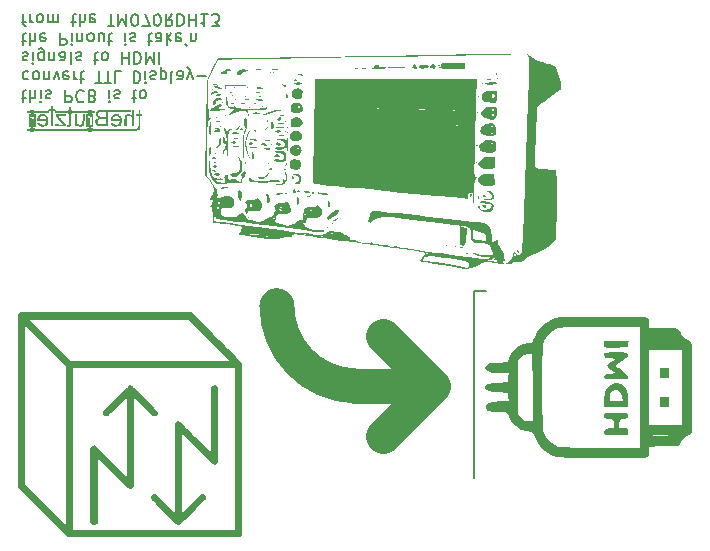
<source format=gbr>
%TF.GenerationSoftware,KiCad,Pcbnew,(6.0.7)*%
%TF.CreationDate,2022-11-13T02:02:31+01:00*%
%TF.ProjectId,TTL_to_HDMI,54544c5f-746f-45f4-9844-4d492e6b6963,rev?*%
%TF.SameCoordinates,Original*%
%TF.FileFunction,Legend,Bot*%
%TF.FilePolarity,Positive*%
%FSLAX46Y46*%
G04 Gerber Fmt 4.6, Leading zero omitted, Abs format (unit mm)*
G04 Created by KiCad (PCBNEW (6.0.7)) date 2022-11-13 02:02:31*
%MOMM*%
%LPD*%
G01*
G04 APERTURE LIST*
%ADD10C,3.000000*%
%ADD11C,0.150000*%
G04 APERTURE END LIST*
D10*
X112500000Y-105000000D02*
X108300000Y-100800000D01*
X112500000Y-105000000D02*
X105900000Y-105000000D01*
X99297033Y-98200001D02*
G75*
G03*
X105900000Y-105000000I6803867J901D01*
G01*
D11*
X116000000Y-97000000D02*
X117000000Y-97000000D01*
D10*
X112500000Y-105000000D02*
X108300000Y-109200000D01*
D11*
X116000000Y-112800000D02*
X116000000Y-97000000D01*
X77692738Y-80634285D02*
X78073690Y-80634285D01*
X77835595Y-80967619D02*
X77835595Y-80110476D01*
X77883214Y-80015238D01*
X77978452Y-79967619D01*
X78073690Y-79967619D01*
X78407023Y-79967619D02*
X78407023Y-80967619D01*
X78835595Y-79967619D02*
X78835595Y-80491428D01*
X78787976Y-80586666D01*
X78692738Y-80634285D01*
X78549880Y-80634285D01*
X78454642Y-80586666D01*
X78407023Y-80539047D01*
X79311785Y-79967619D02*
X79311785Y-80634285D01*
X79311785Y-80967619D02*
X79264166Y-80920000D01*
X79311785Y-80872380D01*
X79359404Y-80920000D01*
X79311785Y-80967619D01*
X79311785Y-80872380D01*
X79740357Y-80015238D02*
X79835595Y-79967619D01*
X80026071Y-79967619D01*
X80121309Y-80015238D01*
X80168928Y-80110476D01*
X80168928Y-80158095D01*
X80121309Y-80253333D01*
X80026071Y-80300952D01*
X79883214Y-80300952D01*
X79787976Y-80348571D01*
X79740357Y-80443809D01*
X79740357Y-80491428D01*
X79787976Y-80586666D01*
X79883214Y-80634285D01*
X80026071Y-80634285D01*
X80121309Y-80586666D01*
X81359404Y-79967619D02*
X81359404Y-80967619D01*
X81740357Y-80967619D01*
X81835595Y-80920000D01*
X81883214Y-80872380D01*
X81930833Y-80777142D01*
X81930833Y-80634285D01*
X81883214Y-80539047D01*
X81835595Y-80491428D01*
X81740357Y-80443809D01*
X81359404Y-80443809D01*
X82930833Y-80062857D02*
X82883214Y-80015238D01*
X82740357Y-79967619D01*
X82645119Y-79967619D01*
X82502261Y-80015238D01*
X82407023Y-80110476D01*
X82359404Y-80205714D01*
X82311785Y-80396190D01*
X82311785Y-80539047D01*
X82359404Y-80729523D01*
X82407023Y-80824761D01*
X82502261Y-80920000D01*
X82645119Y-80967619D01*
X82740357Y-80967619D01*
X82883214Y-80920000D01*
X82930833Y-80872380D01*
X83692738Y-80491428D02*
X83835595Y-80443809D01*
X83883214Y-80396190D01*
X83930833Y-80300952D01*
X83930833Y-80158095D01*
X83883214Y-80062857D01*
X83835595Y-80015238D01*
X83740357Y-79967619D01*
X83359404Y-79967619D01*
X83359404Y-80967619D01*
X83692738Y-80967619D01*
X83787976Y-80920000D01*
X83835595Y-80872380D01*
X83883214Y-80777142D01*
X83883214Y-80681904D01*
X83835595Y-80586666D01*
X83787976Y-80539047D01*
X83692738Y-80491428D01*
X83359404Y-80491428D01*
X85121309Y-79967619D02*
X85121309Y-80634285D01*
X85121309Y-80967619D02*
X85073690Y-80920000D01*
X85121309Y-80872380D01*
X85168928Y-80920000D01*
X85121309Y-80967619D01*
X85121309Y-80872380D01*
X85549880Y-80015238D02*
X85645119Y-79967619D01*
X85835595Y-79967619D01*
X85930833Y-80015238D01*
X85978452Y-80110476D01*
X85978452Y-80158095D01*
X85930833Y-80253333D01*
X85835595Y-80300952D01*
X85692738Y-80300952D01*
X85597500Y-80348571D01*
X85549880Y-80443809D01*
X85549880Y-80491428D01*
X85597500Y-80586666D01*
X85692738Y-80634285D01*
X85835595Y-80634285D01*
X85930833Y-80586666D01*
X87026071Y-80634285D02*
X87407023Y-80634285D01*
X87168928Y-80967619D02*
X87168928Y-80110476D01*
X87216547Y-80015238D01*
X87311785Y-79967619D01*
X87407023Y-79967619D01*
X87883214Y-79967619D02*
X87787976Y-80015238D01*
X87740357Y-80062857D01*
X87692738Y-80158095D01*
X87692738Y-80443809D01*
X87740357Y-80539047D01*
X87787976Y-80586666D01*
X87883214Y-80634285D01*
X88026071Y-80634285D01*
X88121309Y-80586666D01*
X88168928Y-80539047D01*
X88216547Y-80443809D01*
X88216547Y-80158095D01*
X88168928Y-80062857D01*
X88121309Y-80015238D01*
X88026071Y-79967619D01*
X87883214Y-79967619D01*
X78264166Y-78405238D02*
X78168928Y-78357619D01*
X77978452Y-78357619D01*
X77883214Y-78405238D01*
X77835595Y-78452857D01*
X77787976Y-78548095D01*
X77787976Y-78833809D01*
X77835595Y-78929047D01*
X77883214Y-78976666D01*
X77978452Y-79024285D01*
X78168928Y-79024285D01*
X78264166Y-78976666D01*
X78835595Y-78357619D02*
X78740357Y-78405238D01*
X78692738Y-78452857D01*
X78645119Y-78548095D01*
X78645119Y-78833809D01*
X78692738Y-78929047D01*
X78740357Y-78976666D01*
X78835595Y-79024285D01*
X78978452Y-79024285D01*
X79073690Y-78976666D01*
X79121309Y-78929047D01*
X79168928Y-78833809D01*
X79168928Y-78548095D01*
X79121309Y-78452857D01*
X79073690Y-78405238D01*
X78978452Y-78357619D01*
X78835595Y-78357619D01*
X79597500Y-79024285D02*
X79597500Y-78357619D01*
X79597500Y-78929047D02*
X79645119Y-78976666D01*
X79740357Y-79024285D01*
X79883214Y-79024285D01*
X79978452Y-78976666D01*
X80026071Y-78881428D01*
X80026071Y-78357619D01*
X80407023Y-79024285D02*
X80645119Y-78357619D01*
X80883214Y-79024285D01*
X81645119Y-78405238D02*
X81549880Y-78357619D01*
X81359404Y-78357619D01*
X81264166Y-78405238D01*
X81216547Y-78500476D01*
X81216547Y-78881428D01*
X81264166Y-78976666D01*
X81359404Y-79024285D01*
X81549880Y-79024285D01*
X81645119Y-78976666D01*
X81692738Y-78881428D01*
X81692738Y-78786190D01*
X81216547Y-78690952D01*
X82121309Y-78357619D02*
X82121309Y-79024285D01*
X82121309Y-78833809D02*
X82168928Y-78929047D01*
X82216547Y-78976666D01*
X82311785Y-79024285D01*
X82407023Y-79024285D01*
X82597500Y-79024285D02*
X82978452Y-79024285D01*
X82740357Y-79357619D02*
X82740357Y-78500476D01*
X82787976Y-78405238D01*
X82883214Y-78357619D01*
X82978452Y-78357619D01*
X83930833Y-79357619D02*
X84502261Y-79357619D01*
X84216547Y-78357619D02*
X84216547Y-79357619D01*
X84692738Y-79357619D02*
X85264166Y-79357619D01*
X84978452Y-78357619D02*
X84978452Y-79357619D01*
X86073690Y-78357619D02*
X85597500Y-78357619D01*
X85597500Y-79357619D01*
X87168928Y-78357619D02*
X87168928Y-79357619D01*
X87407023Y-79357619D01*
X87549880Y-79310000D01*
X87645119Y-79214761D01*
X87692738Y-79119523D01*
X87740357Y-78929047D01*
X87740357Y-78786190D01*
X87692738Y-78595714D01*
X87645119Y-78500476D01*
X87549880Y-78405238D01*
X87407023Y-78357619D01*
X87168928Y-78357619D01*
X88168928Y-78357619D02*
X88168928Y-79024285D01*
X88168928Y-79357619D02*
X88121309Y-79310000D01*
X88168928Y-79262380D01*
X88216547Y-79310000D01*
X88168928Y-79357619D01*
X88168928Y-79262380D01*
X88597500Y-78405238D02*
X88692738Y-78357619D01*
X88883214Y-78357619D01*
X88978452Y-78405238D01*
X89026071Y-78500476D01*
X89026071Y-78548095D01*
X88978452Y-78643333D01*
X88883214Y-78690952D01*
X88740357Y-78690952D01*
X88645119Y-78738571D01*
X88597500Y-78833809D01*
X88597500Y-78881428D01*
X88645119Y-78976666D01*
X88740357Y-79024285D01*
X88883214Y-79024285D01*
X88978452Y-78976666D01*
X89454642Y-79024285D02*
X89454642Y-78024285D01*
X89454642Y-78976666D02*
X89549880Y-79024285D01*
X89740357Y-79024285D01*
X89835595Y-78976666D01*
X89883214Y-78929047D01*
X89930833Y-78833809D01*
X89930833Y-78548095D01*
X89883214Y-78452857D01*
X89835595Y-78405238D01*
X89740357Y-78357619D01*
X89549880Y-78357619D01*
X89454642Y-78405238D01*
X90502261Y-78357619D02*
X90407023Y-78405238D01*
X90359404Y-78500476D01*
X90359404Y-79357619D01*
X91311785Y-78357619D02*
X91311785Y-78881428D01*
X91264166Y-78976666D01*
X91168928Y-79024285D01*
X90978452Y-79024285D01*
X90883214Y-78976666D01*
X91311785Y-78405238D02*
X91216547Y-78357619D01*
X90978452Y-78357619D01*
X90883214Y-78405238D01*
X90835595Y-78500476D01*
X90835595Y-78595714D01*
X90883214Y-78690952D01*
X90978452Y-78738571D01*
X91216547Y-78738571D01*
X91311785Y-78786190D01*
X91692738Y-79024285D02*
X91930833Y-78357619D01*
X92168928Y-79024285D02*
X91930833Y-78357619D01*
X91835595Y-78119523D01*
X91787976Y-78071904D01*
X91692738Y-78024285D01*
X92549880Y-78738571D02*
X93311785Y-78738571D01*
X77787976Y-76795238D02*
X77883214Y-76747619D01*
X78073690Y-76747619D01*
X78168928Y-76795238D01*
X78216547Y-76890476D01*
X78216547Y-76938095D01*
X78168928Y-77033333D01*
X78073690Y-77080952D01*
X77930833Y-77080952D01*
X77835595Y-77128571D01*
X77787976Y-77223809D01*
X77787976Y-77271428D01*
X77835595Y-77366666D01*
X77930833Y-77414285D01*
X78073690Y-77414285D01*
X78168928Y-77366666D01*
X78645119Y-76747619D02*
X78645119Y-77414285D01*
X78645119Y-77747619D02*
X78597500Y-77700000D01*
X78645119Y-77652380D01*
X78692738Y-77700000D01*
X78645119Y-77747619D01*
X78645119Y-77652380D01*
X79549880Y-77414285D02*
X79549880Y-76604761D01*
X79502261Y-76509523D01*
X79454642Y-76461904D01*
X79359404Y-76414285D01*
X79216547Y-76414285D01*
X79121309Y-76461904D01*
X79549880Y-76795238D02*
X79454642Y-76747619D01*
X79264166Y-76747619D01*
X79168928Y-76795238D01*
X79121309Y-76842857D01*
X79073690Y-76938095D01*
X79073690Y-77223809D01*
X79121309Y-77319047D01*
X79168928Y-77366666D01*
X79264166Y-77414285D01*
X79454642Y-77414285D01*
X79549880Y-77366666D01*
X80026071Y-77414285D02*
X80026071Y-76747619D01*
X80026071Y-77319047D02*
X80073690Y-77366666D01*
X80168928Y-77414285D01*
X80311785Y-77414285D01*
X80407023Y-77366666D01*
X80454642Y-77271428D01*
X80454642Y-76747619D01*
X81359404Y-76747619D02*
X81359404Y-77271428D01*
X81311785Y-77366666D01*
X81216547Y-77414285D01*
X81026071Y-77414285D01*
X80930833Y-77366666D01*
X81359404Y-76795238D02*
X81264166Y-76747619D01*
X81026071Y-76747619D01*
X80930833Y-76795238D01*
X80883214Y-76890476D01*
X80883214Y-76985714D01*
X80930833Y-77080952D01*
X81026071Y-77128571D01*
X81264166Y-77128571D01*
X81359404Y-77176190D01*
X81978452Y-76747619D02*
X81883214Y-76795238D01*
X81835595Y-76890476D01*
X81835595Y-77747619D01*
X82311785Y-76795238D02*
X82407023Y-76747619D01*
X82597500Y-76747619D01*
X82692738Y-76795238D01*
X82740357Y-76890476D01*
X82740357Y-76938095D01*
X82692738Y-77033333D01*
X82597500Y-77080952D01*
X82454642Y-77080952D01*
X82359404Y-77128571D01*
X82311785Y-77223809D01*
X82311785Y-77271428D01*
X82359404Y-77366666D01*
X82454642Y-77414285D01*
X82597500Y-77414285D01*
X82692738Y-77366666D01*
X83787976Y-77414285D02*
X84168928Y-77414285D01*
X83930833Y-77747619D02*
X83930833Y-76890476D01*
X83978452Y-76795238D01*
X84073690Y-76747619D01*
X84168928Y-76747619D01*
X84645119Y-76747619D02*
X84549880Y-76795238D01*
X84502261Y-76842857D01*
X84454642Y-76938095D01*
X84454642Y-77223809D01*
X84502261Y-77319047D01*
X84549880Y-77366666D01*
X84645119Y-77414285D01*
X84787976Y-77414285D01*
X84883214Y-77366666D01*
X84930833Y-77319047D01*
X84978452Y-77223809D01*
X84978452Y-76938095D01*
X84930833Y-76842857D01*
X84883214Y-76795238D01*
X84787976Y-76747619D01*
X84645119Y-76747619D01*
X86168928Y-76747619D02*
X86168928Y-77747619D01*
X86168928Y-77271428D02*
X86740357Y-77271428D01*
X86740357Y-76747619D02*
X86740357Y-77747619D01*
X87216547Y-76747619D02*
X87216547Y-77747619D01*
X87454642Y-77747619D01*
X87597500Y-77700000D01*
X87692738Y-77604761D01*
X87740357Y-77509523D01*
X87787976Y-77319047D01*
X87787976Y-77176190D01*
X87740357Y-76985714D01*
X87692738Y-76890476D01*
X87597500Y-76795238D01*
X87454642Y-76747619D01*
X87216547Y-76747619D01*
X88216547Y-76747619D02*
X88216547Y-77747619D01*
X88549880Y-77033333D01*
X88883214Y-77747619D01*
X88883214Y-76747619D01*
X89359404Y-76747619D02*
X89359404Y-77747619D01*
X77692738Y-75804285D02*
X78073690Y-75804285D01*
X77835595Y-76137619D02*
X77835595Y-75280476D01*
X77883214Y-75185238D01*
X77978452Y-75137619D01*
X78073690Y-75137619D01*
X78407023Y-75137619D02*
X78407023Y-76137619D01*
X78835595Y-75137619D02*
X78835595Y-75661428D01*
X78787976Y-75756666D01*
X78692738Y-75804285D01*
X78549880Y-75804285D01*
X78454642Y-75756666D01*
X78407023Y-75709047D01*
X79692738Y-75185238D02*
X79597500Y-75137619D01*
X79407023Y-75137619D01*
X79311785Y-75185238D01*
X79264166Y-75280476D01*
X79264166Y-75661428D01*
X79311785Y-75756666D01*
X79407023Y-75804285D01*
X79597500Y-75804285D01*
X79692738Y-75756666D01*
X79740357Y-75661428D01*
X79740357Y-75566190D01*
X79264166Y-75470952D01*
X80930833Y-75137619D02*
X80930833Y-76137619D01*
X81311785Y-76137619D01*
X81407023Y-76090000D01*
X81454642Y-76042380D01*
X81502261Y-75947142D01*
X81502261Y-75804285D01*
X81454642Y-75709047D01*
X81407023Y-75661428D01*
X81311785Y-75613809D01*
X80930833Y-75613809D01*
X81930833Y-75137619D02*
X81930833Y-75804285D01*
X81930833Y-76137619D02*
X81883214Y-76090000D01*
X81930833Y-76042380D01*
X81978452Y-76090000D01*
X81930833Y-76137619D01*
X81930833Y-76042380D01*
X82407023Y-75804285D02*
X82407023Y-75137619D01*
X82407023Y-75709047D02*
X82454642Y-75756666D01*
X82549880Y-75804285D01*
X82692738Y-75804285D01*
X82787976Y-75756666D01*
X82835595Y-75661428D01*
X82835595Y-75137619D01*
X83454642Y-75137619D02*
X83359404Y-75185238D01*
X83311785Y-75232857D01*
X83264166Y-75328095D01*
X83264166Y-75613809D01*
X83311785Y-75709047D01*
X83359404Y-75756666D01*
X83454642Y-75804285D01*
X83597500Y-75804285D01*
X83692738Y-75756666D01*
X83740357Y-75709047D01*
X83787976Y-75613809D01*
X83787976Y-75328095D01*
X83740357Y-75232857D01*
X83692738Y-75185238D01*
X83597500Y-75137619D01*
X83454642Y-75137619D01*
X84645119Y-75804285D02*
X84645119Y-75137619D01*
X84216547Y-75804285D02*
X84216547Y-75280476D01*
X84264166Y-75185238D01*
X84359404Y-75137619D01*
X84502261Y-75137619D01*
X84597500Y-75185238D01*
X84645119Y-75232857D01*
X84978452Y-75804285D02*
X85359404Y-75804285D01*
X85121309Y-76137619D02*
X85121309Y-75280476D01*
X85168928Y-75185238D01*
X85264166Y-75137619D01*
X85359404Y-75137619D01*
X86454642Y-75137619D02*
X86454642Y-75804285D01*
X86454642Y-76137619D02*
X86407023Y-76090000D01*
X86454642Y-76042380D01*
X86502261Y-76090000D01*
X86454642Y-76137619D01*
X86454642Y-76042380D01*
X86883214Y-75185238D02*
X86978452Y-75137619D01*
X87168928Y-75137619D01*
X87264166Y-75185238D01*
X87311785Y-75280476D01*
X87311785Y-75328095D01*
X87264166Y-75423333D01*
X87168928Y-75470952D01*
X87026071Y-75470952D01*
X86930833Y-75518571D01*
X86883214Y-75613809D01*
X86883214Y-75661428D01*
X86930833Y-75756666D01*
X87026071Y-75804285D01*
X87168928Y-75804285D01*
X87264166Y-75756666D01*
X88359404Y-75804285D02*
X88740357Y-75804285D01*
X88502261Y-76137619D02*
X88502261Y-75280476D01*
X88549880Y-75185238D01*
X88645119Y-75137619D01*
X88740357Y-75137619D01*
X89502261Y-75137619D02*
X89502261Y-75661428D01*
X89454642Y-75756666D01*
X89359404Y-75804285D01*
X89168928Y-75804285D01*
X89073690Y-75756666D01*
X89502261Y-75185238D02*
X89407023Y-75137619D01*
X89168928Y-75137619D01*
X89073690Y-75185238D01*
X89026071Y-75280476D01*
X89026071Y-75375714D01*
X89073690Y-75470952D01*
X89168928Y-75518571D01*
X89407023Y-75518571D01*
X89502261Y-75566190D01*
X89978452Y-75137619D02*
X89978452Y-76137619D01*
X90073690Y-75518571D02*
X90359404Y-75137619D01*
X90359404Y-75804285D02*
X89978452Y-75423333D01*
X91168928Y-75185238D02*
X91073690Y-75137619D01*
X90883214Y-75137619D01*
X90787976Y-75185238D01*
X90740357Y-75280476D01*
X90740357Y-75661428D01*
X90787976Y-75756666D01*
X90883214Y-75804285D01*
X91073690Y-75804285D01*
X91168928Y-75756666D01*
X91216547Y-75661428D01*
X91216547Y-75566190D01*
X90740357Y-75470952D01*
X91692738Y-76185238D02*
X91549880Y-76042380D01*
X92026071Y-75804285D02*
X92026071Y-75137619D01*
X92026071Y-75709047D02*
X92073690Y-75756666D01*
X92168928Y-75804285D01*
X92311785Y-75804285D01*
X92407023Y-75756666D01*
X92454642Y-75661428D01*
X92454642Y-75137619D01*
X77692738Y-74194285D02*
X78073690Y-74194285D01*
X77835595Y-73527619D02*
X77835595Y-74384761D01*
X77883214Y-74480000D01*
X77978452Y-74527619D01*
X78073690Y-74527619D01*
X78407023Y-73527619D02*
X78407023Y-74194285D01*
X78407023Y-74003809D02*
X78454642Y-74099047D01*
X78502261Y-74146666D01*
X78597500Y-74194285D01*
X78692738Y-74194285D01*
X79168928Y-73527619D02*
X79073690Y-73575238D01*
X79026071Y-73622857D01*
X78978452Y-73718095D01*
X78978452Y-74003809D01*
X79026071Y-74099047D01*
X79073690Y-74146666D01*
X79168928Y-74194285D01*
X79311785Y-74194285D01*
X79407023Y-74146666D01*
X79454642Y-74099047D01*
X79502261Y-74003809D01*
X79502261Y-73718095D01*
X79454642Y-73622857D01*
X79407023Y-73575238D01*
X79311785Y-73527619D01*
X79168928Y-73527619D01*
X79930833Y-73527619D02*
X79930833Y-74194285D01*
X79930833Y-74099047D02*
X79978452Y-74146666D01*
X80073690Y-74194285D01*
X80216547Y-74194285D01*
X80311785Y-74146666D01*
X80359404Y-74051428D01*
X80359404Y-73527619D01*
X80359404Y-74051428D02*
X80407023Y-74146666D01*
X80502261Y-74194285D01*
X80645119Y-74194285D01*
X80740357Y-74146666D01*
X80787976Y-74051428D01*
X80787976Y-73527619D01*
X81883214Y-74194285D02*
X82264166Y-74194285D01*
X82026071Y-74527619D02*
X82026071Y-73670476D01*
X82073690Y-73575238D01*
X82168928Y-73527619D01*
X82264166Y-73527619D01*
X82597500Y-73527619D02*
X82597500Y-74527619D01*
X83026071Y-73527619D02*
X83026071Y-74051428D01*
X82978452Y-74146666D01*
X82883214Y-74194285D01*
X82740357Y-74194285D01*
X82645119Y-74146666D01*
X82597500Y-74099047D01*
X83883214Y-73575238D02*
X83787976Y-73527619D01*
X83597500Y-73527619D01*
X83502261Y-73575238D01*
X83454642Y-73670476D01*
X83454642Y-74051428D01*
X83502261Y-74146666D01*
X83597500Y-74194285D01*
X83787976Y-74194285D01*
X83883214Y-74146666D01*
X83930833Y-74051428D01*
X83930833Y-73956190D01*
X83454642Y-73860952D01*
X84978452Y-74527619D02*
X85549880Y-74527619D01*
X85264166Y-73527619D02*
X85264166Y-74527619D01*
X85883214Y-73527619D02*
X85883214Y-74527619D01*
X86216547Y-73813333D01*
X86549880Y-74527619D01*
X86549880Y-73527619D01*
X87216547Y-74527619D02*
X87311785Y-74527619D01*
X87407023Y-74480000D01*
X87454642Y-74432380D01*
X87502261Y-74337142D01*
X87549880Y-74146666D01*
X87549880Y-73908571D01*
X87502261Y-73718095D01*
X87454642Y-73622857D01*
X87407023Y-73575238D01*
X87311785Y-73527619D01*
X87216547Y-73527619D01*
X87121309Y-73575238D01*
X87073690Y-73622857D01*
X87026071Y-73718095D01*
X86978452Y-73908571D01*
X86978452Y-74146666D01*
X87026071Y-74337142D01*
X87073690Y-74432380D01*
X87121309Y-74480000D01*
X87216547Y-74527619D01*
X87883214Y-74527619D02*
X88549880Y-74527619D01*
X88121309Y-73527619D01*
X89121309Y-74527619D02*
X89216547Y-74527619D01*
X89311785Y-74480000D01*
X89359404Y-74432380D01*
X89407023Y-74337142D01*
X89454642Y-74146666D01*
X89454642Y-73908571D01*
X89407023Y-73718095D01*
X89359404Y-73622857D01*
X89311785Y-73575238D01*
X89216547Y-73527619D01*
X89121309Y-73527619D01*
X89026071Y-73575238D01*
X88978452Y-73622857D01*
X88930833Y-73718095D01*
X88883214Y-73908571D01*
X88883214Y-74146666D01*
X88930833Y-74337142D01*
X88978452Y-74432380D01*
X89026071Y-74480000D01*
X89121309Y-74527619D01*
X90454642Y-73527619D02*
X90121309Y-74003809D01*
X89883214Y-73527619D02*
X89883214Y-74527619D01*
X90264166Y-74527619D01*
X90359404Y-74480000D01*
X90407023Y-74432380D01*
X90454642Y-74337142D01*
X90454642Y-74194285D01*
X90407023Y-74099047D01*
X90359404Y-74051428D01*
X90264166Y-74003809D01*
X89883214Y-74003809D01*
X90883214Y-73527619D02*
X90883214Y-74527619D01*
X91121309Y-74527619D01*
X91264166Y-74480000D01*
X91359404Y-74384761D01*
X91407023Y-74289523D01*
X91454642Y-74099047D01*
X91454642Y-73956190D01*
X91407023Y-73765714D01*
X91359404Y-73670476D01*
X91264166Y-73575238D01*
X91121309Y-73527619D01*
X90883214Y-73527619D01*
X91883214Y-73527619D02*
X91883214Y-74527619D01*
X91883214Y-74051428D02*
X92454642Y-74051428D01*
X92454642Y-73527619D02*
X92454642Y-74527619D01*
X93454642Y-73527619D02*
X92883214Y-73527619D01*
X93168928Y-73527619D02*
X93168928Y-74527619D01*
X93073690Y-74384761D01*
X92978452Y-74289523D01*
X92883214Y-74241904D01*
X93787976Y-74527619D02*
X94407023Y-74527619D01*
X94073690Y-74146666D01*
X94216547Y-74146666D01*
X94311785Y-74099047D01*
X94359404Y-74051428D01*
X94407023Y-73956190D01*
X94407023Y-73718095D01*
X94359404Y-73622857D01*
X94311785Y-73575238D01*
X94216547Y-73527619D01*
X93930833Y-73527619D01*
X93835595Y-73575238D01*
X93787976Y-73622857D01*
%TO.C,G\u002A\u002A\u002A*%
G36*
X84670340Y-83031262D02*
G01*
X84566777Y-83030375D01*
X84464709Y-83027793D01*
X84374724Y-83023828D01*
X84303869Y-83018793D01*
X84259189Y-83013001D01*
X84226633Y-83005350D01*
X84117031Y-82962217D01*
X84031853Y-82896750D01*
X83970225Y-82808101D01*
X83931273Y-82695426D01*
X83923393Y-82640889D01*
X83923840Y-82635177D01*
X84114859Y-82635177D01*
X84133937Y-82710675D01*
X84177488Y-82777199D01*
X84245279Y-82827763D01*
X84273323Y-82840832D01*
X84305578Y-82851679D01*
X84344155Y-82858747D01*
X84395779Y-82862823D01*
X84467174Y-82864692D01*
X84565063Y-82865141D01*
X84810726Y-82865141D01*
X84810726Y-82363857D01*
X84549084Y-82369469D01*
X84471778Y-82371379D01*
X84389626Y-82374609D01*
X84330438Y-82379190D01*
X84288266Y-82385848D01*
X84257162Y-82395312D01*
X84231179Y-82408306D01*
X84206817Y-82424690D01*
X84151064Y-82485199D01*
X84120490Y-82557690D01*
X84114859Y-82635177D01*
X83923840Y-82635177D01*
X83931522Y-82537121D01*
X83968201Y-82441431D01*
X84030561Y-82359982D01*
X84115735Y-82298940D01*
X84181690Y-82265292D01*
X84126840Y-82228329D01*
X84082401Y-82190488D01*
X84031784Y-82115984D01*
X84003703Y-82028694D01*
X84001082Y-81983931D01*
X84179464Y-81983931D01*
X84179561Y-81992603D01*
X84193430Y-82074030D01*
X84231637Y-82133699D01*
X84295447Y-82173677D01*
X84300901Y-82175774D01*
X84344051Y-82187508D01*
X84402010Y-82195189D01*
X84480889Y-82199382D01*
X84586798Y-82200654D01*
X84810726Y-82200654D01*
X84810726Y-81765691D01*
X84565696Y-81772137D01*
X84475376Y-81775480D01*
X84382170Y-81781767D01*
X84315113Y-81790052D01*
X84277729Y-81799994D01*
X84227792Y-81840300D01*
X84192263Y-81904939D01*
X84179464Y-81983931D01*
X84001082Y-81983931D01*
X83998263Y-81935790D01*
X84015573Y-81844446D01*
X84055739Y-81761835D01*
X84118869Y-81695131D01*
X84121320Y-81693280D01*
X84142925Y-81677276D01*
X84164069Y-81663276D01*
X84186998Y-81651145D01*
X84213957Y-81640750D01*
X84247192Y-81631957D01*
X84288949Y-81624631D01*
X84341474Y-81618639D01*
X84407011Y-81613847D01*
X84487808Y-81610121D01*
X84586109Y-81607326D01*
X84704160Y-81605328D01*
X84844207Y-81603995D01*
X85008495Y-81603191D01*
X85199271Y-81602782D01*
X85418780Y-81602635D01*
X85669267Y-81602616D01*
X86986919Y-81602616D01*
X86986919Y-81785350D01*
X84993460Y-81785350D01*
X84993460Y-83031262D01*
X84670340Y-83031262D01*
G37*
G36*
X86172923Y-82518015D02*
G01*
X86172601Y-82544637D01*
X86157865Y-82684484D01*
X86120647Y-82800512D01*
X86060212Y-82893919D01*
X85975823Y-82965908D01*
X85866745Y-83017678D01*
X85820465Y-83031146D01*
X85704202Y-83046302D01*
X85587118Y-83038462D01*
X85478437Y-83008767D01*
X85387380Y-82958358D01*
X85372611Y-82946270D01*
X85326402Y-82899275D01*
X85284846Y-82845324D01*
X85254748Y-82794002D01*
X85242915Y-82754895D01*
X85246664Y-82748418D01*
X85273873Y-82735011D01*
X85318813Y-82724593D01*
X85357577Y-82719821D01*
X85390227Y-82722944D01*
X85418636Y-82740792D01*
X85455863Y-82778503D01*
X85502900Y-82820844D01*
X85586247Y-82865642D01*
X85673869Y-82882382D01*
X85760628Y-82872731D01*
X85841383Y-82838352D01*
X85910994Y-82780911D01*
X85964321Y-82702072D01*
X85996224Y-82603499D01*
X86005971Y-82549510D01*
X85226030Y-82549510D01*
X85226289Y-82487214D01*
X85234109Y-82387001D01*
X85235085Y-82383388D01*
X85405162Y-82383388D01*
X85697676Y-82383388D01*
X85782657Y-82383270D01*
X85864966Y-82382526D01*
X85922140Y-82380672D01*
X85958715Y-82377231D01*
X85979224Y-82371727D01*
X85988204Y-82363682D01*
X85990190Y-82352620D01*
X85980996Y-82314302D01*
X85948326Y-82261256D01*
X85899039Y-82210318D01*
X85840546Y-82170506D01*
X85759936Y-82141769D01*
X85669269Y-82135861D01*
X85583348Y-82154941D01*
X85508368Y-82196569D01*
X85450527Y-82258303D01*
X85416019Y-82337705D01*
X85405162Y-82383388D01*
X85235085Y-82383388D01*
X85267550Y-82263236D01*
X85324521Y-82158099D01*
X85402005Y-82073948D01*
X85496985Y-82013142D01*
X85606444Y-81978039D01*
X85727366Y-81970997D01*
X85856734Y-81994375D01*
X85902686Y-82011158D01*
X85965070Y-82048173D01*
X86030594Y-82106507D01*
X86063418Y-82141903D01*
X86115363Y-82215682D01*
X86149135Y-82297774D01*
X86159352Y-82352620D01*
X86167425Y-82395958D01*
X86172923Y-82518015D01*
G37*
G36*
X81405232Y-82153508D02*
G01*
X81107776Y-82148010D01*
X81060848Y-82147260D01*
X80953153Y-82146789D01*
X80876813Y-82148624D01*
X80832426Y-82152744D01*
X80820590Y-82159124D01*
X80821317Y-82160161D01*
X80837883Y-82180183D01*
X80873126Y-82221213D01*
X80924150Y-82279929D01*
X80988061Y-82353011D01*
X81061964Y-82437137D01*
X81142965Y-82528986D01*
X81146886Y-82533424D01*
X81237073Y-82635664D01*
X81307695Y-82716456D01*
X81361142Y-82779077D01*
X81399805Y-82826804D01*
X81426077Y-82862916D01*
X81442348Y-82890688D01*
X81451009Y-82913400D01*
X81454452Y-82934328D01*
X81455069Y-82956750D01*
X81455069Y-83031262D01*
X80541399Y-83031262D01*
X80541399Y-82862237D01*
X81233875Y-82873447D01*
X81121825Y-82748856D01*
X81080697Y-82702790D01*
X81018680Y-82632724D01*
X80946074Y-82550249D01*
X80868823Y-82462119D01*
X80792866Y-82375082D01*
X80775529Y-82355154D01*
X80705461Y-82274051D01*
X80653983Y-82212712D01*
X80618232Y-82166931D01*
X80595349Y-82132505D01*
X80582472Y-82105227D01*
X80576739Y-82080893D01*
X80575290Y-82055298D01*
X80574624Y-81984696D01*
X81405232Y-81984696D01*
X81405232Y-82153508D01*
G37*
G36*
X87236102Y-83031262D02*
G01*
X87053368Y-83031262D01*
X87053368Y-82677773D01*
X87053087Y-82560133D01*
X87052004Y-82470556D01*
X87049723Y-82404029D01*
X87045847Y-82355540D01*
X87039982Y-82320079D01*
X87031732Y-82292633D01*
X87020699Y-82268192D01*
X86977981Y-82212346D01*
X86910412Y-82166438D01*
X86830700Y-82140152D01*
X86748308Y-82136475D01*
X86672703Y-82158392D01*
X86643015Y-82176458D01*
X86619175Y-82199596D01*
X86601241Y-82231438D01*
X86588399Y-82276068D01*
X86579832Y-82337570D01*
X86574723Y-82420029D01*
X86572256Y-82527528D01*
X86571615Y-82664152D01*
X86571615Y-83031262D01*
X86388882Y-83031262D01*
X86388978Y-82686560D01*
X86388994Y-82672777D01*
X86389988Y-82562078D01*
X86392337Y-82457001D01*
X86395792Y-82364446D01*
X86400103Y-82291313D01*
X86405018Y-82244503D01*
X86426081Y-82162708D01*
X86472093Y-82080274D01*
X86540238Y-82022152D01*
X86631295Y-81987728D01*
X86746043Y-81976390D01*
X86780360Y-81976811D01*
X86841043Y-81982082D01*
X86889618Y-81996134D01*
X86940591Y-82022396D01*
X86970630Y-82041392D01*
X87012234Y-82072699D01*
X87035606Y-82097150D01*
X87039637Y-82100514D01*
X87045429Y-82085558D01*
X87049483Y-82042280D01*
X87051921Y-81969055D01*
X87052863Y-81864258D01*
X87053368Y-81602616D01*
X87236102Y-81602616D01*
X87236102Y-83031262D01*
G37*
G36*
X82354626Y-82337705D02*
G01*
X82354925Y-82355642D01*
X82357138Y-82470333D01*
X82359710Y-82557358D01*
X82363114Y-82621614D01*
X82367828Y-82667995D01*
X82374327Y-82701398D01*
X82383086Y-82726716D01*
X82394582Y-82748846D01*
X82440715Y-82805466D01*
X82510562Y-82852033D01*
X82590303Y-82876487D01*
X82671472Y-82876402D01*
X82745604Y-82849355D01*
X82758328Y-82841433D01*
X82784637Y-82822354D01*
X82804810Y-82800256D01*
X82819754Y-82770824D01*
X82830371Y-82729742D01*
X82837568Y-82672696D01*
X82842250Y-82595370D01*
X82845321Y-82493451D01*
X82847686Y-82362623D01*
X82853646Y-81984696D01*
X83018210Y-81984696D01*
X83013258Y-82404153D01*
X83012389Y-82473302D01*
X83010475Y-82590287D01*
X83008080Y-82680604D01*
X83004877Y-82748638D01*
X83000540Y-82798774D01*
X82994743Y-82835397D01*
X82987161Y-82862892D01*
X82977466Y-82885644D01*
X82939511Y-82938957D01*
X82871421Y-82993766D01*
X82787961Y-83031334D01*
X82737355Y-83042205D01*
X82636914Y-83042731D01*
X82537608Y-83019534D01*
X82448851Y-82975345D01*
X82380055Y-82912898D01*
X82335882Y-82856835D01*
X82335698Y-82944049D01*
X82335513Y-83031262D01*
X82186004Y-83031262D01*
X82186004Y-81984696D01*
X82348821Y-81984696D01*
X82354626Y-82337705D01*
G37*
G36*
X83647874Y-83047875D02*
G01*
X83640219Y-83047881D01*
X83582062Y-83049028D01*
X83549296Y-83053543D01*
X83534835Y-83063425D01*
X83531589Y-83080672D01*
X83543463Y-83109464D01*
X83578483Y-83137720D01*
X83616642Y-83161538D01*
X83646965Y-83187983D01*
X83650052Y-83190566D01*
X83659222Y-83194282D01*
X83675208Y-83197589D01*
X83699772Y-83200509D01*
X83734673Y-83203067D01*
X83781672Y-83205285D01*
X83842530Y-83207188D01*
X83919008Y-83208798D01*
X84012865Y-83210139D01*
X84125862Y-83211234D01*
X84259760Y-83212108D01*
X84416319Y-83212783D01*
X84597300Y-83213282D01*
X84804463Y-83213630D01*
X85039569Y-83213849D01*
X85304378Y-83213963D01*
X85600651Y-83213996D01*
X85794934Y-83213983D01*
X86070793Y-83213901D01*
X86316330Y-83213722D01*
X86533310Y-83213422D01*
X86723499Y-83212980D01*
X86888663Y-83212369D01*
X87030568Y-83211569D01*
X87150980Y-83210554D01*
X87251664Y-83209301D01*
X87334387Y-83207786D01*
X87400914Y-83205987D01*
X87453011Y-83203880D01*
X87492444Y-83201440D01*
X87520979Y-83198645D01*
X87540381Y-83195471D01*
X87552417Y-83191894D01*
X87558853Y-83187891D01*
X87559902Y-83186791D01*
X87567194Y-83174814D01*
X87572949Y-83154393D01*
X87577343Y-83121987D01*
X87580548Y-83074058D01*
X87582738Y-83007064D01*
X87584087Y-82917467D01*
X87584769Y-82801726D01*
X87584957Y-82656302D01*
X87584957Y-82150818D01*
X87402224Y-82150818D01*
X87402224Y-81984696D01*
X87584957Y-81984696D01*
X87584957Y-81810268D01*
X87585459Y-81754456D01*
X87587434Y-81693134D01*
X87590558Y-81651308D01*
X87594458Y-81635841D01*
X87602923Y-81638784D01*
X87633919Y-81654397D01*
X87677519Y-81678950D01*
X87751079Y-81722058D01*
X87751079Y-81984696D01*
X87883976Y-81984696D01*
X87883976Y-82150818D01*
X87751079Y-82150818D01*
X87750834Y-82694866D01*
X87750803Y-82749266D01*
X87750479Y-82897181D01*
X87749407Y-83016423D01*
X87747064Y-83110432D01*
X87742927Y-83182650D01*
X87736474Y-83236517D01*
X87727182Y-83275474D01*
X87714529Y-83302962D01*
X87697992Y-83322422D01*
X87677048Y-83337294D01*
X87651175Y-83351021D01*
X87646068Y-83353389D01*
X87634224Y-83357548D01*
X87618105Y-83361254D01*
X87595903Y-83364536D01*
X87565807Y-83367419D01*
X87526009Y-83369930D01*
X87474700Y-83372096D01*
X87410069Y-83373943D01*
X87330307Y-83375499D01*
X87233605Y-83376789D01*
X87118154Y-83377841D01*
X86982144Y-83378682D01*
X86823767Y-83379336D01*
X86641211Y-83379833D01*
X86432669Y-83380198D01*
X86196331Y-83380457D01*
X85930387Y-83380638D01*
X85633028Y-83380767D01*
X83672793Y-83381468D01*
X83615278Y-83430630D01*
X83606801Y-83437737D01*
X83567280Y-83464406D01*
X83525106Y-83476771D01*
X83465141Y-83479791D01*
X83451649Y-83479706D01*
X83396238Y-83475289D01*
X83355736Y-83460583D01*
X83315004Y-83430630D01*
X83257488Y-83381468D01*
X78788816Y-83381468D01*
X78731301Y-83430630D01*
X78722825Y-83437737D01*
X78683303Y-83464406D01*
X78641130Y-83476771D01*
X78581164Y-83479791D01*
X78567673Y-83479706D01*
X78512261Y-83475289D01*
X78471760Y-83460583D01*
X78431027Y-83430630D01*
X78419762Y-83421255D01*
X78381098Y-83395949D01*
X78338722Y-83384052D01*
X78277992Y-83380793D01*
X78182472Y-83380118D01*
X78182472Y-83213996D01*
X78280111Y-83213996D01*
X78315112Y-83213161D01*
X78369869Y-83205206D01*
X78399339Y-83187983D01*
X78427073Y-83163438D01*
X78467822Y-83137720D01*
X78500209Y-83112667D01*
X78514715Y-83080672D01*
X78647613Y-83080672D01*
X78659487Y-83109464D01*
X78694506Y-83137720D01*
X78732665Y-83161538D01*
X78762989Y-83187983D01*
X78767993Y-83191489D01*
X78778634Y-83194861D01*
X78796358Y-83197884D01*
X78822798Y-83200575D01*
X78859588Y-83202953D01*
X78908363Y-83205038D01*
X78970756Y-83206848D01*
X79048401Y-83208402D01*
X79142931Y-83209719D01*
X79255982Y-83210817D01*
X79389185Y-83211716D01*
X79544176Y-83212434D01*
X79722589Y-83212990D01*
X79926056Y-83213402D01*
X80156212Y-83213690D01*
X80414691Y-83213873D01*
X80703126Y-83213969D01*
X81023152Y-83213996D01*
X81324893Y-83213972D01*
X81615177Y-83213881D01*
X81875406Y-83213704D01*
X82107215Y-83213423D01*
X82312236Y-83213018D01*
X82492105Y-83212471D01*
X82648455Y-83211764D01*
X82782919Y-83210877D01*
X82897132Y-83209791D01*
X82992727Y-83208488D01*
X83071338Y-83206948D01*
X83134600Y-83205154D01*
X83184145Y-83203086D01*
X83221608Y-83200726D01*
X83248623Y-83198054D01*
X83266823Y-83195052D01*
X83277843Y-83191701D01*
X83283316Y-83187983D01*
X83311050Y-83163438D01*
X83351798Y-83137720D01*
X83384185Y-83112667D01*
X83398692Y-83080672D01*
X83398669Y-83078513D01*
X83394602Y-83062110D01*
X83378595Y-83052869D01*
X83343559Y-83048790D01*
X83282407Y-83047875D01*
X83166122Y-83047875D01*
X83166122Y-82218907D01*
X83293563Y-82218907D01*
X83308288Y-82252352D01*
X83320501Y-82273326D01*
X83344081Y-82291738D01*
X83381170Y-82289711D01*
X83394935Y-82287551D01*
X83433821Y-82293054D01*
X83472345Y-82322634D01*
X83484742Y-82335471D01*
X83497336Y-82352525D01*
X83505835Y-82374381D01*
X83511043Y-82406723D01*
X83513765Y-82455235D01*
X83514808Y-82525602D01*
X83514977Y-82623509D01*
X83514977Y-82881753D01*
X83631262Y-82881753D01*
X83631262Y-82184042D01*
X83573120Y-82184042D01*
X83562930Y-82184206D01*
X83526094Y-82191188D01*
X83514977Y-82210166D01*
X83513214Y-82222068D01*
X83500955Y-82222718D01*
X83471206Y-82201860D01*
X83436125Y-82179222D01*
X83384975Y-82168963D01*
X83325489Y-82186357D01*
X83298885Y-82200991D01*
X83293563Y-82218907D01*
X83166122Y-82218907D01*
X83166122Y-82017920D01*
X83290713Y-82017920D01*
X83335819Y-82017411D01*
X83383900Y-82014004D01*
X83408434Y-82006396D01*
X83415304Y-81993429D01*
X83415293Y-81992900D01*
X83401197Y-81968664D01*
X83368411Y-81944688D01*
X83330251Y-81920870D01*
X83299928Y-81894425D01*
X83297723Y-81892132D01*
X83286860Y-81885862D01*
X83267525Y-81880784D01*
X83236624Y-81876775D01*
X83191064Y-81873715D01*
X83127749Y-81871483D01*
X83043586Y-81869957D01*
X82935482Y-81869017D01*
X82800342Y-81868542D01*
X82635073Y-81868411D01*
X82572489Y-81868417D01*
X82420415Y-81868540D01*
X82297174Y-81868945D01*
X82199541Y-81869790D01*
X82124289Y-81871231D01*
X82068193Y-81873426D01*
X82028025Y-81876532D01*
X82000561Y-81880706D01*
X81982573Y-81886106D01*
X81970836Y-81892889D01*
X81962123Y-81901211D01*
X81936511Y-81924040D01*
X81901406Y-81943861D01*
X81894441Y-81946898D01*
X81886899Y-81954776D01*
X81881111Y-81970378D01*
X81876845Y-81997347D01*
X81873866Y-82039325D01*
X81871938Y-82099955D01*
X81870829Y-82182881D01*
X81870304Y-82291745D01*
X81870128Y-82430191D01*
X81870112Y-82449511D01*
X81869457Y-82600101D01*
X81867803Y-82720313D01*
X81865046Y-82812686D01*
X81861084Y-82879765D01*
X81855813Y-82924089D01*
X81849131Y-82948202D01*
X81835278Y-82969297D01*
X81783973Y-83010410D01*
X81712569Y-83037781D01*
X81629496Y-83047594D01*
X81610270Y-83047401D01*
X81552959Y-83042704D01*
X81521648Y-83028201D01*
X81510754Y-82999192D01*
X81514694Y-82950979D01*
X81518554Y-82928189D01*
X81528676Y-82896215D01*
X81548815Y-82883825D01*
X81588902Y-82881753D01*
X81603711Y-82881713D01*
X81633678Y-82880110D01*
X81657006Y-82873534D01*
X81674527Y-82858455D01*
X81687072Y-82831339D01*
X81695473Y-82788657D01*
X81700560Y-82726876D01*
X81703165Y-82642465D01*
X81704118Y-82531892D01*
X81704251Y-82391627D01*
X81704239Y-82339602D01*
X81703998Y-82218685D01*
X81703245Y-82125794D01*
X81701718Y-82057123D01*
X81699151Y-82008865D01*
X81695281Y-81977216D01*
X81689845Y-81958369D01*
X81682578Y-81948519D01*
X81673218Y-81943861D01*
X81647059Y-81930325D01*
X81612500Y-81901211D01*
X81610296Y-81898836D01*
X81600140Y-81890147D01*
X81585751Y-81883289D01*
X81563506Y-81878046D01*
X81529780Y-81874202D01*
X81480950Y-81871541D01*
X81413392Y-81869848D01*
X81323482Y-81868906D01*
X81207595Y-81868499D01*
X81062108Y-81868411D01*
X80541399Y-81868411D01*
X80541399Y-81824926D01*
X80541269Y-81821128D01*
X80523462Y-81773663D01*
X80476905Y-81716947D01*
X80475989Y-81716031D01*
X80447983Y-81687856D01*
X80424824Y-81666191D01*
X80406050Y-81653465D01*
X80391204Y-81652105D01*
X80379825Y-81664541D01*
X80371454Y-81693200D01*
X80365632Y-81740512D01*
X80361899Y-81808905D01*
X80359795Y-81900808D01*
X80358861Y-82018648D01*
X80358638Y-82164855D01*
X80358666Y-82341858D01*
X80358666Y-83031262D01*
X80192544Y-83031262D01*
X80192544Y-82333552D01*
X80192484Y-82253651D01*
X80192062Y-82110333D01*
X80191274Y-81979648D01*
X80190164Y-81865029D01*
X80188779Y-81769907D01*
X80187162Y-81697713D01*
X80185358Y-81651881D01*
X80183413Y-81635841D01*
X80183103Y-81635853D01*
X80162563Y-81643239D01*
X80127249Y-81660162D01*
X80087635Y-81686451D01*
X80040568Y-81732839D01*
X80006390Y-81783456D01*
X79993198Y-81828155D01*
X79993198Y-81868411D01*
X79397194Y-81868411D01*
X79247126Y-81868539D01*
X79116799Y-81869041D01*
X79013449Y-81870053D01*
X78933857Y-81871710D01*
X78874804Y-81874148D01*
X78833070Y-81877503D01*
X78805438Y-81881911D01*
X78788688Y-81887506D01*
X78779601Y-81894425D01*
X78751867Y-81918969D01*
X78711118Y-81944688D01*
X78688404Y-81957755D01*
X78662669Y-81982539D01*
X78668628Y-82001511D01*
X78705425Y-82013647D01*
X78772204Y-82017920D01*
X78880183Y-82017920D01*
X78880183Y-83047875D01*
X78763898Y-83047875D01*
X78756243Y-83047881D01*
X78698085Y-83049028D01*
X78665320Y-83053543D01*
X78650858Y-83063425D01*
X78647613Y-83080672D01*
X78514715Y-83080672D01*
X78514693Y-83078513D01*
X78510626Y-83062110D01*
X78494618Y-83052869D01*
X78459582Y-83048790D01*
X78398430Y-83047875D01*
X78282145Y-83047875D01*
X78282145Y-82254507D01*
X78384534Y-82254507D01*
X78403898Y-82290949D01*
X78409508Y-82298191D01*
X78431487Y-82312152D01*
X78462668Y-82301510D01*
X78501819Y-82289644D01*
X78551017Y-82303070D01*
X78597345Y-82349558D01*
X78608354Y-82366918D01*
X78618392Y-82391472D01*
X78624969Y-82424900D01*
X78628791Y-82473288D01*
X78630566Y-82542722D01*
X78631001Y-82639288D01*
X78631001Y-82881753D01*
X78747286Y-82881753D01*
X78747286Y-82184042D01*
X78689143Y-82184042D01*
X78678953Y-82184206D01*
X78642118Y-82191188D01*
X78631001Y-82210166D01*
X78629238Y-82222068D01*
X78616979Y-82222718D01*
X78587230Y-82201860D01*
X78565938Y-82186185D01*
X78530779Y-82170415D01*
X78493242Y-82173682D01*
X78440524Y-82195425D01*
X78427914Y-82201676D01*
X78391631Y-82227116D01*
X78384534Y-82254507D01*
X78282145Y-82254507D01*
X78282145Y-82017920D01*
X78406736Y-82017920D01*
X78451842Y-82017411D01*
X78499923Y-82014004D01*
X78524457Y-82006396D01*
X78531328Y-81993429D01*
X78531317Y-81992900D01*
X78517220Y-81968664D01*
X78484434Y-81944688D01*
X78446275Y-81920870D01*
X78415951Y-81894425D01*
X78399398Y-81882125D01*
X78357347Y-81871643D01*
X78288417Y-81868411D01*
X78182472Y-81868411D01*
X78182472Y-81702289D01*
X78286298Y-81701614D01*
X78324015Y-81700795D01*
X78373325Y-81694937D01*
X78410121Y-81679961D01*
X78447639Y-81651778D01*
X78456115Y-81644670D01*
X78495637Y-81618002D01*
X78537810Y-81605636D01*
X78597776Y-81602616D01*
X78611267Y-81602702D01*
X78666679Y-81607119D01*
X78707181Y-81621825D01*
X78747913Y-81651778D01*
X78805428Y-81700939D01*
X79890572Y-81702289D01*
X79929426Y-81656599D01*
X79950944Y-81632621D01*
X80037209Y-81560157D01*
X80128264Y-81518972D01*
X80192544Y-81501663D01*
X80192544Y-81320209D01*
X80357008Y-81320209D01*
X80361990Y-81413194D01*
X80362215Y-81417384D01*
X80366219Y-81468841D01*
X80375264Y-81497836D01*
X80395586Y-81514461D01*
X80433420Y-81528809D01*
X80462962Y-81542347D01*
X80518756Y-81579643D01*
X80571384Y-81626864D01*
X80642900Y-81702289D01*
X81573302Y-81702289D01*
X81638776Y-81649672D01*
X81704251Y-81597056D01*
X81704251Y-81475245D01*
X81704279Y-81465970D01*
X81705793Y-81408924D01*
X81709164Y-81368675D01*
X81713752Y-81353434D01*
X81722216Y-81356377D01*
X81753213Y-81371990D01*
X81796813Y-81396543D01*
X81830804Y-81417333D01*
X81857792Y-81441189D01*
X81868479Y-81470718D01*
X81870373Y-81518354D01*
X81870726Y-81542208D01*
X81876832Y-81583499D01*
X81896145Y-81614519D01*
X81935847Y-81649672D01*
X82001322Y-81702289D01*
X82637711Y-81701614D01*
X83274101Y-81700939D01*
X83331616Y-81651778D01*
X83340092Y-81644670D01*
X83379614Y-81618002D01*
X83421787Y-81605636D01*
X83481753Y-81602616D01*
X83495244Y-81602702D01*
X83550655Y-81607119D01*
X83591157Y-81621825D01*
X83631890Y-81651778D01*
X83661643Y-81675094D01*
X83695331Y-81691890D01*
X83737919Y-81699542D01*
X83801537Y-81701614D01*
X83913669Y-81702289D01*
X83913669Y-81868411D01*
X83799418Y-81868411D01*
X83733570Y-81870666D01*
X83688129Y-81878935D01*
X83663577Y-81894425D01*
X83635843Y-81918969D01*
X83595095Y-81944688D01*
X83572381Y-81957755D01*
X83546645Y-81982539D01*
X83550065Y-81993429D01*
X83552604Y-82001511D01*
X83589401Y-82013647D01*
X83656180Y-82017920D01*
X83764159Y-82017920D01*
X83764159Y-83047875D01*
X83647874Y-83047875D01*
G37*
G36*
X79959974Y-82518015D02*
G01*
X79959651Y-82544637D01*
X79944915Y-82684484D01*
X79907698Y-82800512D01*
X79847262Y-82893919D01*
X79762873Y-82965908D01*
X79653795Y-83017678D01*
X79607516Y-83031146D01*
X79491252Y-83046302D01*
X79374169Y-83038462D01*
X79265487Y-83008767D01*
X79174430Y-82958358D01*
X79159661Y-82946270D01*
X79113452Y-82899275D01*
X79071896Y-82845324D01*
X79041798Y-82794002D01*
X79029966Y-82754895D01*
X79033714Y-82748418D01*
X79060924Y-82735011D01*
X79105863Y-82724593D01*
X79144627Y-82719821D01*
X79177278Y-82722944D01*
X79205686Y-82740792D01*
X79242914Y-82778503D01*
X79289951Y-82820844D01*
X79373297Y-82865642D01*
X79460920Y-82882382D01*
X79547678Y-82872731D01*
X79628433Y-82838352D01*
X79698044Y-82780911D01*
X79751371Y-82702072D01*
X79783274Y-82603499D01*
X79793021Y-82549510D01*
X79013080Y-82549510D01*
X79013340Y-82487214D01*
X79021159Y-82387001D01*
X79022135Y-82383388D01*
X79192212Y-82383388D01*
X79484726Y-82383388D01*
X79569707Y-82383270D01*
X79652016Y-82382526D01*
X79709191Y-82380672D01*
X79745765Y-82377231D01*
X79766275Y-82371727D01*
X79775254Y-82363682D01*
X79777240Y-82352620D01*
X79768046Y-82314302D01*
X79735376Y-82261256D01*
X79686089Y-82210318D01*
X79627596Y-82170506D01*
X79546986Y-82141769D01*
X79456319Y-82135861D01*
X79370398Y-82154941D01*
X79295418Y-82196569D01*
X79237577Y-82258303D01*
X79203069Y-82337705D01*
X79192212Y-82383388D01*
X79022135Y-82383388D01*
X79054601Y-82263236D01*
X79111572Y-82158099D01*
X79189055Y-82073948D01*
X79284035Y-82013142D01*
X79393494Y-81978039D01*
X79514416Y-81970997D01*
X79643784Y-81994375D01*
X79689736Y-82011158D01*
X79752120Y-82048173D01*
X79817645Y-82106507D01*
X79850468Y-82141903D01*
X79902413Y-82215682D01*
X79936185Y-82297774D01*
X79946402Y-82352620D01*
X79954475Y-82395958D01*
X79959974Y-82518015D01*
G37*
G36*
X96744600Y-81362312D02*
G01*
X96761835Y-81397591D01*
X96617600Y-81413557D01*
X96477837Y-81399395D01*
X96490600Y-81362312D01*
X96536590Y-81348893D01*
X96744600Y-81362312D01*
G37*
G36*
X103628000Y-91538800D02*
G01*
X103577200Y-91589600D01*
X103526400Y-91538800D01*
X103577200Y-91488000D01*
X103628000Y-91538800D01*
G37*
G36*
X97963800Y-78208297D02*
G01*
X98015269Y-78224138D01*
X97954946Y-78244401D01*
X97735200Y-78252327D01*
X97586102Y-78249364D01*
X97458454Y-78233422D01*
X97506600Y-78208297D01*
X97667740Y-78191488D01*
X97963800Y-78208297D01*
G37*
G36*
X99894200Y-83796297D02*
G01*
X99945669Y-83812138D01*
X99885346Y-83832401D01*
X99665600Y-83840327D01*
X99516502Y-83837364D01*
X99388854Y-83821422D01*
X99437000Y-83796297D01*
X99598140Y-83779488D01*
X99894200Y-83796297D01*
G37*
G36*
X100275200Y-81785200D02*
G01*
X100224400Y-81836000D01*
X100173600Y-81785200D01*
X100224400Y-81734400D01*
X100275200Y-81785200D01*
G37*
G36*
X100072000Y-81683600D02*
G01*
X100021200Y-81734400D01*
X99970400Y-81683600D01*
X100021200Y-81632800D01*
X100072000Y-81683600D01*
G37*
G36*
X96617600Y-80159600D02*
G01*
X96566800Y-80210400D01*
X96516000Y-80159600D01*
X96566800Y-80108800D01*
X96617600Y-80159600D01*
G37*
G36*
X100756493Y-87273922D02*
G01*
X100729874Y-87428087D01*
X100665837Y-87489756D01*
X100570556Y-87409447D01*
X100539893Y-87335432D01*
X100589606Y-87235616D01*
X100638238Y-87223840D01*
X100756493Y-87273922D01*
G37*
G36*
X116734400Y-79346800D02*
G01*
X116683600Y-79397600D01*
X116632800Y-79346800D01*
X116683600Y-79296000D01*
X116734400Y-79346800D01*
G37*
G36*
X97396534Y-88372266D02*
G01*
X97412429Y-88402826D01*
X97328800Y-88440000D01*
X97275014Y-88432667D01*
X97261067Y-88372266D01*
X97275958Y-88360107D01*
X97396534Y-88372266D01*
G37*
G36*
X96590267Y-81054392D02*
G01*
X96607736Y-81059419D01*
X96622777Y-81090342D01*
X96465200Y-81104993D01*
X96441140Y-81105132D01*
X96282089Y-81091510D01*
X96285467Y-81058156D01*
X96368951Y-81039518D01*
X96590267Y-81054392D01*
G37*
G36*
X98880263Y-82554544D02*
G01*
X98956928Y-82681739D01*
X99024396Y-82902279D01*
X99054613Y-83131400D01*
X99044385Y-83181504D01*
X98923920Y-83258400D01*
X98923459Y-83258398D01*
X98826549Y-83164276D01*
X98791840Y-82902800D01*
X98792433Y-82856411D01*
X98815360Y-82636603D01*
X98861271Y-82547200D01*
X98880263Y-82554544D01*
G37*
G36*
X98818934Y-78415466D02*
G01*
X98834829Y-78446026D01*
X98751200Y-78483200D01*
X98697414Y-78475867D01*
X98683467Y-78415466D01*
X98698358Y-78403307D01*
X98818934Y-78415466D01*
G37*
G36*
X115779374Y-88771907D02*
G01*
X115798054Y-88812062D01*
X115760773Y-88961636D01*
X115694374Y-89038525D01*
X115638416Y-88962045D01*
X115625963Y-88867559D01*
X115678935Y-88755222D01*
X115779374Y-88771907D01*
G37*
G36*
X94992000Y-82090000D02*
G01*
X94941200Y-82140800D01*
X94890400Y-82090000D01*
X94941200Y-82039200D01*
X94992000Y-82090000D01*
G37*
G36*
X97735200Y-81175600D02*
G01*
X97684400Y-81226400D01*
X97633600Y-81175600D01*
X97684400Y-81124800D01*
X97735200Y-81175600D01*
G37*
G36*
X96022911Y-84045470D02*
G01*
X96032573Y-84056741D01*
X95990290Y-84099283D01*
X95782593Y-84083273D01*
X95602939Y-84049414D01*
X95557561Y-84019775D01*
X95689519Y-83990199D01*
X95858595Y-83986930D01*
X96022911Y-84045470D01*
G37*
G36*
X106851867Y-78107992D02*
G01*
X106869336Y-78113019D01*
X106884377Y-78143942D01*
X106726800Y-78158593D01*
X106702740Y-78158732D01*
X106543689Y-78145110D01*
X106547067Y-78111756D01*
X106630551Y-78093118D01*
X106851867Y-78107992D01*
G37*
G36*
X104352160Y-90903800D02*
G01*
X104224104Y-91031666D01*
X104089272Y-91073444D01*
X104034400Y-90963066D01*
X104039723Y-90922165D01*
X104101252Y-90911385D01*
X104170147Y-90926629D01*
X104329852Y-90852118D01*
X104390886Y-90805447D01*
X104439632Y-90783761D01*
X104352160Y-90903800D01*
G37*
G36*
X95627000Y-81057512D02*
G01*
X95644235Y-81092791D01*
X95500000Y-81108757D01*
X95360237Y-81094595D01*
X95373000Y-81057512D01*
X95418990Y-81044093D01*
X95627000Y-81057512D01*
G37*
G36*
X99601047Y-83527924D02*
G01*
X99420067Y-83563200D01*
X99244800Y-83537064D01*
X99157600Y-83461600D01*
X99174794Y-83414861D01*
X99184802Y-83410800D01*
X99462400Y-83410800D01*
X99513200Y-83461600D01*
X99564000Y-83410800D01*
X99513200Y-83360000D01*
X99462400Y-83410800D01*
X99184802Y-83410800D01*
X99310000Y-83360000D01*
X99376626Y-83359369D01*
X99536060Y-83352380D01*
X99558953Y-83354869D01*
X99608148Y-83410800D01*
X99646127Y-83453980D01*
X99601047Y-83527924D01*
G37*
G36*
X95982600Y-80749964D02*
G01*
X96011427Y-80759462D01*
X95989643Y-80785835D01*
X95804800Y-80796428D01*
X95735867Y-80795445D01*
X95595380Y-80779413D01*
X95627000Y-80749964D01*
X95724920Y-80734163D01*
X95982600Y-80749964D01*
G37*
G36*
X117830796Y-83597066D02*
G01*
X117813220Y-83720913D01*
X117783603Y-83763510D01*
X117604777Y-83823863D01*
X117255869Y-83822905D01*
X117254424Y-83822806D01*
X116874678Y-83783320D01*
X116655708Y-83711731D01*
X116590906Y-83627626D01*
X117463572Y-83627626D01*
X117547200Y-83664800D01*
X117600987Y-83657467D01*
X117614934Y-83597066D01*
X117600043Y-83584907D01*
X117479467Y-83597066D01*
X117463572Y-83627626D01*
X116590906Y-83627626D01*
X116555290Y-83581401D01*
X116531200Y-83365688D01*
X116539102Y-83309200D01*
X117445600Y-83309200D01*
X117496400Y-83360000D01*
X117547200Y-83309200D01*
X117496400Y-83258400D01*
X117445600Y-83309200D01*
X116539102Y-83309200D01*
X116551588Y-83219938D01*
X116683349Y-83018026D01*
X117463572Y-83018026D01*
X117547200Y-83055200D01*
X117600987Y-83047867D01*
X117614934Y-82987466D01*
X117600043Y-82975307D01*
X117479467Y-82987466D01*
X117463572Y-83018026D01*
X116683349Y-83018026D01*
X116719185Y-82963110D01*
X117023546Y-82804428D01*
X117425504Y-82769983D01*
X117492155Y-82775883D01*
X117704275Y-82819445D01*
X117797242Y-82936907D01*
X117804378Y-82987466D01*
X117833371Y-83192884D01*
X117837527Y-83251864D01*
X117837944Y-83309200D01*
X117839586Y-83535133D01*
X117830796Y-83597066D01*
G37*
G36*
X96922400Y-90726000D02*
G01*
X96871600Y-90776800D01*
X96820800Y-90726000D01*
X96871600Y-90675200D01*
X96922400Y-90726000D01*
G37*
G36*
X100907309Y-78995075D02*
G01*
X101037200Y-79092800D01*
X101046758Y-79145145D01*
X100941597Y-79194400D01*
X100865899Y-79181965D01*
X100783200Y-79092800D01*
X100785937Y-79068694D01*
X100878804Y-78991200D01*
X100907309Y-78995075D01*
G37*
G36*
X96748702Y-82430794D02*
G01*
X96800765Y-82738232D01*
X96795316Y-83058275D01*
X96669976Y-83422654D01*
X96655258Y-83446079D01*
X96582009Y-83617283D01*
X96540584Y-83858702D01*
X96526428Y-84214393D01*
X96534987Y-84728413D01*
X96541128Y-85059932D01*
X96536533Y-85420809D01*
X96519105Y-85658140D01*
X96490600Y-85732203D01*
X96465109Y-85693973D01*
X96426288Y-85487688D01*
X96408185Y-85153990D01*
X96409113Y-84743753D01*
X96427386Y-84307855D01*
X96461318Y-83897171D01*
X96509221Y-83562579D01*
X96569410Y-83354954D01*
X96586436Y-83320785D01*
X96651737Y-83132143D01*
X96625593Y-83055200D01*
X96603482Y-83044431D01*
X96554665Y-82902199D01*
X96543023Y-82647546D01*
X96549352Y-82549981D01*
X96599137Y-82328274D01*
X96673540Y-82291343D01*
X96748702Y-82430794D01*
G37*
G36*
X116328000Y-81836000D02*
G01*
X116320668Y-81889786D01*
X116260267Y-81903733D01*
X116248108Y-81888842D01*
X116260267Y-81768266D01*
X116290827Y-81752371D01*
X116328000Y-81836000D01*
G37*
G36*
X94687200Y-82293200D02*
G01*
X94636400Y-82344000D01*
X94585600Y-82293200D01*
X94636400Y-82242400D01*
X94687200Y-82293200D01*
G37*
G36*
X116294134Y-84613066D02*
G01*
X116310029Y-84643626D01*
X116226400Y-84680800D01*
X116172614Y-84673467D01*
X116158667Y-84613066D01*
X116173558Y-84600907D01*
X116294134Y-84613066D01*
G37*
G36*
X94299850Y-82274595D02*
G01*
X94346878Y-82311166D01*
X94238467Y-82335978D01*
X94135418Y-82328795D01*
X94105117Y-82282616D01*
X94141062Y-82262483D01*
X94299850Y-82274595D01*
G37*
G36*
X96337085Y-83159752D02*
G01*
X96414400Y-83258400D01*
X96411448Y-83282684D01*
X96312800Y-83360000D01*
X96288516Y-83357047D01*
X96211200Y-83258400D01*
X96214153Y-83234115D01*
X96312800Y-83156800D01*
X96337085Y-83159752D01*
G37*
G36*
X113686400Y-93062800D02*
G01*
X113635600Y-93113600D01*
X113584800Y-93062800D01*
X113635600Y-93012000D01*
X113686400Y-93062800D01*
G37*
G36*
X95220425Y-87540252D02*
G01*
X95296800Y-87627200D01*
X95324448Y-87623139D01*
X95398400Y-87519956D01*
X95398772Y-87514509D01*
X95497440Y-87453988D01*
X95728600Y-87454479D01*
X95757494Y-87458593D01*
X95963040Y-87522797D01*
X96033400Y-87612522D01*
X96036818Y-87664035D01*
X96148869Y-87728800D01*
X96261387Y-87641130D01*
X96334473Y-87424000D01*
X96334826Y-87421574D01*
X96335672Y-87206279D01*
X96273433Y-87119200D01*
X96244441Y-87079329D01*
X96332079Y-86954778D01*
X96445879Y-86864831D01*
X96594588Y-86844348D01*
X96649530Y-86968465D01*
X96576383Y-87202393D01*
X96462764Y-87434555D01*
X96369419Y-87666516D01*
X96334619Y-87744278D01*
X96238909Y-87810333D01*
X96044849Y-87826455D01*
X95701049Y-87803150D01*
X95424329Y-87788140D01*
X95185344Y-87799745D01*
X95093600Y-87840034D01*
X95074366Y-87866590D01*
X94913910Y-87913448D01*
X94643797Y-87932000D01*
X94581655Y-87931553D01*
X94304970Y-87901093D01*
X94102182Y-87790150D01*
X93881797Y-87553251D01*
X93816016Y-87472108D01*
X93681449Y-87276507D01*
X93609820Y-87078997D01*
X93583792Y-86812577D01*
X93586028Y-86410251D01*
X93602456Y-85646000D01*
X93663538Y-86357200D01*
X93702855Y-86719781D01*
X93785441Y-87102166D01*
X93914865Y-87330452D01*
X94110590Y-87433580D01*
X94392078Y-87440490D01*
X94477036Y-87434523D01*
X94699569Y-87445152D01*
X94788800Y-87494527D01*
X94781987Y-87511074D01*
X94651622Y-87550058D01*
X94407800Y-87544945D01*
X94304364Y-87536841D01*
X94137413Y-87554509D01*
X94137469Y-87613727D01*
X94287701Y-87691751D01*
X94571278Y-87765840D01*
X94640819Y-87778702D01*
X94829122Y-87794302D01*
X94888440Y-87709838D01*
X94871080Y-87474475D01*
X94857975Y-87304833D01*
X94865586Y-87271600D01*
X94992000Y-87271600D01*
X95042800Y-87322400D01*
X95093600Y-87271600D01*
X95042800Y-87220800D01*
X94992000Y-87271600D01*
X94865586Y-87271600D01*
X94891885Y-87156765D01*
X95012402Y-87119200D01*
X95143113Y-87169279D01*
X95169249Y-87271600D01*
X95195200Y-87373200D01*
X95220425Y-87540252D01*
G37*
G36*
X96711179Y-86043933D02*
G01*
X96703996Y-86146982D01*
X96657817Y-86177283D01*
X96637684Y-86141338D01*
X96649796Y-85982550D01*
X96686367Y-85935522D01*
X96711179Y-86043933D01*
G37*
G36*
X99565778Y-85087541D02*
G01*
X99837767Y-85108700D01*
X99984688Y-85183584D01*
X100072000Y-85341200D01*
X100113149Y-85525699D01*
X100081030Y-85825450D01*
X100066521Y-85861547D01*
X99979533Y-85983951D01*
X99820320Y-86028826D01*
X99524745Y-86018419D01*
X99377839Y-86001439D01*
X99147008Y-85945501D01*
X99056000Y-85876475D01*
X99056689Y-85869089D01*
X99159990Y-85815384D01*
X99405309Y-85828497D01*
X99666461Y-85839875D01*
X99864262Y-85753068D01*
X99872222Y-85743104D01*
X99929875Y-85539046D01*
X99828125Y-85361416D01*
X99603930Y-85277700D01*
X99378291Y-85258362D01*
X99144028Y-85209181D01*
X99079717Y-85152837D01*
X99194816Y-85106465D01*
X99498782Y-85087200D01*
X99565778Y-85087541D01*
G37*
G36*
X94484000Y-87085996D02*
G01*
X94466700Y-87158135D01*
X94322326Y-87207800D01*
X94026999Y-87127289D01*
X93927388Y-87079869D01*
X93949290Y-87038607D01*
X94153999Y-86999626D01*
X94175706Y-86996565D01*
X94410598Y-86996149D01*
X94484000Y-87085996D01*
G37*
G36*
X94518281Y-81147345D02*
G01*
X94671726Y-81225971D01*
X94657220Y-81328667D01*
X94483518Y-81381683D01*
X94370271Y-81402272D01*
X94307027Y-81483283D01*
X94312766Y-81495312D01*
X94444910Y-81550646D01*
X94687200Y-81563232D01*
X95042800Y-81544465D01*
X94738000Y-81627411D01*
X94546688Y-81664255D01*
X94279588Y-81694265D01*
X94001085Y-81712200D01*
X93764568Y-81715908D01*
X93623422Y-81703237D01*
X93631034Y-81672034D01*
X93694694Y-81597195D01*
X93721219Y-81400655D01*
X93717845Y-81295882D01*
X93743052Y-81353400D01*
X93752602Y-81390417D01*
X93810009Y-81509581D01*
X93911702Y-81488731D01*
X94105294Y-81324005D01*
X94308367Y-81189861D01*
X94511470Y-81146205D01*
X94518281Y-81147345D01*
G37*
G36*
X116429600Y-80464400D02*
G01*
X116378800Y-80515200D01*
X116328000Y-80464400D01*
X116378800Y-80413600D01*
X116429600Y-80464400D01*
G37*
G36*
X94754934Y-80955466D02*
G01*
X94770829Y-80986026D01*
X94687200Y-81023200D01*
X94633414Y-81015867D01*
X94619467Y-80955466D01*
X94634358Y-80943307D01*
X94754934Y-80955466D01*
G37*
G36*
X115026250Y-93247395D02*
G01*
X115073278Y-93283966D01*
X114964867Y-93308778D01*
X114861818Y-93301595D01*
X114831517Y-93255416D01*
X114867462Y-93235283D01*
X115026250Y-93247395D01*
G37*
G36*
X107921147Y-77834116D02*
G01*
X107956496Y-77933685D01*
X107948236Y-77970985D01*
X108020550Y-78024464D01*
X108256815Y-78005342D01*
X108515915Y-77992810D01*
X108606400Y-78063506D01*
X108552938Y-78115687D01*
X108308685Y-78157993D01*
X107869800Y-78166379D01*
X107619642Y-78160311D01*
X107383300Y-78144104D01*
X107327379Y-78117226D01*
X107438000Y-78076800D01*
X107469886Y-78068406D01*
X107616345Y-78015343D01*
X107598867Y-77987220D01*
X107546230Y-77978321D01*
X107510931Y-77925654D01*
X107610176Y-77860929D01*
X107800151Y-77820446D01*
X107921147Y-77834116D01*
G37*
G36*
X117749561Y-86207626D02*
G01*
X117728199Y-86463050D01*
X117660158Y-86589802D01*
X117521800Y-86644591D01*
X117202392Y-86668646D01*
X116810084Y-86600583D01*
X116512467Y-86441846D01*
X116457577Y-86390139D01*
X116346266Y-86228577D01*
X116383985Y-86067112D01*
X116573368Y-85849200D01*
X117445600Y-85849200D01*
X117496400Y-85900000D01*
X117547200Y-85849200D01*
X117496400Y-85798400D01*
X117445600Y-85849200D01*
X116573368Y-85849200D01*
X116577382Y-85844581D01*
X116676309Y-85756156D01*
X116931043Y-85630084D01*
X117288582Y-85595200D01*
X117750400Y-85595200D01*
X117750400Y-86096133D01*
X117749561Y-86207626D01*
G37*
G36*
X98673816Y-84202542D02*
G01*
X98723808Y-84215827D01*
X98693957Y-84238774D01*
X98497200Y-84248778D01*
X98389569Y-84247465D01*
X98243666Y-84232055D01*
X98267416Y-84204592D01*
X98409084Y-84186184D01*
X98673816Y-84202542D01*
G37*
G36*
X98363182Y-84495713D02*
G01*
X98446400Y-84591049D01*
X98444967Y-84609653D01*
X98346093Y-84677486D01*
X98099694Y-84619353D01*
X98023516Y-84575189D01*
X97989885Y-84476492D01*
X98025640Y-84447716D01*
X98186461Y-84438784D01*
X98363182Y-84495713D01*
G37*
G36*
X100275200Y-85849200D02*
G01*
X100224400Y-85900000D01*
X100173600Y-85849200D01*
X100224400Y-85798400D01*
X100275200Y-85849200D01*
G37*
G36*
X94572000Y-84045184D02*
G01*
X94582491Y-84277617D01*
X94530661Y-84533770D01*
X94425943Y-84724342D01*
X94302969Y-84815842D01*
X94095743Y-84882502D01*
X94073805Y-84881733D01*
X94031393Y-84845393D01*
X94179200Y-84751340D01*
X94264267Y-84701418D01*
X94397830Y-84535156D01*
X94433200Y-84254417D01*
X94434361Y-84191285D01*
X94460227Y-83991170D01*
X94509400Y-83934375D01*
X94572000Y-84045184D01*
G37*
G36*
X104034400Y-91234000D02*
G01*
X103983600Y-91284800D01*
X103932800Y-91234000D01*
X103983600Y-91183200D01*
X104034400Y-91234000D01*
G37*
G36*
X95703200Y-83207600D02*
G01*
X95652400Y-83258400D01*
X95601600Y-83207600D01*
X95652400Y-83156800D01*
X95703200Y-83207600D01*
G37*
G36*
X117420200Y-79022764D02*
G01*
X117449027Y-79032262D01*
X117427243Y-79058635D01*
X117242400Y-79069228D01*
X117173467Y-79068245D01*
X117032980Y-79052213D01*
X117064600Y-79022764D01*
X117162520Y-79006963D01*
X117420200Y-79022764D01*
G37*
G36*
X113076800Y-77822800D02*
G01*
X113026000Y-77873600D01*
X112975200Y-77822800D01*
X113026000Y-77772000D01*
X113076800Y-77822800D01*
G37*
G36*
X97043050Y-88472195D02*
G01*
X97090078Y-88508766D01*
X96981667Y-88533578D01*
X96878618Y-88526395D01*
X96848317Y-88480216D01*
X96884262Y-88460083D01*
X97043050Y-88472195D01*
G37*
G36*
X98844779Y-84519933D02*
G01*
X98837596Y-84622982D01*
X98791417Y-84653283D01*
X98771284Y-84617338D01*
X98783396Y-84458550D01*
X98819967Y-84411522D01*
X98844779Y-84519933D01*
G37*
G36*
X111840281Y-77813925D02*
G01*
X112084688Y-77839081D01*
X112152922Y-77906637D01*
X112065725Y-78031235D01*
X112055142Y-78041118D01*
X111868863Y-78122110D01*
X111634782Y-78133307D01*
X111434495Y-78081357D01*
X111349600Y-77972906D01*
X111362296Y-77908972D01*
X111480219Y-77832639D01*
X111756000Y-77812591D01*
X111840281Y-77813925D01*
G37*
G36*
X99259200Y-87271600D02*
G01*
X99208400Y-87322400D01*
X99157600Y-87271600D01*
X99208400Y-87220800D01*
X99259200Y-87271600D01*
G37*
G36*
X116328000Y-83207600D02*
G01*
X116277200Y-83258400D01*
X116226400Y-83207600D01*
X116277200Y-83156800D01*
X116328000Y-83207600D01*
G37*
G36*
X115266524Y-78146726D02*
G01*
X114174920Y-78158131D01*
X113815208Y-78156505D01*
X113422396Y-78140207D01*
X113143559Y-78111055D01*
X113023262Y-78072368D01*
X113014331Y-78023272D01*
X113118416Y-77975200D01*
X113201493Y-77951970D01*
X113204826Y-77913302D01*
X113397563Y-77913302D01*
X113421817Y-78049283D01*
X113456500Y-78047710D01*
X113475179Y-77915933D01*
X113459674Y-77820757D01*
X113708108Y-77820757D01*
X113717706Y-77915933D01*
X113720267Y-77941333D01*
X113750827Y-77957228D01*
X113788000Y-77873600D01*
X113780797Y-77820757D01*
X114216108Y-77820757D01*
X114221437Y-77873600D01*
X114228267Y-77941333D01*
X114258827Y-77957228D01*
X114296000Y-77873600D01*
X114288797Y-77820757D01*
X114724108Y-77820757D01*
X114729437Y-77873600D01*
X114736267Y-77941333D01*
X114766827Y-77957228D01*
X114804000Y-77873600D01*
X114796668Y-77819813D01*
X114736267Y-77805866D01*
X114724108Y-77820757D01*
X114288797Y-77820757D01*
X114288668Y-77819813D01*
X114228267Y-77805866D01*
X114216108Y-77820757D01*
X113780797Y-77820757D01*
X113780668Y-77819813D01*
X113720267Y-77805866D01*
X113708108Y-77820757D01*
X113459674Y-77820757D01*
X113458910Y-77816065D01*
X113413796Y-77854550D01*
X113397563Y-77913302D01*
X113204826Y-77913302D01*
X113213089Y-77817449D01*
X113212966Y-77817129D01*
X113209699Y-77720488D01*
X113326244Y-77680461D01*
X113603285Y-77683030D01*
X113722340Y-77686648D01*
X114002495Y-77674215D01*
X114167988Y-77635924D01*
X114219282Y-77616819D01*
X114348825Y-77673676D01*
X114390253Y-77713138D01*
X114533646Y-77698646D01*
X114691101Y-77643029D01*
X114946765Y-77617513D01*
X115059754Y-77623124D01*
X115210059Y-77691685D01*
X115252021Y-77873600D01*
X115254227Y-77883163D01*
X115266524Y-78146726D01*
G37*
G36*
X94955827Y-83206762D02*
G01*
X95002128Y-83385400D01*
X95007838Y-83489905D01*
X95027560Y-83545562D01*
X95078328Y-83409225D01*
X95122705Y-83314028D01*
X95278043Y-83208534D01*
X95457667Y-83283800D01*
X95471613Y-83325414D01*
X95364534Y-83360000D01*
X95318320Y-83366247D01*
X95254806Y-83426512D01*
X95217403Y-83580807D01*
X95199679Y-83865482D01*
X95195200Y-84316890D01*
X95193571Y-84539410D01*
X95181620Y-84949618D01*
X95160598Y-85266244D01*
X95133530Y-85434490D01*
X95105173Y-85504115D01*
X95048684Y-85585652D01*
X95035251Y-85472825D01*
X95064303Y-85163400D01*
X95080449Y-85026976D01*
X95091160Y-84845073D01*
X95054222Y-84823776D01*
X94956267Y-84934800D01*
X94854039Y-85095316D01*
X94792032Y-85281933D01*
X94782095Y-85342196D01*
X94719931Y-85356996D01*
X94709524Y-85321205D01*
X94753070Y-85145535D01*
X94872503Y-84894123D01*
X94915729Y-84816477D01*
X95016323Y-84612111D01*
X95016373Y-84525765D01*
X94921444Y-84514260D01*
X94890864Y-84514809D01*
X94776101Y-84437395D01*
X94729960Y-84198200D01*
X94728737Y-84172039D01*
X94744823Y-83956455D01*
X94800689Y-83868000D01*
X94851762Y-83903314D01*
X94890400Y-84065203D01*
X94907053Y-84182010D01*
X94994812Y-84326937D01*
X95000284Y-84330002D01*
X95052202Y-84284848D01*
X95046826Y-84100019D01*
X94990576Y-83825433D01*
X94889872Y-83511008D01*
X94875594Y-83473325D01*
X94803239Y-83260544D01*
X94808147Y-83173502D01*
X94890400Y-83156800D01*
X94955827Y-83206762D01*
G37*
G36*
X116413558Y-89049600D02*
G01*
X116399396Y-89189363D01*
X116362313Y-89176600D01*
X116348894Y-89130610D01*
X116362313Y-88922600D01*
X116397592Y-88905365D01*
X116413558Y-89049600D01*
G37*
G36*
X95347600Y-88161949D02*
G01*
X94992000Y-88236800D01*
X94695307Y-88297803D01*
X94542881Y-88319454D01*
X94503843Y-88299120D01*
X94534800Y-88236800D01*
X94547799Y-88222265D01*
X94711021Y-88164889D01*
X94972597Y-88148574D01*
X95347600Y-88161949D01*
G37*
G36*
X98682624Y-84855057D02*
G01*
X98816026Y-84914958D01*
X98820562Y-84920444D01*
X98766660Y-84966640D01*
X98570930Y-84985600D01*
X98568748Y-84985597D01*
X98330067Y-84957842D01*
X98197242Y-84891834D01*
X98194304Y-84865998D01*
X98293427Y-84827649D01*
X98482312Y-84824978D01*
X98682624Y-84855057D01*
G37*
G36*
X100834782Y-88366534D02*
G01*
X100884800Y-88538411D01*
X100859796Y-88659087D01*
X100738816Y-88682403D01*
X100675785Y-88637977D01*
X100648086Y-88482391D01*
X100727995Y-88362250D01*
X100834782Y-88366534D01*
G37*
G36*
X97741800Y-81853981D02*
G01*
X97876482Y-81919609D01*
X97880266Y-81929919D01*
X97800544Y-81979532D01*
X97587769Y-81995809D01*
X97547282Y-81994371D01*
X97349752Y-81964763D01*
X97294088Y-81912200D01*
X97338646Y-81876657D01*
X97524914Y-81839185D01*
X97741800Y-81853981D01*
G37*
G36*
X103729600Y-89354400D02*
G01*
X103773660Y-89441078D01*
X103829645Y-89684600D01*
X103814993Y-89778627D01*
X103729600Y-89862400D01*
X103721887Y-89861449D01*
X103655822Y-89756918D01*
X103629556Y-89532200D01*
X103633064Y-89409036D01*
X103662139Y-89295013D01*
X103729600Y-89354400D01*
G37*
G36*
X118055200Y-78940400D02*
G01*
X118004400Y-78991200D01*
X117953600Y-78940400D01*
X118004400Y-78889600D01*
X118055200Y-78940400D01*
G37*
G36*
X117681606Y-85166448D02*
G01*
X117463974Y-85240556D01*
X117139912Y-85247255D01*
X116809085Y-85188469D01*
X116563670Y-85071986D01*
X116507427Y-85005538D01*
X116490354Y-84934800D01*
X117445600Y-84934800D01*
X117496400Y-84985600D01*
X117547200Y-84934800D01*
X117496400Y-84884000D01*
X117445600Y-84934800D01*
X116490354Y-84934800D01*
X116454117Y-84784658D01*
X116507813Y-84557159D01*
X116632842Y-84440426D01*
X117463572Y-84440426D01*
X117547200Y-84477600D01*
X117600987Y-84470267D01*
X117614934Y-84409866D01*
X117600043Y-84397707D01*
X117479467Y-84409866D01*
X117463572Y-84440426D01*
X116632842Y-84440426D01*
X116654976Y-84419761D01*
X116752783Y-84372707D01*
X116836000Y-84261986D01*
X116860953Y-84231057D01*
X117032694Y-84193243D01*
X117318600Y-84192633D01*
X117801200Y-84223600D01*
X117816387Y-84409866D01*
X117834006Y-84625947D01*
X117839518Y-84715201D01*
X117816390Y-84934800D01*
X117809979Y-84995678D01*
X117681606Y-85166448D01*
G37*
G36*
X100275200Y-83055200D02*
G01*
X100267868Y-83108986D01*
X100207467Y-83122933D01*
X100195308Y-83108042D01*
X100207467Y-82987466D01*
X100238027Y-82971571D01*
X100275200Y-83055200D01*
G37*
G36*
X98649600Y-86154000D02*
G01*
X98598800Y-86204800D01*
X98548000Y-86154000D01*
X98598800Y-86103200D01*
X98649600Y-86154000D01*
G37*
G36*
X117806173Y-82367844D02*
G01*
X117805335Y-82368429D01*
X117542526Y-82455657D01*
X117222802Y-82435589D01*
X116910949Y-82330103D01*
X116671756Y-82161078D01*
X116570010Y-81950393D01*
X116592975Y-81877190D01*
X117512064Y-81877190D01*
X117517762Y-82039200D01*
X117556481Y-82158627D01*
X117609850Y-82242400D01*
X117632412Y-82204586D01*
X117648800Y-82039200D01*
X117631560Y-81921179D01*
X117556712Y-81836000D01*
X117512064Y-81877190D01*
X116592975Y-81877190D01*
X116628345Y-81764444D01*
X116751210Y-81632800D01*
X117496400Y-81632800D01*
X117517224Y-81663538D01*
X117598000Y-81734400D01*
X117612696Y-81729618D01*
X117699600Y-81632800D01*
X117707738Y-81578988D01*
X117598000Y-81531200D01*
X117520527Y-81546724D01*
X117496400Y-81632800D01*
X116751210Y-81632800D01*
X116820437Y-81558626D01*
X117077673Y-81413027D01*
X117328346Y-81381446D01*
X117466879Y-81401462D01*
X117732770Y-81421826D01*
X117774134Y-81423872D01*
X117900403Y-81462000D01*
X117943411Y-81578988D01*
X117947123Y-81589086D01*
X117940942Y-81861400D01*
X117931198Y-81966017D01*
X117916449Y-82039200D01*
X117878500Y-82227493D01*
X117806173Y-82367844D01*
G37*
G36*
X100173600Y-80312000D02*
G01*
X100222882Y-80398134D01*
X100273645Y-80540600D01*
X100271173Y-80558459D01*
X100173600Y-80616800D01*
X100110587Y-80566581D01*
X100073556Y-80388200D01*
X100074686Y-80333119D01*
X100099489Y-80232209D01*
X100173600Y-80312000D01*
G37*
G36*
X115334759Y-92377000D02*
G01*
X115324198Y-92540241D01*
X115294751Y-92855916D01*
X115250501Y-93027887D01*
X115174795Y-93099375D01*
X115050984Y-93113600D01*
X114959418Y-93108925D01*
X114877238Y-93066734D01*
X114833739Y-92945510D01*
X114816896Y-92703869D01*
X114815496Y-92448545D01*
X115019832Y-92448545D01*
X115027005Y-92719291D01*
X115051719Y-92782121D01*
X115093423Y-92687924D01*
X115142488Y-92415939D01*
X115173957Y-92138853D01*
X115180458Y-91908468D01*
X115158516Y-91814520D01*
X115114740Y-91879202D01*
X115055742Y-92124709D01*
X115054500Y-92131404D01*
X115019832Y-92448545D01*
X114815496Y-92448545D01*
X114814684Y-92300429D01*
X114816471Y-91487258D01*
X115089636Y-91552722D01*
X115278960Y-91600542D01*
X115371625Y-91629292D01*
X115372109Y-91631640D01*
X115369123Y-91752322D01*
X115361306Y-91908468D01*
X115355828Y-92017901D01*
X115334759Y-92377000D01*
G37*
G36*
X94585600Y-83004400D02*
G01*
X94534800Y-83055200D01*
X94484000Y-83004400D01*
X94534800Y-82953600D01*
X94585600Y-83004400D01*
G37*
G36*
X98534909Y-83059847D02*
G01*
X98448438Y-83205144D01*
X98318739Y-83339676D01*
X98280529Y-83328867D01*
X98365493Y-83161420D01*
X98454219Y-83045370D01*
X98533233Y-83006565D01*
X98534909Y-83059847D01*
G37*
G36*
X101208860Y-88451086D02*
G01*
X101291200Y-88538411D01*
X101269626Y-88580453D01*
X101138800Y-88578341D01*
X101065847Y-88545442D01*
X100986400Y-88479929D01*
X101003245Y-88461737D01*
X101138800Y-88440000D01*
X101208860Y-88451086D01*
G37*
G36*
X112162400Y-92859600D02*
G01*
X112111600Y-92910400D01*
X112060800Y-92859600D01*
X112111600Y-92808800D01*
X112162400Y-92859600D01*
G37*
G36*
X116915895Y-88816934D02*
G01*
X117017035Y-88932303D01*
X117017744Y-89008782D01*
X116893135Y-89033903D01*
X116807737Y-89001856D01*
X116729034Y-88897200D01*
X116787269Y-88807272D01*
X116915895Y-88816934D01*
G37*
G36*
X97024000Y-81378800D02*
G01*
X96973200Y-81429600D01*
X96922400Y-81378800D01*
X96973200Y-81328000D01*
X97024000Y-81378800D01*
G37*
G36*
X112721243Y-78093690D02*
G01*
X112584744Y-78132779D01*
X112399037Y-78112882D01*
X112289400Y-78046721D01*
X112268438Y-77971714D01*
X112280937Y-77924400D01*
X112568800Y-77924400D01*
X112619600Y-77975200D01*
X112670400Y-77924400D01*
X112619600Y-77873600D01*
X112568800Y-77924400D01*
X112280937Y-77924400D01*
X112308739Y-77819161D01*
X112518000Y-77772000D01*
X112677287Y-77808865D01*
X112769677Y-77924400D01*
X112779071Y-77936148D01*
X112721243Y-78093690D01*
G37*
G36*
X106801816Y-77903342D02*
G01*
X106851808Y-77916627D01*
X106821957Y-77939574D01*
X106625200Y-77949578D01*
X106517569Y-77948265D01*
X106371666Y-77932855D01*
X106395416Y-77905392D01*
X106537084Y-77886984D01*
X106801816Y-77903342D01*
G37*
G36*
X94253467Y-85321592D02*
G01*
X94270936Y-85326619D01*
X94285977Y-85357542D01*
X94128400Y-85372193D01*
X94104340Y-85372332D01*
X93945289Y-85358710D01*
X93948667Y-85325356D01*
X94032151Y-85306718D01*
X94253467Y-85321592D01*
G37*
G36*
X117393804Y-88495258D02*
G01*
X117588149Y-88661072D01*
X117648800Y-88968320D01*
X117641149Y-89117921D01*
X117583756Y-89208895D01*
X117425529Y-89239256D01*
X117115400Y-89234486D01*
X116582000Y-89216173D01*
X117064600Y-89178119D01*
X117348690Y-89142352D01*
X117505248Y-89074196D01*
X117547200Y-88954873D01*
X117524226Y-88818733D01*
X117346397Y-88623153D01*
X116988400Y-88515013D01*
X116942104Y-88508204D01*
X116788140Y-88481474D01*
X116819188Y-88467036D01*
X117044280Y-88455222D01*
X117047175Y-88455103D01*
X117393804Y-88495258D01*
G37*
G36*
X95703200Y-88287600D02*
G01*
X95652400Y-88338400D01*
X95601600Y-88287600D01*
X95652400Y-88236800D01*
X95703200Y-88287600D01*
G37*
G36*
X94585600Y-79651600D02*
G01*
X94534800Y-79702400D01*
X94484000Y-79651600D01*
X94534800Y-79600800D01*
X94585600Y-79651600D01*
G37*
G36*
X101178753Y-83083865D02*
G01*
X101009901Y-83109583D01*
X100915581Y-83082997D01*
X100673291Y-83055200D01*
X100599247Y-83046995D01*
X100503749Y-82952441D01*
X100498549Y-82902800D01*
X100986400Y-82902800D01*
X101037200Y-82953600D01*
X101088000Y-82902800D01*
X101037200Y-82852000D01*
X100986400Y-82902800D01*
X100498549Y-82902800D01*
X100478400Y-82710470D01*
X100478464Y-82696664D01*
X100529503Y-82423957D01*
X100546873Y-82409555D01*
X101051834Y-82409555D01*
X101058525Y-82547059D01*
X101107702Y-82690963D01*
X101165335Y-82740188D01*
X101189600Y-82603996D01*
X101182093Y-82541627D01*
X101097476Y-82400655D01*
X101051834Y-82409555D01*
X100546873Y-82409555D01*
X100699866Y-82282704D01*
X101025190Y-82242400D01*
X101264512Y-82289213D01*
X101446223Y-82457668D01*
X101461856Y-82603996D01*
X101472378Y-82702485D01*
X101362416Y-82902800D01*
X101323011Y-82974583D01*
X101178753Y-83083865D01*
G37*
G36*
X96946616Y-80748142D02*
G01*
X96996608Y-80761427D01*
X96966757Y-80784374D01*
X96770000Y-80794378D01*
X96662369Y-80793065D01*
X96516466Y-80777655D01*
X96540216Y-80750192D01*
X96681884Y-80731784D01*
X96946616Y-80748142D01*
G37*
G36*
X103012926Y-88631308D02*
G01*
X103142737Y-88670893D01*
X103399400Y-88688891D01*
X103542553Y-88697110D01*
X103628000Y-88758672D01*
X103620061Y-88796599D01*
X103540233Y-88837693D01*
X103341897Y-88831693D01*
X102985170Y-88779917D01*
X102900265Y-88764235D01*
X102716760Y-88702451D01*
X102725696Y-88635724D01*
X102806401Y-88606840D01*
X103012926Y-88631308D01*
G37*
G36*
X95708172Y-84281487D02*
G01*
X95855600Y-84376000D01*
X95828965Y-84445999D01*
X95652400Y-84477600D01*
X95485641Y-84450901D01*
X95449200Y-84376000D01*
X95481978Y-84338813D01*
X95652400Y-84274400D01*
X95708172Y-84281487D01*
G37*
G36*
X100925283Y-87033878D02*
G01*
X101166025Y-87082114D01*
X101207514Y-87094435D01*
X101346856Y-87198126D01*
X101352180Y-87410926D01*
X101321814Y-87612081D01*
X101299555Y-87805000D01*
X101228161Y-87889245D01*
X101031204Y-87932000D01*
X100869971Y-87905738D01*
X100834000Y-87830400D01*
X100870218Y-87790720D01*
X101043197Y-87728800D01*
X101138110Y-87677006D01*
X101189600Y-87477704D01*
X101184689Y-87399673D01*
X101097192Y-87236844D01*
X100859400Y-87131268D01*
X100773131Y-87103173D01*
X100689732Y-87050676D01*
X100753484Y-87025489D01*
X100925283Y-87033878D01*
G37*
G36*
X96238428Y-88477796D02*
G01*
X96322932Y-88703069D01*
X96339288Y-88980256D01*
X96274296Y-89222070D01*
X96219720Y-89309716D01*
X96159793Y-89320934D01*
X96099602Y-89151200D01*
X96049090Y-88938913D01*
X96016308Y-88632529D01*
X96050798Y-88439219D01*
X96149871Y-88399218D01*
X96238428Y-88477796D01*
G37*
G36*
X117740092Y-87726737D02*
G01*
X117726457Y-87929175D01*
X117648137Y-88020889D01*
X117476271Y-88060605D01*
X117256584Y-88081137D01*
X116831515Y-88041516D01*
X116522133Y-87894869D01*
X116363720Y-87654086D01*
X116360114Y-87426627D01*
X116463797Y-87271600D01*
X117344000Y-87271600D01*
X117394800Y-87322400D01*
X117445600Y-87271600D01*
X117394800Y-87220800D01*
X117344000Y-87271600D01*
X116463797Y-87271600D01*
X116510299Y-87202070D01*
X116810150Y-87066582D01*
X117234260Y-87038138D01*
X117699600Y-87068400D01*
X117712711Y-87271600D01*
X117730271Y-87543742D01*
X117740092Y-87726737D01*
G37*
G36*
X93682790Y-84758400D02*
G01*
X93721987Y-84944910D01*
X93706048Y-85216621D01*
X93703405Y-85232788D01*
X93647934Y-85504545D01*
X93605779Y-85574957D01*
X93578986Y-85445508D01*
X93569600Y-85117680D01*
X93572788Y-84970908D01*
X93604546Y-84758792D01*
X93668542Y-84739101D01*
X93682790Y-84758400D01*
G37*
G36*
X100226324Y-83916263D02*
G01*
X100236544Y-84126304D01*
X100239581Y-84528400D01*
X100237185Y-84854815D01*
X100226890Y-85095325D01*
X100208131Y-85137951D01*
X100180533Y-84985600D01*
X100179288Y-84975993D01*
X100138335Y-84724073D01*
X100100258Y-84656925D01*
X100055455Y-84757000D01*
X99996867Y-84884173D01*
X99853604Y-84965308D01*
X99573512Y-84985600D01*
X99473962Y-84982639D01*
X99247871Y-84947020D01*
X99157600Y-84884000D01*
X99167964Y-84861225D01*
X99309512Y-84804933D01*
X99564000Y-84782400D01*
X99596802Y-84782321D01*
X99842390Y-84764987D01*
X99947906Y-84692786D01*
X99970400Y-84530335D01*
X99926761Y-84339646D01*
X99741800Y-84229491D01*
X99583314Y-84195736D01*
X99310000Y-84137741D01*
X99269186Y-84120488D01*
X99353731Y-84097065D01*
X99589400Y-84082985D01*
X99714398Y-84080928D01*
X99949543Y-84096287D01*
X100055760Y-84161374D01*
X100087260Y-84299800D01*
X100097550Y-84351489D01*
X100129351Y-84290368D01*
X100171051Y-84071200D01*
X100177703Y-84028064D01*
X100207264Y-83887206D01*
X100226324Y-83916263D01*
G37*
G36*
X117015232Y-89714277D02*
G01*
X116989529Y-89860573D01*
X116915035Y-89917111D01*
X116760334Y-89841933D01*
X116712868Y-89801475D01*
X116658238Y-89717638D01*
X116777331Y-89675618D01*
X116875327Y-89664162D01*
X117015232Y-89714277D01*
G37*
G36*
X100275200Y-82801200D02*
G01*
X100224400Y-82852000D01*
X100173600Y-82801200D01*
X100224400Y-82750400D01*
X100275200Y-82801200D01*
G37*
G36*
X94598865Y-80289298D02*
G01*
X94687200Y-80332401D01*
X94684154Y-80343014D01*
X94566710Y-80393191D01*
X94331600Y-80413600D01*
X94285377Y-80413263D01*
X94065457Y-80400163D01*
X93976000Y-80373915D01*
X93979148Y-80368276D01*
X94096767Y-80330079D01*
X94331600Y-80292717D01*
X94381336Y-80287707D01*
X94598865Y-80289298D01*
G37*
G36*
X99462400Y-87271600D02*
G01*
X99411600Y-87322400D01*
X99360800Y-87271600D01*
X99411600Y-87220800D01*
X99462400Y-87271600D01*
G37*
G36*
X95398400Y-78270488D02*
G01*
X95356501Y-78315189D01*
X95193690Y-78309043D01*
X95183683Y-78306474D01*
X95044302Y-78302818D01*
X95052161Y-78420155D01*
X95068406Y-78480094D01*
X95014495Y-78562883D01*
X94799671Y-78584800D01*
X94626236Y-78574005D01*
X94499293Y-78516097D01*
X94564705Y-78420283D01*
X94821414Y-78300410D01*
X95113004Y-78208692D01*
X95329526Y-78188178D01*
X95398400Y-78270488D01*
G37*
G36*
X100038134Y-86645066D02*
G01*
X100054029Y-86675626D01*
X99970400Y-86712800D01*
X99916614Y-86705467D01*
X99902667Y-86645066D01*
X99917558Y-86632907D01*
X100038134Y-86645066D01*
G37*
G36*
X95834540Y-83530210D02*
G01*
X96056048Y-83568048D01*
X96202734Y-83628593D01*
X96204239Y-83635148D01*
X96101977Y-83656278D01*
X95872534Y-83664800D01*
X95811226Y-83663449D01*
X95589615Y-83630007D01*
X95500000Y-83565740D01*
X95504899Y-83552872D01*
X95622670Y-83522633D01*
X95834540Y-83530210D01*
G37*
G36*
X94097343Y-85605672D02*
G01*
X94179200Y-85696800D01*
X94138330Y-85756947D01*
X93970004Y-85798400D01*
X93854709Y-85776768D01*
X93823600Y-85696800D01*
X93859818Y-85657120D01*
X94032797Y-85595200D01*
X94097343Y-85605672D01*
G37*
G36*
X99834699Y-79474433D02*
G01*
X99867517Y-79522817D01*
X99994776Y-79534934D01*
X100043514Y-79514836D01*
X100029878Y-79586759D01*
X99951068Y-79652054D01*
X99827543Y-79618805D01*
X99775222Y-79467803D01*
X99787655Y-79406798D01*
X99834699Y-79474433D01*
G37*
G36*
X94093151Y-86735704D02*
G01*
X94179200Y-86814400D01*
X94176057Y-86848424D01*
X94084649Y-86908939D01*
X93874400Y-86814400D01*
X93838643Y-86790159D01*
X93802143Y-86730397D01*
X93950600Y-86714355D01*
X94093151Y-86735704D01*
G37*
G36*
X99885541Y-82756495D02*
G01*
X99970400Y-82813044D01*
X99970293Y-82814070D01*
X99876381Y-82840893D01*
X99659604Y-82852000D01*
X99641714Y-82851853D01*
X99451249Y-82824446D01*
X99403179Y-82764025D01*
X99502104Y-82726330D01*
X99696616Y-82724753D01*
X99885541Y-82756495D01*
G37*
G36*
X96512368Y-78179180D02*
G01*
X96731551Y-78212574D01*
X96820800Y-78280000D01*
X96787572Y-78336910D01*
X96628471Y-78381600D01*
X96516214Y-78405500D01*
X96377659Y-78534000D01*
X96311040Y-78608275D01*
X96146842Y-78677342D01*
X95981661Y-78690327D01*
X95906400Y-78628920D01*
X95956423Y-78440110D01*
X96159054Y-78250863D01*
X96468775Y-78178400D01*
X96512368Y-78179180D01*
G37*
G36*
X117953600Y-78584800D02*
G01*
X117946268Y-78638586D01*
X117885867Y-78652533D01*
X117873708Y-78637642D01*
X117885867Y-78517066D01*
X117916427Y-78501171D01*
X117953600Y-78584800D01*
G37*
G36*
X112873600Y-92961200D02*
G01*
X112822800Y-93012000D01*
X112772000Y-92961200D01*
X112822800Y-92910400D01*
X112873600Y-92961200D01*
G37*
G36*
X101182122Y-79298052D02*
G01*
X101397563Y-79331163D01*
X101443600Y-79397600D01*
X101320390Y-79467264D01*
X101088000Y-79499200D01*
X100870041Y-79471387D01*
X100732400Y-79397600D01*
X100726538Y-79374435D01*
X100827486Y-79317150D01*
X101088000Y-79296000D01*
X101182122Y-79298052D01*
G37*
G36*
X98032499Y-89874860D02*
G01*
X97922551Y-90096843D01*
X97668222Y-90202590D01*
X97252600Y-90201399D01*
X97011554Y-90186432D01*
X96860531Y-90219261D01*
X96820800Y-90320516D01*
X96805412Y-90397237D01*
X96719200Y-90421200D01*
X96655828Y-90356524D01*
X96629326Y-90140643D01*
X96744600Y-89857921D01*
X96762829Y-89827782D01*
X96804123Y-89710000D01*
X97024000Y-89710000D01*
X97030394Y-89766099D01*
X97112900Y-89905350D01*
X97172246Y-89877693D01*
X97201800Y-89710000D01*
X97178950Y-89557038D01*
X97112900Y-89514649D01*
X97079883Y-89545153D01*
X97024000Y-89710000D01*
X96804123Y-89710000D01*
X96818874Y-89667926D01*
X96731584Y-89565859D01*
X96639360Y-89474531D01*
X96674304Y-89364034D01*
X96864451Y-89283780D01*
X97182397Y-89252800D01*
X97256703Y-89251748D01*
X97537736Y-89214111D01*
X97636981Y-89125800D01*
X97643764Y-89083275D01*
X97705378Y-89077317D01*
X97806196Y-89191315D01*
X97915830Y-89376812D01*
X98003893Y-89585353D01*
X98028470Y-89710000D01*
X98040000Y-89768480D01*
X98032499Y-89874860D01*
G37*
G36*
X95601600Y-80362800D02*
G01*
X95550800Y-80413600D01*
X95500000Y-80362800D01*
X95550800Y-80312000D01*
X95601600Y-80362800D01*
G37*
G36*
X99497384Y-84398812D02*
G01*
X99621643Y-84493610D01*
X99595105Y-84615828D01*
X99554302Y-84654432D01*
X99478153Y-84673652D01*
X99318310Y-84619129D01*
X99185960Y-84533377D01*
X99183809Y-84425740D01*
X99354804Y-84376000D01*
X99497384Y-84398812D01*
G37*
G36*
X101049022Y-85830289D02*
G01*
X101247037Y-85905508D01*
X101362398Y-86088686D01*
X101380226Y-86359985D01*
X101270880Y-86590880D01*
X101194004Y-86651348D01*
X100957310Y-86707172D01*
X100600057Y-86647365D01*
X100475708Y-86598010D01*
X100396850Y-86472076D01*
X100396857Y-86216952D01*
X100435259Y-85974369D01*
X100537573Y-85859952D01*
X100764437Y-85816867D01*
X100772684Y-85816115D01*
X101049022Y-85830289D01*
G37*
G36*
X117878467Y-79294350D02*
G01*
X117953664Y-79372200D01*
X117946449Y-79400635D01*
X117794561Y-79474556D01*
X117445600Y-79499200D01*
X117253412Y-79493429D01*
X117006657Y-79453043D01*
X116956451Y-79390795D01*
X117102788Y-79326608D01*
X117445664Y-79280405D01*
X117638506Y-79271826D01*
X117878467Y-79294350D01*
G37*
G36*
X96153503Y-85739851D02*
G01*
X96162523Y-85751321D01*
X96319764Y-86075800D01*
X96363947Y-86447491D01*
X96304462Y-86807426D01*
X96150700Y-87096641D01*
X95912048Y-87256168D01*
X95834853Y-87276624D01*
X95697219Y-87310614D01*
X95622870Y-87288936D01*
X95453517Y-87185720D01*
X95347082Y-87093860D01*
X95379090Y-87036363D01*
X95586987Y-86984962D01*
X95597193Y-86982930D01*
X95836187Y-86940937D01*
X95971730Y-86927119D01*
X96087262Y-86859374D01*
X96170005Y-86649537D01*
X96204974Y-86357050D01*
X96185271Y-86042461D01*
X96103996Y-85766320D01*
X96047186Y-85646020D01*
X96044437Y-85609395D01*
X96153503Y-85739851D01*
G37*
G36*
X101942944Y-88537087D02*
G01*
X102095534Y-88606692D01*
X102097830Y-88609479D01*
X102023668Y-88633386D01*
X101816134Y-88643200D01*
X101798237Y-88643040D01*
X101583051Y-88610851D01*
X101494400Y-88539664D01*
X101555185Y-88499519D01*
X101733373Y-88498078D01*
X101942944Y-88537087D01*
G37*
G36*
X99893016Y-82068942D02*
G01*
X99943008Y-82082227D01*
X99913157Y-82105174D01*
X99716400Y-82115178D01*
X99608769Y-82113865D01*
X99462866Y-82098455D01*
X99486616Y-82070992D01*
X99628284Y-82052584D01*
X99893016Y-82068942D01*
G37*
G36*
X95386578Y-89913200D02*
G01*
X95131966Y-89951339D01*
X94943792Y-89943735D01*
X94712698Y-89960546D01*
X94609839Y-90036407D01*
X94587156Y-90192600D01*
X94607474Y-90403429D01*
X94711610Y-90589772D01*
X94716873Y-90599189D01*
X94952875Y-90698435D01*
X95351041Y-90726000D01*
X95681772Y-90712522D01*
X95904350Y-90657714D01*
X96020196Y-90548200D01*
X96159266Y-90417595D01*
X96361668Y-90368323D01*
X96540560Y-90415497D01*
X96617600Y-90557853D01*
X96675380Y-90734660D01*
X96838265Y-90938853D01*
X96850695Y-90949660D01*
X96976245Y-91041457D01*
X96988705Y-91011930D01*
X96972282Y-90972294D01*
X97031288Y-90938410D01*
X97249969Y-90986530D01*
X97333608Y-91009252D01*
X97799652Y-91081206D01*
X98154417Y-91036637D01*
X98368379Y-90878399D01*
X98495353Y-90753941D01*
X98775640Y-90675199D01*
X98801711Y-90674925D01*
X98999957Y-90627887D01*
X99056000Y-90477996D01*
X99071950Y-90361388D01*
X99155520Y-90219285D01*
X99196602Y-90150078D01*
X99144889Y-89997819D01*
X99480351Y-89997819D01*
X99489323Y-90102350D01*
X99632751Y-90159178D01*
X99721784Y-90144152D01*
X99691000Y-90099912D01*
X99643506Y-90073515D01*
X99564000Y-89949537D01*
X99571767Y-89916427D01*
X99665600Y-89913200D01*
X99705456Y-89928475D01*
X99767200Y-89859929D01*
X99758448Y-89811638D01*
X99758354Y-89811600D01*
X100173600Y-89811600D01*
X100224400Y-89862400D01*
X100275200Y-89811600D01*
X100224400Y-89760800D01*
X100173600Y-89811600D01*
X99758354Y-89811600D01*
X99673994Y-89777363D01*
X99557399Y-89850910D01*
X99480351Y-89997819D01*
X99144889Y-89997819D01*
X99132664Y-89961825D01*
X99109201Y-89921220D01*
X99077456Y-89731151D01*
X99226466Y-89608590D01*
X99227491Y-89608400D01*
X100072000Y-89608400D01*
X100122800Y-89659200D01*
X100173600Y-89608400D01*
X100122800Y-89557600D01*
X100072000Y-89608400D01*
X99227491Y-89608400D01*
X99564000Y-89546050D01*
X99587662Y-89543957D01*
X99863912Y-89494677D01*
X100049776Y-89420812D01*
X100165684Y-89393946D01*
X100313650Y-89502204D01*
X100366921Y-89608400D01*
X100427717Y-89729598D01*
X100440699Y-89811600D01*
X100475169Y-90029329D01*
X100457053Y-90213762D01*
X100343813Y-90388465D01*
X100099080Y-90470295D01*
X99691000Y-90477456D01*
X99562265Y-90472222D01*
X99356179Y-90485499D01*
X99273501Y-90564411D01*
X99257645Y-90743726D01*
X99255699Y-90825482D01*
X99228974Y-90942785D01*
X99161569Y-90881342D01*
X99102242Y-90810401D01*
X99010080Y-90788853D01*
X99018650Y-90880614D01*
X99131556Y-91048332D01*
X99132030Y-91048868D01*
X99224222Y-91115466D01*
X99336850Y-91196827D01*
X99635729Y-91323438D01*
X99960213Y-91410347D01*
X100241849Y-91439203D01*
X100249025Y-91437200D01*
X100884800Y-91437200D01*
X100935600Y-91488000D01*
X100986400Y-91437200D01*
X100935600Y-91386400D01*
X100884800Y-91437200D01*
X100249025Y-91437200D01*
X100412184Y-91391656D01*
X100486173Y-91340311D01*
X100701921Y-91284800D01*
X100801375Y-91260127D01*
X100884800Y-91132400D01*
X100962238Y-91018532D01*
X101215000Y-90980000D01*
X101347520Y-90977490D01*
X101484394Y-90938191D01*
X101536762Y-90806841D01*
X101545200Y-90527879D01*
X101548470Y-90415203D01*
X101596000Y-90415203D01*
X101597988Y-90466500D01*
X101645981Y-90569109D01*
X101744062Y-90479020D01*
X101757868Y-90442386D01*
X101699258Y-90320624D01*
X101645988Y-90310560D01*
X101596000Y-90415203D01*
X101548470Y-90415203D01*
X101548719Y-90406627D01*
X101566738Y-90268800D01*
X102053200Y-90268800D01*
X102063200Y-90322875D01*
X102182740Y-90430513D01*
X102231314Y-90436749D01*
X102208140Y-90405113D01*
X102180602Y-90387915D01*
X102104000Y-90254337D01*
X102111767Y-90221227D01*
X102205600Y-90218000D01*
X102245456Y-90233275D01*
X102307200Y-90164729D01*
X102294959Y-90119239D01*
X102180200Y-90091000D01*
X102133320Y-90116245D01*
X102053200Y-90268800D01*
X101566738Y-90268800D01*
X101584630Y-90131949D01*
X101646800Y-89975351D01*
X101718498Y-89925379D01*
X101979968Y-89845472D01*
X102287232Y-89825991D01*
X102533514Y-89878588D01*
X102536940Y-89880341D01*
X102660024Y-89916893D01*
X102649644Y-89813950D01*
X102628926Y-89725698D01*
X102680504Y-89662492D01*
X102807602Y-89719265D01*
X102961839Y-89885006D01*
X103078972Y-90096115D01*
X103088706Y-90164729D01*
X103122796Y-90405036D01*
X103102433Y-90442386D01*
X102993343Y-90642484D01*
X102707412Y-90785574D01*
X102281800Y-90811423D01*
X102068939Y-90796263D01*
X101882694Y-90807958D01*
X101808196Y-90884812D01*
X101791179Y-91053610D01*
X101790967Y-91060499D01*
X101769978Y-91216698D01*
X101731913Y-91208600D01*
X101665008Y-91107877D01*
X101566110Y-91102525D01*
X101537692Y-91254058D01*
X101562383Y-91328396D01*
X101669073Y-91437200D01*
X101747878Y-91517566D01*
X101995672Y-91640400D01*
X102067333Y-91675923D01*
X102470342Y-91782728D01*
X102906502Y-91817245D01*
X102999593Y-91815818D01*
X103264059Y-91822158D01*
X103353143Y-91852168D01*
X103288658Y-91911212D01*
X103244268Y-91930555D01*
X102991773Y-91971480D01*
X102679058Y-91959616D01*
X102474531Y-91932363D01*
X102083707Y-91880635D01*
X101601146Y-91817003D01*
X101088000Y-91749540D01*
X100992231Y-91736942D01*
X100414598Y-91660236D01*
X100266690Y-91640400D01*
X101494400Y-91640400D01*
X101545200Y-91691200D01*
X101596000Y-91640400D01*
X101545200Y-91589600D01*
X101494400Y-91640400D01*
X100266690Y-91640400D01*
X99728982Y-91568288D01*
X99013133Y-91471560D01*
X98344800Y-91380509D01*
X98108893Y-91348570D01*
X97509108Y-91270372D01*
X96948412Y-91201162D01*
X96480833Y-91147486D01*
X96466027Y-91146026D01*
X97245172Y-91146026D01*
X97328800Y-91183200D01*
X97382587Y-91175867D01*
X97396534Y-91115466D01*
X97381643Y-91103307D01*
X97261067Y-91115466D01*
X97245172Y-91146026D01*
X96466027Y-91146026D01*
X96160400Y-91115888D01*
X95823693Y-91082573D01*
X95317188Y-91019194D01*
X94839600Y-90947268D01*
X94128400Y-90827600D01*
X94079921Y-90418765D01*
X94397100Y-90418765D01*
X94461856Y-90592095D01*
X94464592Y-90594780D01*
X94520161Y-90589772D01*
X94501831Y-90403503D01*
X94483333Y-90319895D01*
X94440503Y-90218103D01*
X94403319Y-90304991D01*
X94397100Y-90418765D01*
X94079921Y-90418765D01*
X94029212Y-89991126D01*
X94228087Y-89991126D01*
X94283989Y-90065600D01*
X94329230Y-90048431D01*
X94382400Y-89913200D01*
X94377987Y-89843764D01*
X94342471Y-89760800D01*
X94316173Y-89779518D01*
X94244059Y-89913200D01*
X94228087Y-89991126D01*
X94029212Y-89991126D01*
X94007924Y-89811600D01*
X93991962Y-90446600D01*
X93991726Y-90456059D01*
X93989100Y-90799931D01*
X94013315Y-90989561D01*
X94079954Y-91072585D01*
X94204600Y-91096642D01*
X94339582Y-91105904D01*
X94589046Y-91126951D01*
X94861489Y-91157708D01*
X95246000Y-91207671D01*
X95418061Y-91230254D01*
X95792090Y-91278685D01*
X96307373Y-91345002D01*
X96930042Y-91424856D01*
X97626229Y-91513900D01*
X97821388Y-91538800D01*
X98362066Y-91607784D01*
X98957359Y-91686108D01*
X99612795Y-91778969D01*
X100159220Y-91864034D01*
X100573423Y-91937425D01*
X100832191Y-91995266D01*
X100912312Y-92033681D01*
X100929353Y-92059533D01*
X100943721Y-92081331D01*
X101120802Y-92060395D01*
X101142241Y-92055457D01*
X101377911Y-92031729D01*
X101672419Y-92036204D01*
X101973361Y-92062648D01*
X102228335Y-92104827D01*
X102309054Y-92131466D01*
X102384936Y-92156509D01*
X102390763Y-92211459D01*
X102389343Y-92242084D01*
X102537996Y-92252871D01*
X102815200Y-92231999D01*
X103030905Y-92196926D01*
X103375616Y-92100389D01*
X103613459Y-91982830D01*
X103652913Y-91953212D01*
X103764248Y-91901015D01*
X103856111Y-91901015D01*
X103882000Y-91996000D01*
X103902874Y-92026075D01*
X103995593Y-92097600D01*
X104009490Y-92090984D01*
X103997447Y-92046800D01*
X104644000Y-92046800D01*
X104694800Y-92097600D01*
X104745600Y-92046800D01*
X104694800Y-91996000D01*
X104644000Y-92046800D01*
X103997447Y-92046800D01*
X103983600Y-91996000D01*
X103962727Y-91965924D01*
X103870008Y-91894400D01*
X103856111Y-91901015D01*
X103764248Y-91901015D01*
X103860187Y-91856036D01*
X104056644Y-91906304D01*
X104223533Y-91961619D01*
X104502341Y-91969080D01*
X104678365Y-91970582D01*
X104830608Y-92046800D01*
X104858996Y-92061012D01*
X104932203Y-92127322D01*
X105120898Y-92199200D01*
X105132785Y-92199720D01*
X105307130Y-92269921D01*
X105442886Y-92378109D01*
X105480056Y-92407731D01*
X105522536Y-92479709D01*
X105558400Y-92540476D01*
X105530949Y-92574465D01*
X105528671Y-92575395D01*
X105380600Y-92635858D01*
X105347436Y-92648755D01*
X105429707Y-92654477D01*
X105660000Y-92638733D01*
X105807355Y-92628477D01*
X105988409Y-92638006D01*
X105982742Y-92688214D01*
X105973431Y-92712811D01*
X106080186Y-92764938D01*
X106305700Y-92816129D01*
X106594271Y-92858921D01*
X106890198Y-92885848D01*
X107137781Y-92889444D01*
X107281318Y-92862246D01*
X107309683Y-92850500D01*
X107403923Y-92909566D01*
X107514924Y-92964465D01*
X107773208Y-93010321D01*
X108122852Y-93037199D01*
X108128915Y-93037429D01*
X108471210Y-93062428D01*
X108715284Y-93102870D01*
X108808652Y-93150115D01*
X108812098Y-93161659D01*
X108930072Y-93201559D01*
X109163597Y-93196104D01*
X109207358Y-93191497D01*
X109436829Y-93186472D01*
X109544597Y-93217878D01*
X109602989Y-93240376D01*
X109833380Y-93289215D01*
X110206881Y-93353674D01*
X110689689Y-93428023D01*
X111248000Y-93506534D01*
X111574635Y-93550648D01*
X112194324Y-93635173D01*
X112771149Y-93714839D01*
X113192916Y-93774000D01*
X113252259Y-93782324D01*
X113584800Y-93830306D01*
X114596675Y-93977654D01*
X115458299Y-94096570D01*
X116159654Y-94185851D01*
X116690742Y-94244300D01*
X117041564Y-94270716D01*
X117202122Y-94263903D01*
X117334087Y-94162194D01*
X117307728Y-94066606D01*
X117138341Y-94058081D01*
X116982546Y-94068822D01*
X116719398Y-94041790D01*
X116425364Y-93984925D01*
X116158568Y-93912029D01*
X115977135Y-93836902D01*
X115939188Y-93773346D01*
X115948765Y-93768003D01*
X116093075Y-93775129D01*
X116334730Y-93834686D01*
X116557094Y-93882195D01*
X116878778Y-93918335D01*
X117209554Y-93933531D01*
X117479394Y-93924810D01*
X117618269Y-93889197D01*
X117620316Y-93886014D01*
X117594378Y-93770664D01*
X117498844Y-93560516D01*
X117495246Y-93553587D01*
X117412150Y-93367600D01*
X117648800Y-93367600D01*
X117699600Y-93418400D01*
X117750400Y-93367600D01*
X117699600Y-93316800D01*
X117648800Y-93367600D01*
X117412150Y-93367600D01*
X117388999Y-93315782D01*
X117348060Y-93164400D01*
X117648800Y-93164400D01*
X117699600Y-93215200D01*
X117750400Y-93164400D01*
X117699600Y-93113600D01*
X117648800Y-93164400D01*
X117348060Y-93164400D01*
X117344626Y-93151700D01*
X117302107Y-93085736D01*
X117102961Y-92997383D01*
X116788131Y-92934409D01*
X116410221Y-92910400D01*
X116109846Y-92887133D01*
X115871415Y-92774715D01*
X115751414Y-92536969D01*
X115723559Y-92201048D01*
X115921600Y-92201048D01*
X115939763Y-92454630D01*
X116028592Y-92579450D01*
X116239100Y-92643700D01*
X116518894Y-92686577D01*
X116804338Y-92707200D01*
X116938912Y-92695194D01*
X117022141Y-92608223D01*
X117020238Y-92384077D01*
X116999562Y-92241480D01*
X116930023Y-92107272D01*
X116766143Y-92021068D01*
X116455000Y-91941425D01*
X115921600Y-91821896D01*
X115921600Y-92201048D01*
X115723559Y-92201048D01*
X115718400Y-92138829D01*
X115709967Y-91907453D01*
X115676434Y-91693542D01*
X115625478Y-91635036D01*
X115592594Y-91647988D01*
X115496796Y-91585185D01*
X115435460Y-91538234D01*
X115218158Y-91475193D01*
X114905169Y-91431716D01*
X114675707Y-91408561D01*
X114267008Y-91362065D01*
X113721212Y-91296975D01*
X113071509Y-91217313D01*
X112351090Y-91127102D01*
X111593148Y-91030363D01*
X110856740Y-90937121D01*
X110160147Y-90852092D01*
X109542903Y-90779912D01*
X109035530Y-90724054D01*
X108668548Y-90687992D01*
X108472478Y-90675200D01*
X108400142Y-90676857D01*
X107840591Y-90794724D01*
X107344573Y-91075845D01*
X107245251Y-91153391D01*
X107183841Y-91168442D01*
X107223592Y-91030800D01*
X107254045Y-90911033D01*
X107199882Y-90929200D01*
X107138076Y-91016331D01*
X107045111Y-91234000D01*
X107017395Y-91315411D01*
X107018231Y-91260157D01*
X107046693Y-91088683D01*
X107095326Y-90845120D01*
X107156675Y-90573600D01*
X107181832Y-90512216D01*
X108837117Y-90512216D01*
X108838690Y-90546899D01*
X108970467Y-90565578D01*
X109070335Y-90549309D01*
X109031850Y-90504195D01*
X108973098Y-90487962D01*
X108837117Y-90512216D01*
X107181832Y-90512216D01*
X107268036Y-90301879D01*
X107450100Y-90187769D01*
X107580489Y-90193402D01*
X107888848Y-90219832D01*
X108349729Y-90264394D01*
X108938277Y-90324327D01*
X109629633Y-90396873D01*
X110398942Y-90479272D01*
X111042561Y-90549309D01*
X111221347Y-90568764D01*
X112071990Y-90662590D01*
X112926014Y-90757990D01*
X113758565Y-90852205D01*
X114544783Y-90942475D01*
X115259813Y-91026041D01*
X115878798Y-91100144D01*
X116376882Y-91162023D01*
X116729206Y-91208919D01*
X116910915Y-91238074D01*
X116990570Y-91262154D01*
X117237240Y-91458420D01*
X117409027Y-91829454D01*
X117510510Y-92384010D01*
X117541481Y-92608223D01*
X117551310Y-92679377D01*
X117606790Y-92919763D01*
X117660085Y-93012000D01*
X117695463Y-92984001D01*
X117679146Y-92842933D01*
X117656838Y-92742405D01*
X117733135Y-92747329D01*
X117787666Y-92768963D01*
X117852000Y-92713196D01*
X117855905Y-92683705D01*
X117953600Y-92605600D01*
X118013028Y-92644629D01*
X118055200Y-92810818D01*
X118061767Y-92868836D01*
X118145673Y-93114345D01*
X118172228Y-93164400D01*
X118280028Y-93367600D01*
X118295274Y-93396338D01*
X118369065Y-93526904D01*
X118487285Y-93804561D01*
X118567237Y-94078664D01*
X118600081Y-94302755D01*
X118576980Y-94430372D01*
X118489093Y-94415056D01*
X118397056Y-94362136D01*
X118419345Y-94470829D01*
X118428170Y-94485197D01*
X118471105Y-94555101D01*
X118624098Y-94637600D01*
X118773789Y-94595365D01*
X119005200Y-94425120D01*
X119195424Y-94190798D01*
X119274400Y-93964874D01*
X119274572Y-93946956D01*
X119294110Y-93863607D01*
X119376000Y-93863607D01*
X119385136Y-93932233D01*
X119477600Y-94078800D01*
X119528386Y-94089645D01*
X119579200Y-93989192D01*
X119570065Y-93920566D01*
X119477600Y-93774000D01*
X119426815Y-93763154D01*
X119376000Y-93863607D01*
X119294110Y-93863607D01*
X119326424Y-93725751D01*
X119449578Y-93683279D01*
X119613210Y-93831660D01*
X119699692Y-93947443D01*
X119782968Y-93982196D01*
X119875557Y-93858759D01*
X119930950Y-93775477D01*
X119958971Y-93787083D01*
X119929783Y-93977200D01*
X119927658Y-93989192D01*
X119914652Y-94062586D01*
X119911166Y-94184984D01*
X119970562Y-94128634D01*
X119971183Y-94127640D01*
X120005665Y-93977888D01*
X120041799Y-93660236D01*
X120076884Y-93209280D01*
X120108221Y-92659614D01*
X120133109Y-92045834D01*
X120184667Y-90497477D01*
X120274189Y-87939175D01*
X120364862Y-85516703D01*
X120458313Y-83187282D01*
X120556166Y-80908131D01*
X120574409Y-80491074D01*
X120613300Y-79542057D01*
X120640110Y-78772956D01*
X120655024Y-78167232D01*
X120658227Y-77708346D01*
X120649904Y-77379760D01*
X120630242Y-77164935D01*
X120599424Y-77047331D01*
X120482127Y-76806800D01*
X120697490Y-77054591D01*
X120747897Y-77103151D01*
X121009392Y-77272097D01*
X121380266Y-77450395D01*
X121793588Y-77611104D01*
X122182428Y-77727286D01*
X122479856Y-77771999D01*
X122631385Y-77801646D01*
X122843360Y-77939576D01*
X122891006Y-78017294D01*
X122997262Y-78271356D01*
X123115240Y-78622216D01*
X123228713Y-79012320D01*
X123321457Y-79384112D01*
X123377243Y-79680036D01*
X123379847Y-79842537D01*
X123282597Y-79942521D01*
X123050324Y-80128023D01*
X122717951Y-80372339D01*
X122320336Y-80648940D01*
X121894947Y-80939460D01*
X121608284Y-81147759D01*
X121433736Y-81303596D01*
X121343187Y-81437745D01*
X121308523Y-81580984D01*
X121301628Y-81764088D01*
X121301545Y-81770885D01*
X121295322Y-82014079D01*
X121281614Y-82418581D01*
X121261909Y-82944571D01*
X121237698Y-83552233D01*
X121210468Y-84201746D01*
X121207232Y-84277973D01*
X121183834Y-84901411D01*
X121168084Y-85459491D01*
X121160573Y-85917813D01*
X121161894Y-86241979D01*
X121172640Y-86397590D01*
X121222182Y-86487261D01*
X121353679Y-86555606D01*
X121605560Y-86601928D01*
X122019229Y-86637986D01*
X122104558Y-86644169D01*
X122485093Y-86680174D01*
X122777831Y-86721156D01*
X122925203Y-86759398D01*
X122945676Y-86799348D01*
X122974251Y-87006983D01*
X122992107Y-87394029D01*
X122999360Y-87966369D01*
X122996125Y-88729883D01*
X122982517Y-89690456D01*
X122931885Y-92554800D01*
X122636050Y-92918357D01*
X122547145Y-93016500D01*
X122268372Y-93241540D01*
X121860328Y-93480908D01*
X121289908Y-93755181D01*
X120911184Y-93933300D01*
X120568760Y-94110853D01*
X120340826Y-94248835D01*
X120263556Y-94327090D01*
X120250259Y-94367007D01*
X120108207Y-94443413D01*
X119873447Y-94500646D01*
X119620100Y-94523689D01*
X119422289Y-94497527D01*
X119344230Y-94478606D01*
X119317906Y-94524197D01*
X119324783Y-94538438D01*
X119265353Y-94617152D01*
X119045489Y-94662587D01*
X118700325Y-94673353D01*
X118264993Y-94648057D01*
X117774628Y-94585309D01*
X117274145Y-94516799D01*
X116960969Y-94504270D01*
X116828846Y-94547576D01*
X116733356Y-94615281D01*
X116708677Y-94632779D01*
X116451590Y-94757882D01*
X116114215Y-94894894D01*
X115769900Y-95006203D01*
X115434489Y-95081514D01*
X115210400Y-95094060D01*
X114836613Y-95030360D01*
X113952071Y-94879447D01*
X113241674Y-94757920D01*
X112686279Y-94662469D01*
X112266740Y-94589784D01*
X111963911Y-94536553D01*
X111758648Y-94499466D01*
X111631803Y-94475211D01*
X111355206Y-94419485D01*
X111377960Y-94394946D01*
X111657655Y-94394946D01*
X111736070Y-94395917D01*
X111760904Y-94387409D01*
X111945578Y-94387078D01*
X112218670Y-94427800D01*
X112444237Y-94469358D01*
X112836237Y-94534749D01*
X113320291Y-94611157D01*
X113838800Y-94689287D01*
X113842292Y-94689800D01*
X114322162Y-94766171D01*
X114729455Y-94841838D01*
X115021223Y-94908088D01*
X115154520Y-94956208D01*
X115270186Y-95021474D01*
X115437008Y-95037535D01*
X115522974Y-94967800D01*
X115531127Y-94907841D01*
X115564725Y-94714203D01*
X115570248Y-94615281D01*
X115515502Y-94485386D01*
X115450856Y-94466445D01*
X115210451Y-94417600D01*
X115132878Y-94403730D01*
X117174411Y-94403730D01*
X117314367Y-94434400D01*
X117519754Y-94443503D01*
X117813900Y-94472085D01*
X117831046Y-94474246D01*
X117985644Y-94485197D01*
X117977757Y-94464395D01*
X117928858Y-94436385D01*
X117906833Y-94326274D01*
X117907194Y-94284742D01*
X117789810Y-94300429D01*
X117675810Y-94323355D01*
X117698632Y-94232767D01*
X117732486Y-94150753D01*
X117639099Y-94187244D01*
X117567626Y-94226014D01*
X117360091Y-94296919D01*
X117208060Y-94341356D01*
X117174411Y-94403730D01*
X115132878Y-94403730D01*
X114828691Y-94349342D01*
X114341056Y-94267932D01*
X113783025Y-94179632D01*
X113464608Y-94131188D01*
X112908400Y-94052203D01*
X112510132Y-94006890D01*
X112241124Y-93993234D01*
X112072696Y-94009225D01*
X111976171Y-94052849D01*
X111943930Y-94078604D01*
X111862904Y-94126302D01*
X111908400Y-94028000D01*
X111935695Y-93980188D01*
X111945380Y-93928214D01*
X111826303Y-94015040D01*
X111728648Y-94129324D01*
X111660539Y-94283467D01*
X111657655Y-94394946D01*
X111377960Y-94394946D01*
X111606403Y-94148581D01*
X111711418Y-94031302D01*
X111835503Y-93846984D01*
X111816241Y-93774000D01*
X111959200Y-93774000D01*
X112010000Y-93824800D01*
X112060800Y-93774000D01*
X112010000Y-93723200D01*
X111959200Y-93774000D01*
X111816241Y-93774000D01*
X111807439Y-93740648D01*
X111629000Y-93675136D01*
X111481811Y-93650150D01*
X111155431Y-93600644D01*
X110674381Y-93530129D01*
X110062207Y-93441888D01*
X109342454Y-93339207D01*
X108538668Y-93225369D01*
X107674393Y-93103661D01*
X106773176Y-92977366D01*
X105858562Y-92849769D01*
X104954096Y-92724155D01*
X104083324Y-92603809D01*
X103863427Y-92573591D01*
X104499766Y-92573591D01*
X104644000Y-92589557D01*
X104783764Y-92575395D01*
X104771000Y-92538312D01*
X104725011Y-92524893D01*
X104517000Y-92538312D01*
X104499766Y-92573591D01*
X103863427Y-92573591D01*
X103269790Y-92492014D01*
X102907675Y-92442616D01*
X103757117Y-92442616D01*
X103758690Y-92477299D01*
X103890467Y-92495978D01*
X103990335Y-92479709D01*
X103951850Y-92434595D01*
X103893098Y-92418362D01*
X103757117Y-92442616D01*
X102907675Y-92442616D01*
X102537042Y-92392056D01*
X102158965Y-92341016D01*
X103045917Y-92341016D01*
X103047490Y-92375699D01*
X103179267Y-92394378D01*
X103279135Y-92378109D01*
X103240650Y-92332995D01*
X103181898Y-92316762D01*
X103045917Y-92341016D01*
X102158965Y-92341016D01*
X101908623Y-92307220D01*
X101408079Y-92240790D01*
X101058957Y-92196050D01*
X100884800Y-92176286D01*
X100792315Y-92170979D01*
X100598106Y-92194318D01*
X100579023Y-92240782D01*
X100559173Y-92289116D01*
X100549719Y-92359678D01*
X100430066Y-92393958D01*
X100152773Y-92369802D01*
X100012966Y-92353463D01*
X99875495Y-92353185D01*
X99902264Y-92378109D01*
X99915248Y-92390198D01*
X99938941Y-92401624D01*
X99926852Y-92449713D01*
X99720946Y-92494800D01*
X99316532Y-92538043D01*
X99058536Y-92554481D01*
X98553320Y-92552197D01*
X97986265Y-92500904D01*
X97290965Y-92395944D01*
X97262853Y-92391142D01*
X96976360Y-92341016D01*
X98372317Y-92341016D01*
X98373890Y-92375699D01*
X98505667Y-92394378D01*
X98605535Y-92378109D01*
X98567050Y-92332995D01*
X98508298Y-92316762D01*
X98372317Y-92341016D01*
X96976360Y-92341016D01*
X96793391Y-92309003D01*
X96405741Y-92237686D01*
X96139448Y-92184693D01*
X96034058Y-92157523D01*
X96032164Y-92152357D01*
X96040168Y-92135889D01*
X96829267Y-92135889D01*
X96830908Y-92137096D01*
X96955827Y-92164188D01*
X97224915Y-92197883D01*
X97582800Y-92231180D01*
X97856636Y-92251372D01*
X98046981Y-92257951D01*
X98053799Y-92240782D01*
X97887600Y-92198746D01*
X97680918Y-92162026D01*
X101613972Y-92162026D01*
X101697600Y-92199200D01*
X101751387Y-92191867D01*
X101765334Y-92131466D01*
X101750443Y-92119307D01*
X101629867Y-92131466D01*
X101613972Y-92162026D01*
X97680918Y-92162026D01*
X97637324Y-92154281D01*
X97333705Y-92118869D01*
X97059691Y-92101735D01*
X96872480Y-92106276D01*
X96829267Y-92135889D01*
X96040168Y-92135889D01*
X96084629Y-92044407D01*
X96091372Y-92035005D01*
X96276409Y-92035005D01*
X96291686Y-92066811D01*
X96465200Y-92077793D01*
X96496751Y-92077123D01*
X96631699Y-92059533D01*
X96590267Y-92027192D01*
X96487162Y-92010858D01*
X96285467Y-92030956D01*
X96276409Y-92035005D01*
X96091372Y-92035005D01*
X96221361Y-91853759D01*
X96245487Y-91822139D01*
X96360508Y-91627964D01*
X96370181Y-91538800D01*
X96516000Y-91538800D01*
X96566800Y-91589600D01*
X96617600Y-91538800D01*
X96566800Y-91488000D01*
X96516000Y-91538800D01*
X96370181Y-91538800D01*
X96372852Y-91514184D01*
X96261169Y-91479897D01*
X95986846Y-91430026D01*
X95593345Y-91372566D01*
X95123107Y-91314306D01*
X94670469Y-91261061D01*
X94283892Y-91212387D01*
X94018197Y-91175252D01*
X93913932Y-91154998D01*
X93897749Y-91051519D01*
X93878084Y-90799371D01*
X93859384Y-90453865D01*
X93858990Y-90445235D01*
X93832729Y-90115098D01*
X93793661Y-89892652D01*
X93750091Y-89825635D01*
X93714010Y-89842362D01*
X93670160Y-89801304D01*
X93711876Y-89672818D01*
X93791963Y-89564215D01*
X93899311Y-89564215D01*
X93925200Y-89659200D01*
X93946074Y-89689275D01*
X94038793Y-89760800D01*
X94052690Y-89754184D01*
X94026800Y-89659200D01*
X94005927Y-89629124D01*
X93913208Y-89557600D01*
X93899311Y-89564215D01*
X93791963Y-89564215D01*
X93823600Y-89521314D01*
X93831776Y-89506800D01*
X94280800Y-89506800D01*
X94292263Y-89576908D01*
X94382400Y-89659200D01*
X94429139Y-89642006D01*
X94484000Y-89506800D01*
X94472538Y-89436691D01*
X94454568Y-89420285D01*
X94705807Y-89420285D01*
X94738436Y-89506800D01*
X94763307Y-89572746D01*
X94770758Y-89580072D01*
X94852418Y-89615419D01*
X94863697Y-89472356D01*
X94832498Y-89343263D01*
X94746951Y-89355609D01*
X94705807Y-89420285D01*
X94454568Y-89420285D01*
X94382400Y-89354400D01*
X94335662Y-89371593D01*
X94280800Y-89506800D01*
X93831776Y-89506800D01*
X93920783Y-89348799D01*
X93962164Y-89082257D01*
X93954056Y-88951985D01*
X93936259Y-88894518D01*
X93904298Y-89024200D01*
X93856095Y-89166711D01*
X93765734Y-89252800D01*
X93749974Y-89251667D01*
X93675808Y-89164830D01*
X93703614Y-88992682D01*
X93823600Y-88810114D01*
X93891950Y-88727048D01*
X93966807Y-88450526D01*
X93868613Y-88099387D01*
X93595000Y-87661738D01*
X93214000Y-87151578D01*
X93293836Y-83147589D01*
X93373671Y-79143600D01*
X93826568Y-78203800D01*
X94279466Y-77264000D01*
X94711933Y-77262505D01*
X94801284Y-77261549D01*
X95092328Y-77257485D01*
X95564414Y-77250429D01*
X96204563Y-77240589D01*
X96999796Y-77228171D01*
X97937134Y-77213381D01*
X99003598Y-77196426D01*
X100186208Y-77177513D01*
X101471987Y-77156848D01*
X102847954Y-77134637D01*
X104301132Y-77111088D01*
X105818540Y-77086407D01*
X107387200Y-77060800D01*
X107458393Y-77059635D01*
X109350718Y-77028667D01*
X111050476Y-77000836D01*
X112567905Y-76976022D01*
X113913248Y-76954101D01*
X115096744Y-76934952D01*
X116128633Y-76918452D01*
X117019157Y-76904479D01*
X117778555Y-76892911D01*
X118417068Y-76883626D01*
X118944936Y-76876501D01*
X119372400Y-76871414D01*
X119709700Y-76868244D01*
X119967077Y-76866867D01*
X120154772Y-76867162D01*
X120283023Y-76869006D01*
X120362073Y-76872277D01*
X120402161Y-76876853D01*
X120413527Y-76882612D01*
X120406413Y-76889431D01*
X120391058Y-76897189D01*
X120377704Y-76905763D01*
X120375034Y-76906609D01*
X120242866Y-76914575D01*
X119921241Y-76925378D01*
X119422244Y-76938779D01*
X118757961Y-76954539D01*
X117940477Y-76972421D01*
X116981877Y-76992185D01*
X115894246Y-77013593D01*
X114689670Y-77036407D01*
X113380234Y-77060387D01*
X111978023Y-77085296D01*
X110495122Y-77110895D01*
X108943617Y-77136944D01*
X107335593Y-77163207D01*
X107109894Y-77166845D01*
X105509671Y-77192830D01*
X103968040Y-77218186D01*
X102497048Y-77242701D01*
X101108745Y-77266160D01*
X99815180Y-77288349D01*
X98628400Y-77309054D01*
X97560455Y-77328060D01*
X96623394Y-77345154D01*
X95829264Y-77360121D01*
X95190114Y-77372748D01*
X94717993Y-77382820D01*
X94424950Y-77390123D01*
X94323034Y-77394443D01*
X94305318Y-77426101D01*
X94214132Y-77602445D01*
X94064713Y-77897014D01*
X93878006Y-78268662D01*
X93451591Y-79120925D01*
X93481044Y-80714311D01*
X93510497Y-82307698D01*
X93768649Y-82276936D01*
X94026800Y-82246175D01*
X93772800Y-82324951D01*
X93668968Y-82373087D01*
X93575515Y-82471097D01*
X93504239Y-82637119D01*
X93452094Y-82893677D01*
X93416036Y-83263297D01*
X93393019Y-83768504D01*
X93379999Y-84431823D01*
X93373931Y-85275779D01*
X93366400Y-87242358D01*
X93695139Y-87663379D01*
X93815643Y-87815867D01*
X94017220Y-88063099D01*
X94152339Y-88218657D01*
X94221003Y-88347125D01*
X94269764Y-88588834D01*
X94276749Y-88852338D01*
X94241178Y-89064254D01*
X94162267Y-89151200D01*
X94121364Y-89156550D01*
X94110844Y-89218310D01*
X94193898Y-89225371D01*
X94356378Y-89129626D01*
X94417789Y-89088019D01*
X94677517Y-88987696D01*
X95001850Y-88924349D01*
X95162247Y-88913977D01*
X95477241Y-88968367D01*
X95650327Y-89155504D01*
X95699969Y-89472356D01*
X95703200Y-89492981D01*
X95659484Y-89713483D01*
X95617695Y-89754184D01*
X95466762Y-89901189D01*
X95386578Y-89913200D01*
G37*
G36*
X97243706Y-84395051D02*
G01*
X97328800Y-84477600D01*
X97290697Y-84536652D01*
X97125600Y-84579200D01*
X97007495Y-84560148D01*
X96922400Y-84477600D01*
X96960504Y-84418547D01*
X97125600Y-84376000D01*
X97243706Y-84395051D01*
G37*
G36*
X101270880Y-85371680D02*
G01*
X101199947Y-85429493D01*
X100941865Y-85512108D01*
X100673293Y-85470221D01*
X100462262Y-85324759D01*
X100392292Y-85138000D01*
X101088000Y-85138000D01*
X101138800Y-85188800D01*
X101189600Y-85138000D01*
X101138800Y-85087200D01*
X101088000Y-85138000D01*
X100392292Y-85138000D01*
X100376800Y-85096649D01*
X100408876Y-84869438D01*
X100470516Y-84789015D01*
X101011311Y-84789015D01*
X101037200Y-84884000D01*
X101058074Y-84914075D01*
X101150793Y-84985600D01*
X101164690Y-84978984D01*
X101138800Y-84884000D01*
X101117927Y-84853924D01*
X101025208Y-84782400D01*
X101011311Y-84789015D01*
X100470516Y-84789015D01*
X100575693Y-84651790D01*
X100884800Y-84579200D01*
X101075582Y-84603159D01*
X101310074Y-84756679D01*
X101375820Y-84978984D01*
X101392800Y-85036400D01*
X101377894Y-85138000D01*
X101372671Y-85173603D01*
X101270880Y-85371680D01*
G37*
G36*
X98012667Y-80444792D02*
G01*
X98030136Y-80449819D01*
X98045177Y-80480742D01*
X97887600Y-80495393D01*
X97863540Y-80495532D01*
X97704489Y-80481910D01*
X97707867Y-80448556D01*
X97791351Y-80429918D01*
X98012667Y-80444792D01*
G37*
G36*
X100116268Y-86234581D02*
G01*
X100065600Y-86329398D01*
X99990022Y-86359888D01*
X99979141Y-86310916D01*
X100059393Y-86177706D01*
X100072774Y-86164579D01*
X100147201Y-86115884D01*
X100116268Y-86234581D01*
G37*
G36*
X97837784Y-79702562D02*
G01*
X98052957Y-79735231D01*
X98141600Y-79807475D01*
X98079079Y-79868407D01*
X97891442Y-79879050D01*
X97733486Y-79849582D01*
X97585567Y-79785327D01*
X97610812Y-79727510D01*
X97819867Y-79702400D01*
X97837784Y-79702562D01*
G37*
G36*
X93874400Y-79854800D02*
G01*
X93823600Y-79905600D01*
X93772800Y-79854800D01*
X93823600Y-79804000D01*
X93874400Y-79854800D01*
G37*
G36*
X117267800Y-89419611D02*
G01*
X117506815Y-89475248D01*
X117623042Y-89575281D01*
X117648800Y-89769045D01*
X117609145Y-89978508D01*
X117471000Y-90159061D01*
X117270263Y-90239807D01*
X116943548Y-90263459D01*
X116639284Y-90185829D01*
X116415961Y-90025336D01*
X116332068Y-89800399D01*
X116338640Y-89725521D01*
X116382269Y-89716817D01*
X116485140Y-89882888D01*
X116537178Y-89970584D01*
X116696765Y-90109974D01*
X116945440Y-90117979D01*
X117198851Y-90058679D01*
X117453288Y-89905627D01*
X117547200Y-89697559D01*
X117525308Y-89639813D01*
X117368873Y-89576926D01*
X117039200Y-89557600D01*
X116856211Y-89550743D01*
X116622577Y-89513957D01*
X116531200Y-89456000D01*
X116535208Y-89429507D01*
X116627962Y-89368293D01*
X116863367Y-89365429D01*
X117267800Y-89419611D01*
G37*
G36*
X102265604Y-88880846D02*
G01*
X102154800Y-88948000D01*
X102016646Y-88996341D01*
X101799200Y-89035318D01*
X101739197Y-89015153D01*
X101850000Y-88948000D01*
X101988155Y-88899658D01*
X102205600Y-88860681D01*
X102265604Y-88880846D01*
G37*
G36*
X99056000Y-78432400D02*
G01*
X99005200Y-78483200D01*
X98954400Y-78432400D01*
X99005200Y-78381600D01*
X99056000Y-78432400D01*
G37*
G36*
X96998600Y-79733964D02*
G01*
X97027427Y-79743462D01*
X97005643Y-79769835D01*
X96820800Y-79780428D01*
X96751867Y-79779445D01*
X96611380Y-79763413D01*
X96643000Y-79733964D01*
X96740920Y-79718163D01*
X96998600Y-79733964D01*
G37*
G36*
X94204600Y-86035912D02*
G01*
X94221835Y-86071191D01*
X94077600Y-86087157D01*
X93937837Y-86072995D01*
X93950600Y-86035912D01*
X93996590Y-86022493D01*
X94204600Y-86035912D01*
G37*
G36*
X94481661Y-80630461D02*
G01*
X94636400Y-80718400D01*
X94639096Y-80723235D01*
X94588925Y-80792945D01*
X94382400Y-80820000D01*
X94367381Y-80820094D01*
X94168507Y-80850002D01*
X94128400Y-80921600D01*
X94143253Y-80953513D01*
X94128400Y-81124800D01*
X94120004Y-81137984D01*
X94000315Y-81240453D01*
X93913849Y-81185792D01*
X93884476Y-81017108D01*
X93936071Y-80777509D01*
X94028000Y-80685666D01*
X94245560Y-80622360D01*
X94481661Y-80630461D01*
G37*
G36*
X97143597Y-87426363D02*
G01*
X97178733Y-87521826D01*
X97183987Y-87547496D01*
X97317592Y-87597477D01*
X97571228Y-87637844D01*
X97888325Y-87664661D01*
X98212314Y-87673995D01*
X98486625Y-87661911D01*
X98654690Y-87624476D01*
X98740796Y-87588391D01*
X98992457Y-87537803D01*
X99261763Y-87530492D01*
X99476387Y-87565177D01*
X99564000Y-87640577D01*
X99562981Y-87651361D01*
X99450513Y-87713945D01*
X99157620Y-87701048D01*
X99069381Y-87691520D01*
X98821664Y-87692803D01*
X98694424Y-87738470D01*
X98666994Y-87765638D01*
X98450982Y-87819449D01*
X98045588Y-87819126D01*
X97455800Y-87764564D01*
X97429317Y-87761333D01*
X97118457Y-87707390D01*
X96964105Y-87632008D01*
X96922400Y-87514636D01*
X96947390Y-87404658D01*
X97074217Y-87387034D01*
X97143597Y-87426363D01*
G37*
G36*
X94403698Y-83167220D02*
G01*
X94519737Y-83219360D01*
X94513439Y-83360000D01*
X94454533Y-83513414D01*
X94348544Y-83541922D01*
X94128400Y-83461600D01*
X93925200Y-83374281D01*
X94128400Y-83360000D01*
X94331600Y-83345718D01*
X94128400Y-83258400D01*
X94032215Y-83210717D01*
X94046774Y-83176465D01*
X94245889Y-83163940D01*
X94403698Y-83167220D01*
G37*
G36*
X93685708Y-82687154D02*
G01*
X93729035Y-82885008D01*
X93759765Y-83260578D01*
X93762829Y-83413424D01*
X93737910Y-83672182D01*
X93673139Y-83766400D01*
X93630060Y-83727855D01*
X93588000Y-83518625D01*
X93581919Y-83150324D01*
X93601272Y-82849402D01*
X93639785Y-82673219D01*
X93685708Y-82687154D01*
G37*
G36*
X94382400Y-81480400D02*
G01*
X94331600Y-81531200D01*
X94280800Y-81480400D01*
X94331600Y-81429600D01*
X94382400Y-81480400D01*
G37*
G36*
X96032216Y-84710542D02*
G01*
X96082208Y-84723827D01*
X96052357Y-84746774D01*
X95855600Y-84756778D01*
X95747969Y-84755465D01*
X95602066Y-84740055D01*
X95625816Y-84712592D01*
X95767484Y-84694184D01*
X96032216Y-84710542D01*
G37*
G36*
X94458600Y-82578764D02*
G01*
X94487427Y-82588262D01*
X94465643Y-82614635D01*
X94280800Y-82625228D01*
X94211867Y-82624245D01*
X94071380Y-82608213D01*
X94103000Y-82578764D01*
X94200920Y-82562963D01*
X94458600Y-82578764D01*
G37*
G36*
X99435604Y-78207093D02*
G01*
X99506350Y-78225132D01*
X99438924Y-78243337D01*
X99208400Y-78250940D01*
X99019836Y-78247614D01*
X98886720Y-78232276D01*
X98927604Y-78208480D01*
X99135133Y-78190379D01*
X99435604Y-78207093D01*
G37*
G36*
X97498134Y-81057066D02*
G01*
X97514029Y-81087626D01*
X97430400Y-81124800D01*
X97376614Y-81117467D01*
X97362667Y-81057066D01*
X97377558Y-81044907D01*
X97498134Y-81057066D01*
G37*
G36*
X119708610Y-93489824D02*
G01*
X119782400Y-93627596D01*
X119777036Y-93684574D01*
X119724021Y-93708531D01*
X119642034Y-93565523D01*
X119624230Y-93486272D01*
X119681964Y-93469919D01*
X119708610Y-93489824D01*
G37*
G36*
X100072000Y-82598000D02*
G01*
X100021200Y-82648800D01*
X99970400Y-82598000D01*
X100021200Y-82547200D01*
X100072000Y-82598000D01*
G37*
G36*
X96719200Y-80464400D02*
G01*
X96668400Y-80515200D01*
X96617600Y-80464400D01*
X96668400Y-80413600D01*
X96719200Y-80464400D01*
G37*
G36*
X95879067Y-79733592D02*
G01*
X95896536Y-79738619D01*
X95911577Y-79769542D01*
X95754000Y-79784193D01*
X95729940Y-79784332D01*
X95570889Y-79770710D01*
X95574267Y-79737356D01*
X95657751Y-79718718D01*
X95879067Y-79733592D01*
G37*
G36*
X96196823Y-82953120D02*
G01*
X96114257Y-83148098D01*
X96020796Y-83280417D01*
X95898083Y-83360000D01*
X95893472Y-83359734D01*
X95880409Y-83284485D01*
X95977857Y-83115950D01*
X96035819Y-83041820D01*
X96164685Y-82916282D01*
X96196823Y-82953120D01*
G37*
G36*
X98141600Y-81328000D02*
G01*
X98134268Y-81381786D01*
X98073867Y-81395733D01*
X98061708Y-81380842D01*
X98073867Y-81260266D01*
X98104427Y-81244371D01*
X98141600Y-81328000D01*
G37*
G36*
X99661279Y-83055895D02*
G01*
X99881026Y-83082713D01*
X99970400Y-83136398D01*
X99966909Y-83147347D01*
X99848729Y-83183222D01*
X99614800Y-83176082D01*
X99567561Y-83170216D01*
X99348332Y-83131497D01*
X99259200Y-83094884D01*
X99262213Y-83089725D01*
X99379599Y-83065183D01*
X99614800Y-83055200D01*
X99661279Y-83055895D01*
G37*
G36*
X101062271Y-89030705D02*
G01*
X101134333Y-89141617D01*
X101163959Y-89341138D01*
X101134154Y-89546741D01*
X101079727Y-89645230D01*
X101020791Y-89589981D01*
X100970881Y-89333685D01*
X100971528Y-89139010D01*
X101027515Y-89028885D01*
X101062271Y-89030705D01*
G37*
G36*
X94204459Y-80020864D02*
G01*
X94280800Y-80108800D01*
X94217738Y-80175621D01*
X94026800Y-80210400D01*
X94019274Y-80210429D01*
X93823563Y-80261253D01*
X93761015Y-80439000D01*
X93757915Y-80490596D01*
X93738915Y-80583925D01*
X93701825Y-80484919D01*
X93694808Y-80371780D01*
X93776851Y-80154719D01*
X93845951Y-80093115D01*
X94031483Y-80018190D01*
X94204459Y-80020864D01*
G37*
G36*
X97246180Y-85090104D02*
G01*
X97305548Y-85202058D01*
X97351921Y-85410028D01*
X97370167Y-85622555D01*
X97345156Y-85748178D01*
X97256108Y-85801269D01*
X97176596Y-85713663D01*
X97155793Y-85442800D01*
X97157693Y-85396626D01*
X97187010Y-85176672D01*
X97235805Y-85087200D01*
X97246180Y-85090104D01*
G37*
G36*
X97454685Y-83261352D02*
G01*
X97532000Y-83360000D01*
X97529048Y-83384284D01*
X97430400Y-83461600D01*
X97406116Y-83458647D01*
X97328800Y-83360000D01*
X97331753Y-83335715D01*
X97430400Y-83258400D01*
X97454685Y-83261352D01*
G37*
G36*
X96504427Y-81525805D02*
G01*
X97061355Y-81531200D01*
X97272909Y-81530893D01*
X97741407Y-81525374D01*
X98052373Y-81509412D01*
X98239434Y-81478461D01*
X98336222Y-81427972D01*
X98376365Y-81353400D01*
X98384232Y-81324582D01*
X98417357Y-81266691D01*
X98434615Y-81404200D01*
X98434384Y-81488526D01*
X98396168Y-81569010D01*
X98276750Y-81612166D01*
X98035469Y-81629570D01*
X97631665Y-81632800D01*
X96816929Y-81632800D01*
X96872002Y-81912200D01*
X96900386Y-82065950D01*
X96893385Y-82104306D01*
X96826411Y-81963000D01*
X96732050Y-81822873D01*
X96562173Y-81752176D01*
X96255900Y-81734400D01*
X95890427Y-81771526D01*
X95525915Y-81939022D01*
X95324214Y-82075347D01*
X95226518Y-82092400D01*
X95269770Y-81989247D01*
X95462878Y-81787317D01*
X95528362Y-81725560D01*
X95639960Y-81584687D01*
X95601600Y-81540145D01*
X95455639Y-81547493D01*
X95256295Y-81507894D01*
X95227582Y-81480400D01*
X95398400Y-81480400D01*
X95449200Y-81531200D01*
X95500000Y-81480400D01*
X95449200Y-81429600D01*
X95398400Y-81480400D01*
X95227582Y-81480400D01*
X95119892Y-81377280D01*
X95033385Y-81127677D01*
X94983730Y-80731108D01*
X94957884Y-80159600D01*
X94941200Y-79550000D01*
X96617600Y-79546315D01*
X98294000Y-79542631D01*
X94992000Y-79605713D01*
X94992000Y-80156060D01*
X95000091Y-80375682D01*
X95036974Y-80640161D01*
X95093600Y-80769200D01*
X95163224Y-80892165D01*
X95195200Y-81124408D01*
X95195458Y-81173038D01*
X95218893Y-81335827D01*
X95322806Y-81384623D01*
X95566597Y-81356555D01*
X95681533Y-81340282D01*
X95855736Y-81342901D01*
X95865401Y-81413743D01*
X95859727Y-81429827D01*
X95922772Y-81477000D01*
X95945375Y-81480400D01*
X96131286Y-81508365D01*
X96504427Y-81525805D01*
G37*
G36*
X101415314Y-80576193D02*
G01*
X101292323Y-80689810D01*
X101040313Y-80718400D01*
X100727611Y-80654575D01*
X100559758Y-80466945D01*
X100558974Y-80170569D01*
X100595041Y-80072755D01*
X101153434Y-80072755D01*
X101160125Y-80210259D01*
X101209302Y-80354163D01*
X101266935Y-80403388D01*
X101291200Y-80267196D01*
X101283693Y-80204827D01*
X101199076Y-80063855D01*
X101153434Y-80072755D01*
X100595041Y-80072755D01*
X100616361Y-80014936D01*
X100792472Y-79853659D01*
X101106554Y-79805555D01*
X101124492Y-79805757D01*
X101362705Y-79894329D01*
X101476105Y-80125256D01*
X101465754Y-80267196D01*
X101450839Y-80471732D01*
X101415314Y-80576193D01*
G37*
G36*
X97836800Y-80111988D02*
G01*
X97819632Y-80157229D01*
X97684400Y-80210400D01*
X97614965Y-80205986D01*
X97532000Y-80170470D01*
X97550719Y-80144172D01*
X97684400Y-80072058D01*
X97762327Y-80056086D01*
X97836800Y-80111988D01*
G37*
G36*
X97836800Y-83309200D02*
G01*
X97786000Y-83360000D01*
X97735200Y-83309200D01*
X97786000Y-83258400D01*
X97836800Y-83309200D01*
G37*
G36*
X94026800Y-79430430D02*
G01*
X94239078Y-79476505D01*
X94333333Y-79600800D01*
X94375008Y-79692819D01*
X94556881Y-79745675D01*
X94685127Y-79759808D01*
X94726953Y-79821875D01*
X94691759Y-79862147D01*
X94496630Y-79888668D01*
X94179200Y-79753200D01*
X94041937Y-79670196D01*
X94004130Y-79613964D01*
X94128400Y-79592379D01*
X94180550Y-79586272D01*
X94201423Y-79553622D01*
X94026800Y-79494610D01*
X93722000Y-79412461D01*
X94026800Y-79430430D01*
G37*
G36*
X98581008Y-88714465D02*
G01*
X98674042Y-88917112D01*
X98716675Y-89173330D01*
X98686768Y-89404088D01*
X98669193Y-89445392D01*
X98568390Y-89554397D01*
X98482640Y-89486138D01*
X98446400Y-89261109D01*
X98430686Y-89022966D01*
X98384730Y-88803909D01*
X98370388Y-88708620D01*
X98473630Y-88643200D01*
X98581008Y-88714465D01*
G37*
G36*
X106193400Y-78111112D02*
G01*
X106210635Y-78146391D01*
X106066400Y-78162357D01*
X105926637Y-78148195D01*
X105939400Y-78111112D01*
X105985390Y-78097693D01*
X106193400Y-78111112D01*
G37*
G36*
X99919600Y-88667241D02*
G01*
X99614800Y-88744800D01*
X99608780Y-88746333D01*
X99389930Y-88803688D01*
X99284600Y-88834379D01*
X99278474Y-88834271D01*
X99259200Y-88744800D01*
X99260206Y-88736899D01*
X99364930Y-88674302D01*
X99589400Y-88655220D01*
X99919600Y-88667241D01*
G37*
G36*
X98649600Y-86987619D02*
G01*
X98649088Y-86995265D01*
X98565376Y-87138752D01*
X98381899Y-87315025D01*
X98156025Y-87467982D01*
X97947360Y-87513802D01*
X97735200Y-87424000D01*
X97685229Y-87381816D01*
X97729893Y-87337711D01*
X97958039Y-87323955D01*
X97966851Y-87323897D01*
X98286398Y-87269918D01*
X98491439Y-87096593D01*
X98602604Y-86971808D01*
X98649600Y-86987619D01*
G37*
G36*
X102435474Y-88557124D02*
G01*
X102459600Y-88643200D01*
X102438777Y-88673938D01*
X102358000Y-88744800D01*
X102343305Y-88740018D01*
X102256400Y-88643200D01*
X102248263Y-88589388D01*
X102358000Y-88541600D01*
X102435474Y-88557124D01*
G37*
G36*
X100139734Y-88677066D02*
G01*
X100155629Y-88707626D01*
X100072000Y-88744800D01*
X100018214Y-88737467D01*
X100004267Y-88677066D01*
X100019158Y-88664907D01*
X100139734Y-88677066D01*
G37*
G36*
X117927512Y-80820153D02*
G01*
X117885867Y-80955466D01*
X117752078Y-81005564D01*
X117483439Y-81020574D01*
X117170007Y-80992565D01*
X116893415Y-80924114D01*
X116887536Y-80921857D01*
X116688376Y-80781361D01*
X116632800Y-80534023D01*
X116637524Y-80464400D01*
X117547200Y-80464400D01*
X117548078Y-80511067D01*
X117581646Y-80730685D01*
X117648800Y-80820000D01*
X117662134Y-80816928D01*
X117724882Y-80699440D01*
X117750400Y-80464400D01*
X117749523Y-80417732D01*
X117715955Y-80198114D01*
X117648800Y-80108800D01*
X117635467Y-80111871D01*
X117572719Y-80229359D01*
X117547200Y-80464400D01*
X116637524Y-80464400D01*
X116637801Y-80460325D01*
X116768452Y-80209669D01*
X117074121Y-80058087D01*
X117551981Y-80007200D01*
X117953600Y-80007200D01*
X117953600Y-80447466D01*
X117953270Y-80464400D01*
X117951388Y-80561128D01*
X117927512Y-80820153D01*
G37*
G36*
X101392800Y-84071200D02*
G01*
X101246032Y-84202684D01*
X100979611Y-84273770D01*
X100696177Y-84252135D01*
X100486466Y-84131718D01*
X100440458Y-84051353D01*
X100422139Y-83802345D01*
X100496244Y-83605443D01*
X101042134Y-83605443D01*
X101049234Y-83710323D01*
X101082029Y-83784176D01*
X101156951Y-83864709D01*
X101189600Y-83772396D01*
X101185990Y-83744800D01*
X101089164Y-83614719D01*
X101042134Y-83605443D01*
X100496244Y-83605443D01*
X100515000Y-83555606D01*
X100691701Y-83407594D01*
X100816178Y-83381281D01*
X101107325Y-83420590D01*
X101330459Y-83577056D01*
X101423579Y-83772396D01*
X101440607Y-83808115D01*
X101392800Y-84071200D01*
G37*
G36*
X101404018Y-78607604D02*
G01*
X101545200Y-78686400D01*
X101568948Y-78746042D01*
X101487993Y-78772583D01*
X101240400Y-78686400D01*
X101145101Y-78644204D01*
X101104138Y-78603807D01*
X101259804Y-78591940D01*
X101404018Y-78607604D01*
G37*
G36*
X111083294Y-77787590D02*
G01*
X111113415Y-77838851D01*
X111095271Y-77893902D01*
X111159722Y-78042051D01*
X111218604Y-78142212D01*
X111133441Y-78171259D01*
X111126302Y-78170831D01*
X110955764Y-78136743D01*
X110788925Y-78074574D01*
X110689347Y-78013411D01*
X110720597Y-77982340D01*
X110772631Y-77968792D01*
X110790800Y-77873600D01*
X110802997Y-77808568D01*
X110954138Y-77772000D01*
X111083294Y-77787590D01*
G37*
G36*
X100072000Y-83461600D02*
G01*
X100064668Y-83515386D01*
X100004267Y-83529333D01*
X99992108Y-83514442D01*
X100004267Y-83393866D01*
X100034827Y-83377971D01*
X100072000Y-83461600D01*
G37*
G36*
X115481334Y-93757066D02*
G01*
X115497229Y-93787626D01*
X115413600Y-93824800D01*
X115359814Y-93817467D01*
X115345867Y-93757066D01*
X115360758Y-93744907D01*
X115481334Y-93757066D01*
G37*
G36*
X101474271Y-81617603D02*
G01*
X101372480Y-81815680D01*
X101345526Y-81838985D01*
X101106699Y-81925351D01*
X100820366Y-81917583D01*
X100600320Y-81815680D01*
X100528253Y-81704273D01*
X100481291Y-81461433D01*
X100503014Y-81328000D01*
X101088000Y-81328000D01*
X101092135Y-81355847D01*
X101195597Y-81429600D01*
X101232345Y-81421622D01*
X101240400Y-81328000D01*
X101219547Y-81297594D01*
X101132804Y-81226400D01*
X101122665Y-81229041D01*
X101088000Y-81328000D01*
X100503014Y-81328000D01*
X100519858Y-81224536D01*
X100639110Y-81084870D01*
X100870663Y-81024778D01*
X101189370Y-81050839D01*
X101411189Y-81209144D01*
X101447649Y-81328000D01*
X101494400Y-81480400D01*
X101474271Y-81617603D01*
G37*
G36*
X99919600Y-81698899D02*
G01*
X99462400Y-81719880D01*
X99349591Y-81728979D01*
X99030575Y-81792646D01*
X98807982Y-81890031D01*
X98592401Y-81987772D01*
X98299982Y-82027516D01*
X98230686Y-82024787D01*
X98091825Y-82013536D01*
X98133321Y-81990423D01*
X98364876Y-81942775D01*
X98406298Y-81934163D01*
X98693063Y-81847388D01*
X98890767Y-81745050D01*
X98919159Y-81725819D01*
X99152451Y-81662781D01*
X99480292Y-81659641D01*
X99919600Y-81698899D01*
G37*
G36*
X116226400Y-86052400D02*
G01*
X116175600Y-86103200D01*
X116124800Y-86052400D01*
X116175600Y-86001600D01*
X116226400Y-86052400D01*
G37*
G36*
X98548000Y-82547200D02*
G01*
X98540668Y-82600986D01*
X98480267Y-82614933D01*
X98468108Y-82600042D01*
X98480267Y-82479466D01*
X98510827Y-82463571D01*
X98548000Y-82547200D01*
G37*
G36*
X97322375Y-84072550D02*
G01*
X97543986Y-84105992D01*
X97633600Y-84170260D01*
X97632987Y-84176618D01*
X97532785Y-84223941D01*
X97303400Y-84206466D01*
X97097489Y-84163024D01*
X96950312Y-84112512D01*
X97004759Y-84081653D01*
X97261067Y-84071200D01*
X97322375Y-84072550D01*
G37*
G36*
X100275200Y-83512400D02*
G01*
X100224400Y-83563200D01*
X100173600Y-83512400D01*
X100224400Y-83461600D01*
X100275200Y-83512400D01*
G37*
G36*
X94082998Y-86314515D02*
G01*
X94230000Y-86408000D01*
X94224081Y-86470488D01*
X94083597Y-86509600D01*
X93959751Y-86489750D01*
X93874400Y-86408000D01*
X93889492Y-86363206D01*
X94020804Y-86306400D01*
X94082998Y-86314515D01*
G37*
G36*
X98830037Y-86498610D02*
G01*
X98934927Y-86603580D01*
X98928449Y-86661248D01*
X98802000Y-86712800D01*
X98718118Y-86696222D01*
X98669074Y-86603580D01*
X98682871Y-86573457D01*
X98802000Y-86494360D01*
X98830037Y-86498610D01*
G37*
G36*
X95422685Y-80010152D02*
G01*
X95500000Y-80108800D01*
X95497048Y-80133084D01*
X95398400Y-80210400D01*
X95374116Y-80207447D01*
X95296800Y-80108800D01*
X95299753Y-80084515D01*
X95398400Y-80007200D01*
X95422685Y-80010152D01*
G37*
G36*
X114499200Y-93164400D02*
G01*
X114448400Y-93215200D01*
X114397600Y-93164400D01*
X114448400Y-93113600D01*
X114499200Y-93164400D01*
G37*
G36*
X99519197Y-82547200D02*
G01*
X99368670Y-82508614D01*
X99314382Y-82404412D01*
X99324524Y-82394800D01*
X99462400Y-82394800D01*
X99513200Y-82445600D01*
X99564000Y-82394800D01*
X99513200Y-82344000D01*
X99462400Y-82394800D01*
X99324524Y-82394800D01*
X99420494Y-82303846D01*
X99545710Y-82259733D01*
X99646456Y-82266234D01*
X99665600Y-82394800D01*
X99648662Y-82465740D01*
X99519197Y-82547200D01*
G37*
G36*
X94204600Y-82886312D02*
G01*
X94221835Y-82921591D01*
X94077600Y-82937557D01*
X93937837Y-82923395D01*
X93950600Y-82886312D01*
X93996590Y-82872893D01*
X94204600Y-82886312D01*
G37*
G36*
X116156041Y-81463466D02*
G01*
X116152358Y-81575574D01*
X116149365Y-81666666D01*
X116131549Y-82208899D01*
X116110340Y-82902800D01*
X116106153Y-83039775D01*
X116081819Y-83893869D01*
X116060089Y-84721862D01*
X116047995Y-85222657D01*
X116033113Y-85939654D01*
X116026356Y-86485827D01*
X116027719Y-86763600D01*
X116028298Y-86881606D01*
X116039516Y-87147419D01*
X116060582Y-87303696D01*
X116092072Y-87370866D01*
X116134560Y-87369359D01*
X116170064Y-87348519D01*
X116225293Y-87334817D01*
X116142316Y-87449808D01*
X116137102Y-87456614D01*
X116063531Y-87668945D01*
X116017714Y-88068774D01*
X115998821Y-88663111D01*
X115991926Y-89001791D01*
X115974283Y-89310567D01*
X115949147Y-89471133D01*
X115919276Y-89456000D01*
X115885768Y-89234536D01*
X115897671Y-88922600D01*
X115914941Y-88786864D01*
X115867255Y-88668518D01*
X115678365Y-88643200D01*
X115554620Y-88648877D01*
X115452684Y-88714524D01*
X115475533Y-88905385D01*
X115499957Y-89012066D01*
X115488565Y-89114888D01*
X115369695Y-89138988D01*
X115096469Y-89109626D01*
X114775654Y-89073931D01*
X114338805Y-89033641D01*
X113889600Y-88998572D01*
X113817849Y-88993454D01*
X113353817Y-88956639D01*
X112733352Y-88902278D01*
X111947336Y-88829513D01*
X110986651Y-88737487D01*
X109842179Y-88625343D01*
X108504800Y-88492223D01*
X108450139Y-88486759D01*
X107864306Y-88429005D01*
X107141853Y-88358882D01*
X106341862Y-88282068D01*
X105523417Y-88204237D01*
X104745600Y-88131068D01*
X104405544Y-88098593D01*
X103776187Y-88034582D01*
X103230888Y-87974012D01*
X102799242Y-87920440D01*
X102510840Y-87877424D01*
X102395276Y-87848522D01*
X102387633Y-87799795D01*
X102379975Y-87569838D01*
X102377643Y-87171148D01*
X102379724Y-86763600D01*
X103628000Y-86763600D01*
X103678800Y-86814400D01*
X103729600Y-86763600D01*
X103678800Y-86712800D01*
X103628000Y-86763600D01*
X102379724Y-86763600D01*
X102380432Y-86624830D01*
X102388136Y-85951991D01*
X102400551Y-85173735D01*
X102417470Y-84311170D01*
X102438689Y-83385400D01*
X102450521Y-82902800D01*
X114499200Y-82902800D01*
X114550000Y-82953600D01*
X114600800Y-82902800D01*
X114550000Y-82852000D01*
X114499200Y-82902800D01*
X102450521Y-82902800D01*
X102480080Y-81697226D01*
X114212372Y-81697226D01*
X114296000Y-81734400D01*
X114349787Y-81727067D01*
X114363734Y-81666666D01*
X114348843Y-81654507D01*
X114228267Y-81666666D01*
X114212372Y-81697226D01*
X102480080Y-81697226D01*
X102483266Y-81567276D01*
X111006181Y-81567276D01*
X111007864Y-81583214D01*
X111180529Y-81594109D01*
X111502000Y-81597970D01*
X111669773Y-81596869D01*
X111911622Y-81589100D01*
X111988107Y-81575574D01*
X111880315Y-81558276D01*
X111822679Y-81553684D01*
X111428207Y-81542502D01*
X111067515Y-81558947D01*
X111006181Y-81567276D01*
X102483266Y-81567276D01*
X102485062Y-81494026D01*
X107811572Y-81494026D01*
X107895200Y-81531200D01*
X107948987Y-81523867D01*
X107962934Y-81463466D01*
X107948043Y-81451307D01*
X107827467Y-81463466D01*
X107811572Y-81494026D01*
X102485062Y-81494026D01*
X102497517Y-80986026D01*
X114517172Y-80986026D01*
X114600800Y-81023200D01*
X114654587Y-81015867D01*
X114668534Y-80955466D01*
X114653643Y-80943307D01*
X114533067Y-80955466D01*
X114517172Y-80986026D01*
X102497517Y-80986026D01*
X102537709Y-79346800D01*
X103526400Y-79346800D01*
X103577200Y-79397600D01*
X103628000Y-79346800D01*
X113381600Y-79346800D01*
X113432400Y-79397600D01*
X113483200Y-79346800D01*
X113432400Y-79296000D01*
X113381600Y-79346800D01*
X103628000Y-79346800D01*
X103577200Y-79296000D01*
X103526400Y-79346800D01*
X102537709Y-79346800D01*
X102546428Y-78991199D01*
X109401482Y-78991200D01*
X116256536Y-78991200D01*
X116241317Y-79346800D01*
X116192397Y-80489800D01*
X116179361Y-80814077D01*
X116174275Y-80955466D01*
X116156465Y-81450561D01*
X116156041Y-81463466D01*
G37*
G36*
X97545265Y-84759698D02*
G01*
X97633600Y-84802801D01*
X97630554Y-84813414D01*
X97513110Y-84863591D01*
X97278000Y-84884000D01*
X97231777Y-84883663D01*
X97011857Y-84870563D01*
X96922400Y-84844315D01*
X96925548Y-84838676D01*
X97043167Y-84800479D01*
X97278000Y-84763117D01*
X97327736Y-84758107D01*
X97545265Y-84759698D01*
G37*
G36*
X97089825Y-83267447D02*
G01*
X97049430Y-83386845D01*
X96930687Y-83600592D01*
X96917277Y-83623108D01*
X96778421Y-84005281D01*
X96722482Y-84468905D01*
X96752522Y-84926454D01*
X96871600Y-85290400D01*
X96967672Y-85499557D01*
X97012865Y-85696800D01*
X97001309Y-85724169D01*
X96931679Y-85651665D01*
X96820800Y-85442800D01*
X96682493Y-85014015D01*
X96626185Y-84490413D01*
X96671901Y-83989832D01*
X96819687Y-83588600D01*
X96856307Y-83530110D01*
X96994945Y-83336517D01*
X97081594Y-83258400D01*
X97089825Y-83267447D01*
G37*
G36*
X104539333Y-90125728D02*
G01*
X104563829Y-90202156D01*
X104464850Y-90339852D01*
X104223831Y-90570421D01*
X104061649Y-90710653D01*
X103789942Y-90897435D01*
X103629744Y-90919980D01*
X103577200Y-90779535D01*
X103641668Y-90636154D01*
X103830059Y-90440850D01*
X104078706Y-90255456D01*
X104322779Y-90127518D01*
X104497450Y-90104586D01*
X104539333Y-90125728D01*
G37*
G36*
X97832479Y-80719095D02*
G01*
X98052226Y-80745913D01*
X98141600Y-80799598D01*
X98138109Y-80810547D01*
X98019929Y-80846422D01*
X97786000Y-80839282D01*
X97738761Y-80833416D01*
X97519532Y-80794697D01*
X97430400Y-80758084D01*
X97433413Y-80752925D01*
X97550799Y-80728383D01*
X97786000Y-80718400D01*
X97832479Y-80719095D01*
G37*
G36*
X99477559Y-85421830D02*
G01*
X99564000Y-85555270D01*
X99539128Y-85647437D01*
X99403291Y-85656870D01*
X99319558Y-85628713D01*
X99149291Y-85595200D01*
X99127218Y-85592308D01*
X99056000Y-85493600D01*
X99119063Y-85426778D01*
X99310000Y-85392000D01*
X99477559Y-85421830D01*
G37*
G36*
X109811122Y-77967680D02*
G01*
X110072863Y-77981415D01*
X110198128Y-78009060D01*
X110199795Y-78018523D01*
X110089845Y-78048218D01*
X109832173Y-78068984D01*
X109470001Y-78076800D01*
X109363230Y-78076409D01*
X109019915Y-78068933D01*
X108789461Y-78053907D01*
X108717031Y-78033902D01*
X108722762Y-78029649D01*
X108868726Y-77998840D01*
X109142886Y-77977502D01*
X109479074Y-77966745D01*
X109811122Y-77967680D01*
G37*
G36*
X100077414Y-86921280D02*
G01*
X100163985Y-87194732D01*
X100138045Y-87538747D01*
X99995800Y-87821933D01*
X99906501Y-87891399D01*
X99685576Y-87982109D01*
X99439686Y-88028486D01*
X99239980Y-88019992D01*
X99157600Y-87946089D01*
X99228557Y-87900190D01*
X99422407Y-87909199D01*
X99658671Y-87898141D01*
X99810435Y-87746221D01*
X99810420Y-87474800D01*
X99756679Y-87271600D01*
X99926175Y-87474800D01*
X99990315Y-87549292D01*
X100056868Y-87594246D01*
X100068983Y-87496229D01*
X100040005Y-87226080D01*
X100024587Y-87077324D01*
X100027505Y-86903543D01*
X100077414Y-86921280D01*
G37*
G36*
X128163775Y-102163689D02*
G01*
X128578332Y-102167980D01*
X128840328Y-102183315D01*
X128984481Y-102216304D01*
X129045511Y-102273558D01*
X129058139Y-102361688D01*
X129042782Y-102432939D01*
X128873707Y-102643712D01*
X128516667Y-102906186D01*
X128250952Y-103081755D01*
X128051463Y-103224922D01*
X127975194Y-103295736D01*
X128045337Y-103361793D01*
X128240436Y-103502503D01*
X128516667Y-103685287D01*
X128684549Y-103798299D01*
X128965006Y-104039568D01*
X129058139Y-104229785D01*
X129057494Y-104257622D01*
X129034955Y-104336552D01*
X128954413Y-104386436D01*
X128781148Y-104413882D01*
X128480441Y-104425502D01*
X128017571Y-104427907D01*
X127748089Y-104427610D01*
X127378107Y-104422548D01*
X127153019Y-104405329D01*
X127038960Y-104368520D01*
X127002063Y-104304687D01*
X127008463Y-104206395D01*
X127013745Y-104174529D01*
X127072555Y-104050955D01*
X127221731Y-103986471D01*
X127514492Y-103954594D01*
X127989061Y-103924304D01*
X127581121Y-103628793D01*
X127510888Y-103576677D01*
X127307070Y-103385693D01*
X127270238Y-103226334D01*
X127406484Y-103065827D01*
X127721899Y-102871401D01*
X128024418Y-102706173D01*
X127532170Y-102656381D01*
X127455299Y-102648155D01*
X127189191Y-102601228D01*
X127057493Y-102522471D01*
X127008463Y-102385077D01*
X127001707Y-102327702D01*
X127014282Y-102248789D01*
X127088290Y-102200353D01*
X127257596Y-102174959D01*
X127556068Y-102165175D01*
X128017571Y-102163566D01*
X128163775Y-102163689D01*
G37*
G36*
X127013326Y-106104672D02*
G01*
X127073984Y-105622809D01*
X127201801Y-105238017D01*
X127410249Y-104983085D01*
X127717140Y-104825642D01*
X127838407Y-104790093D01*
X128110313Y-104770223D01*
X128413318Y-104862538D01*
X128563160Y-104940785D01*
X128841404Y-105226847D01*
X129004770Y-105658446D01*
X129058139Y-106246063D01*
X129058139Y-106790697D01*
X126964241Y-106790697D01*
X126999461Y-106298449D01*
X127482946Y-106298449D01*
X128577777Y-106298449D01*
X128547222Y-105932356D01*
X128540218Y-105864951D01*
X128454781Y-105594460D01*
X128257275Y-105421352D01*
X128112959Y-105349841D01*
X127944937Y-105336741D01*
X127740414Y-105445141D01*
X127701724Y-105471694D01*
X127530288Y-105667734D01*
X127482946Y-105956145D01*
X127482946Y-106298449D01*
X126999461Y-106298449D01*
X127013326Y-106104672D01*
G37*
G36*
X128318786Y-107283257D02*
G01*
X128678504Y-107288640D01*
X128897217Y-107307167D01*
X129010006Y-107346990D01*
X129051953Y-107416260D01*
X129058139Y-107523127D01*
X129038786Y-107666725D01*
X128934408Y-107755034D01*
X128688953Y-107793863D01*
X128638649Y-107798217D01*
X128420357Y-107839295D01*
X128325105Y-107949864D01*
X128289212Y-108193604D01*
X128258657Y-108562791D01*
X128658398Y-108562791D01*
X128753361Y-108563371D01*
X128960047Y-108585306D01*
X129042958Y-108669758D01*
X129058139Y-108858139D01*
X129058139Y-109153488D01*
X128090052Y-109153488D01*
X127825969Y-109150886D01*
X127448095Y-109136869D01*
X127174779Y-109113440D01*
X127052178Y-109083702D01*
X127017743Y-109008590D01*
X127011157Y-108812966D01*
X127049352Y-108704089D01*
X127184504Y-108620989D01*
X127463922Y-108581469D01*
X127641980Y-108566956D01*
X127812404Y-108524311D01*
X127867425Y-108414775D01*
X127857721Y-108187671D01*
X127846140Y-108066685D01*
X127798583Y-107897656D01*
X127672627Y-107824108D01*
X127409108Y-107794145D01*
X127365155Y-107790813D01*
X127121522Y-107755078D01*
X127014503Y-107677461D01*
X126990698Y-107523409D01*
X126992038Y-107454748D01*
X127015207Y-107371137D01*
X127094947Y-107320312D01*
X127266342Y-107294113D01*
X127564471Y-107284377D01*
X128024418Y-107282946D01*
X128318786Y-107283257D01*
G37*
G36*
X132503876Y-104329457D02*
G01*
X131716279Y-104329457D01*
X131716279Y-103443411D01*
X132503876Y-103443411D01*
X132503876Y-104329457D01*
G37*
G36*
X132503876Y-106790697D02*
G01*
X131716279Y-106790697D01*
X131716279Y-105904651D01*
X132503876Y-105904651D01*
X132503876Y-106790697D01*
G37*
G36*
X130827790Y-110631475D02*
G01*
X130773488Y-110884644D01*
X130629686Y-111025983D01*
X130598457Y-111037306D01*
X130394730Y-111066028D01*
X130020762Y-111087520D01*
X129471246Y-111101886D01*
X128740872Y-111109233D01*
X127824330Y-111109664D01*
X126716313Y-111103284D01*
X126692187Y-111103088D01*
X126552099Y-111101949D01*
X125625287Y-111093853D01*
X124871145Y-111085444D01*
X124268766Y-111075509D01*
X123797240Y-111062834D01*
X123435657Y-111046208D01*
X123163109Y-111024418D01*
X122958685Y-110996251D01*
X122801478Y-110960494D01*
X122670577Y-110915934D01*
X122545074Y-110861359D01*
X122270676Y-110711237D01*
X121784033Y-110325483D01*
X121388126Y-109855485D01*
X121135105Y-109356887D01*
X121046265Y-109106558D01*
X120988291Y-109014772D01*
X120944119Y-108944838D01*
X120781156Y-108872211D01*
X120492137Y-108835807D01*
X119992268Y-108716425D01*
X119514252Y-108421609D01*
X119139331Y-107965540D01*
X118880954Y-107366288D01*
X119705426Y-107366288D01*
X119960302Y-107669190D01*
X120070786Y-107789344D01*
X120297882Y-107934671D01*
X120601734Y-107972093D01*
X120988291Y-107972093D01*
X120962169Y-105141666D01*
X120962140Y-105138504D01*
X121775030Y-105138504D01*
X121775400Y-105566769D01*
X121777367Y-106431419D01*
X121781669Y-107129188D01*
X121789280Y-107681070D01*
X121801173Y-108108056D01*
X121818321Y-108431138D01*
X121841699Y-108671307D01*
X121872279Y-108849557D01*
X121911036Y-108986878D01*
X121958942Y-109104263D01*
X122094344Y-109356574D01*
X122466148Y-109783936D01*
X122977057Y-110084061D01*
X122996978Y-110092065D01*
X123132863Y-110132851D01*
X123320400Y-110165438D01*
X123580336Y-110190677D01*
X123933420Y-110209418D01*
X124400399Y-110222514D01*
X125002022Y-110230815D01*
X125759035Y-110235171D01*
X126692187Y-110236434D01*
X130042636Y-110236434D01*
X130042636Y-109193088D01*
X131179457Y-109193088D01*
X131234293Y-109204738D01*
X131451838Y-109212618D01*
X131814729Y-109215515D01*
X132168367Y-109212791D01*
X132390728Y-109205048D01*
X132450924Y-109193498D01*
X132331589Y-109179357D01*
X132191963Y-109171720D01*
X131730166Y-109164780D01*
X131297868Y-109179357D01*
X131179457Y-109193088D01*
X130042636Y-109193088D01*
X130042636Y-101966666D01*
X130830232Y-101966666D01*
X130830232Y-108267442D01*
X133586822Y-108267442D01*
X133586822Y-101966666D01*
X130830232Y-101966666D01*
X130042636Y-101966666D01*
X130042636Y-101021771D01*
X131179457Y-101021771D01*
X131234293Y-101033420D01*
X131451838Y-101041300D01*
X131814729Y-101044197D01*
X132168367Y-101041473D01*
X132390728Y-101033730D01*
X132450924Y-101022181D01*
X132331589Y-101008039D01*
X132191963Y-101000402D01*
X131730166Y-100993462D01*
X131297868Y-101008039D01*
X131179457Y-101021771D01*
X130042636Y-101021771D01*
X130042636Y-99997674D01*
X126670736Y-99999836D01*
X126553790Y-99999920D01*
X125660874Y-100001465D01*
X124940564Y-100005253D01*
X124371119Y-100012345D01*
X123930795Y-100023803D01*
X123597852Y-100040689D01*
X123350547Y-100064065D01*
X123167138Y-100094992D01*
X123025882Y-100134532D01*
X122905039Y-100183748D01*
X122652728Y-100319151D01*
X122225366Y-100690954D01*
X121925241Y-101201863D01*
X121903078Y-101261578D01*
X121866265Y-101407571D01*
X121836925Y-101610258D01*
X121814295Y-101889667D01*
X121797609Y-102265825D01*
X121786104Y-102758760D01*
X121779015Y-103388500D01*
X121775579Y-104175072D01*
X121775030Y-105138504D01*
X120962140Y-105138504D01*
X120936046Y-102311240D01*
X120614842Y-102280297D01*
X120493608Y-102275737D01*
X120250231Y-102341173D01*
X119999532Y-102543461D01*
X119705426Y-102837567D01*
X119705426Y-107366288D01*
X118880954Y-107366288D01*
X118876856Y-107356783D01*
X118870077Y-107336945D01*
X118806488Y-107258689D01*
X118665133Y-107212333D01*
X118406365Y-107190171D01*
X117990540Y-107184496D01*
X117978312Y-107184493D01*
X117558360Y-107177367D01*
X117292314Y-107151397D01*
X117138482Y-107098904D01*
X117055172Y-107012209D01*
X116974480Y-106823754D01*
X116998150Y-106591956D01*
X117201949Y-106428018D01*
X117587913Y-106330622D01*
X118158081Y-106298449D01*
X118929715Y-106298449D01*
X118899160Y-105929263D01*
X118868604Y-105560077D01*
X117992800Y-105510853D01*
X117603457Y-105483267D01*
X117291958Y-105440564D01*
X117106539Y-105378803D01*
X117008807Y-105289341D01*
X116953420Y-105157688D01*
X117008807Y-104944767D01*
X117086495Y-104867218D01*
X117255708Y-104801704D01*
X117545013Y-104756598D01*
X117992800Y-104723256D01*
X118868604Y-104674031D01*
X118899160Y-104304845D01*
X118929715Y-103935659D01*
X118147082Y-103935659D01*
X117891311Y-103932734D01*
X117539608Y-103908059D01*
X117304834Y-103850396D01*
X117135571Y-103750325D01*
X117029053Y-103655463D01*
X116960498Y-103510962D01*
X117022332Y-103311191D01*
X117075845Y-103208825D01*
X117163467Y-103123370D01*
X117315216Y-103073519D01*
X117575341Y-103046337D01*
X117988091Y-103028889D01*
X118838211Y-103000387D01*
X118968684Y-102620102D01*
X119228136Y-102125928D01*
X119620430Y-101729301D01*
X120102306Y-101469306D01*
X120633584Y-101375969D01*
X120705288Y-101375190D01*
X120896314Y-101343899D01*
X121006810Y-101227385D01*
X121098356Y-100972145D01*
X121129161Y-100883151D01*
X121357477Y-100467836D01*
X121702675Y-100042882D01*
X122113333Y-99664798D01*
X122538025Y-99390095D01*
X122597849Y-99360946D01*
X122718843Y-99307360D01*
X122848782Y-99264023D01*
X123008549Y-99229640D01*
X123219029Y-99202915D01*
X123501104Y-99182553D01*
X123875656Y-99167258D01*
X124363571Y-99155733D01*
X124985729Y-99146683D01*
X125763016Y-99138812D01*
X126716313Y-99130824D01*
X127111306Y-99127921D01*
X128154224Y-99123824D01*
X129007455Y-99126573D01*
X129676307Y-99136272D01*
X130166091Y-99153028D01*
X130482114Y-99176944D01*
X130629686Y-99208125D01*
X130683788Y-99242395D01*
X130797626Y-99409700D01*
X130830232Y-99705789D01*
X130830232Y-100096124D01*
X132048798Y-100096124D01*
X132182778Y-100096192D01*
X132680205Y-100101288D01*
X133023473Y-100123441D01*
X133247592Y-100175092D01*
X133387570Y-100268681D01*
X133478418Y-100416651D01*
X133555143Y-100631444D01*
X133662144Y-100832290D01*
X133937548Y-101013849D01*
X134009745Y-101036392D01*
X134130923Y-101076716D01*
X134228965Y-101128080D01*
X134306170Y-101209071D01*
X134364834Y-101338273D01*
X134407257Y-101534272D01*
X134435735Y-101815656D01*
X134452567Y-102201009D01*
X134460050Y-102708917D01*
X134460483Y-103357967D01*
X134456162Y-104166744D01*
X134449387Y-105153834D01*
X134423643Y-109004163D01*
X134043662Y-109201887D01*
X133748628Y-109413809D01*
X133501430Y-109744186D01*
X133339180Y-110088759D01*
X131814729Y-110122243D01*
X130830232Y-110143867D01*
X130830232Y-110531260D01*
X130827790Y-110631475D01*
G37*
G36*
X129040066Y-101449806D02*
G01*
X129037127Y-101475061D01*
X129013126Y-101595035D01*
X128949863Y-101669472D01*
X128807953Y-101711339D01*
X128548013Y-101733604D01*
X128130660Y-101749233D01*
X127956741Y-101753866D01*
X127570400Y-101756270D01*
X127274256Y-101747173D01*
X127121551Y-101727711D01*
X127036734Y-101635340D01*
X126990698Y-101428283D01*
X126990698Y-101179070D01*
X129071218Y-101179070D01*
X129040066Y-101449806D01*
G37*
G36*
X86898163Y-104929893D02*
G01*
X86923953Y-104932417D01*
X86951602Y-104940586D01*
X86984686Y-104957642D01*
X87026781Y-104986824D01*
X87081463Y-105031371D01*
X87152309Y-105094524D01*
X87242895Y-105179523D01*
X87356796Y-105289607D01*
X87497590Y-105428017D01*
X87668852Y-105597993D01*
X87874158Y-105802774D01*
X88117085Y-106045601D01*
X88199212Y-106127737D01*
X88429654Y-106358417D01*
X88623062Y-106552631D01*
X88782675Y-106713945D01*
X88911733Y-106845921D01*
X89013475Y-106952125D01*
X89091140Y-107036120D01*
X89147969Y-107101471D01*
X89187201Y-107151743D01*
X89212076Y-107190499D01*
X89225833Y-107221303D01*
X89231711Y-107247721D01*
X89232950Y-107273316D01*
X89208624Y-107384646D01*
X89139621Y-107485713D01*
X89039923Y-107556681D01*
X88923577Y-107583467D01*
X88912127Y-107583299D01*
X88882847Y-107580038D01*
X88851406Y-107569677D01*
X88813470Y-107548414D01*
X88764706Y-107512446D01*
X88700780Y-107457971D01*
X88617360Y-107381188D01*
X88510112Y-107278293D01*
X88374701Y-107145485D01*
X88206796Y-106978961D01*
X88002061Y-106774919D01*
X87191618Y-105966372D01*
X87191618Y-113509161D01*
X87092468Y-113608312D01*
X87041970Y-113654385D01*
X86967998Y-113696225D01*
X86881792Y-113707462D01*
X86871733Y-113707307D01*
X86848044Y-113704693D01*
X86821922Y-113696518D01*
X86790135Y-113679806D01*
X86749453Y-113651581D01*
X86696644Y-113608866D01*
X86628479Y-113548684D01*
X86541727Y-113468059D01*
X86433156Y-113364015D01*
X86299535Y-113233574D01*
X86137634Y-113073761D01*
X85944223Y-112881598D01*
X85716069Y-112654110D01*
X85449943Y-112388320D01*
X84129621Y-111069177D01*
X84129621Y-116571159D01*
X84030470Y-116670310D01*
X83984537Y-116712578D01*
X83908949Y-116757228D01*
X83823421Y-116769460D01*
X83774055Y-116766092D01*
X83697036Y-116737662D01*
X83616372Y-116670310D01*
X83517221Y-116571159D01*
X83517221Y-110231366D01*
X83616372Y-110132215D01*
X83666869Y-110086143D01*
X83740842Y-110044302D01*
X83827048Y-110033065D01*
X83837107Y-110033221D01*
X83860796Y-110035835D01*
X83886918Y-110044009D01*
X83918705Y-110060721D01*
X83959387Y-110088946D01*
X84012195Y-110131661D01*
X84080360Y-110191843D01*
X84167113Y-110272468D01*
X84275684Y-110376512D01*
X84409305Y-110506953D01*
X84571205Y-110666766D01*
X84764617Y-110858929D01*
X84992771Y-111086417D01*
X85258897Y-111352208D01*
X86579219Y-112671350D01*
X86579219Y-105966372D01*
X85768776Y-106774919D01*
X85686440Y-106857040D01*
X85496197Y-107046391D01*
X85341138Y-107199667D01*
X85216929Y-107320672D01*
X85119237Y-107413206D01*
X85043728Y-107481073D01*
X84986069Y-107528074D01*
X84941926Y-107558012D01*
X84906966Y-107574688D01*
X84876855Y-107581906D01*
X84847261Y-107583467D01*
X84736210Y-107559079D01*
X84635396Y-107489903D01*
X84564606Y-107389954D01*
X84537887Y-107273316D01*
X84537977Y-107264995D01*
X84540349Y-107239524D01*
X84548396Y-107212090D01*
X84565360Y-107179128D01*
X84594478Y-107137073D01*
X84638991Y-107082362D01*
X84702137Y-107011430D01*
X84787158Y-106920713D01*
X84897292Y-106806647D01*
X85035779Y-106665667D01*
X85205858Y-106494209D01*
X85410770Y-106288708D01*
X85653752Y-106045601D01*
X85775053Y-105924317D01*
X85999510Y-105700121D01*
X86188061Y-105512419D01*
X86344280Y-105357969D01*
X86471744Y-105233534D01*
X86574029Y-105135871D01*
X86654712Y-105061743D01*
X86717368Y-105007907D01*
X86765574Y-104971126D01*
X86802906Y-104948157D01*
X86832940Y-104935763D01*
X86859252Y-104930702D01*
X86885419Y-104929736D01*
X86898163Y-104929893D01*
G37*
G36*
X96278461Y-117690975D02*
G01*
X96179311Y-117790126D01*
X81636725Y-117790126D01*
X79500394Y-115653796D01*
X77364064Y-113517465D01*
X77364064Y-99841171D01*
X77976464Y-99841171D01*
X77976464Y-113284799D01*
X81446728Y-116754695D01*
X81446728Y-103500803D01*
X82059127Y-103500803D01*
X82059127Y-117177726D01*
X95765212Y-117177726D01*
X95765212Y-103500803D01*
X82059127Y-103500803D01*
X81446728Y-103500803D01*
X81446728Y-103311067D01*
X77976464Y-99841171D01*
X77364064Y-99841171D01*
X77364064Y-99388978D01*
X78404709Y-99388978D01*
X81869575Y-102882566D01*
X95336967Y-102888404D01*
X91872101Y-99394816D01*
X78404709Y-99388978D01*
X77364064Y-99388978D01*
X77364064Y-98974879D01*
X77562365Y-98776578D01*
X92104145Y-98776578D01*
X93689139Y-100358610D01*
X93896945Y-100566219D01*
X94167669Y-100837224D01*
X94435515Y-101105917D01*
X94695673Y-101367448D01*
X94943335Y-101616962D01*
X95173692Y-101849608D01*
X95381933Y-102060534D01*
X95563249Y-102244888D01*
X95712832Y-102397816D01*
X95825872Y-102514466D01*
X96185419Y-102888404D01*
X96377612Y-103088290D01*
X96377612Y-117591825D01*
X96278461Y-117690975D01*
G37*
G36*
X94079446Y-104933104D02*
G01*
X94156465Y-104961533D01*
X94237129Y-105028886D01*
X94336280Y-105128036D01*
X94336280Y-111467830D01*
X94237129Y-111566980D01*
X94186632Y-111613053D01*
X94112659Y-111654893D01*
X94026453Y-111666130D01*
X94016394Y-111665975D01*
X93992705Y-111663361D01*
X93966583Y-111655186D01*
X93934796Y-111638475D01*
X93894114Y-111610250D01*
X93841306Y-111567534D01*
X93773141Y-111507353D01*
X93686388Y-111426728D01*
X93577817Y-111322683D01*
X93444196Y-111192242D01*
X93282296Y-111032429D01*
X93088884Y-110840267D01*
X92860731Y-110612778D01*
X92594604Y-110346988D01*
X91274282Y-109027845D01*
X91274282Y-115732824D01*
X92084725Y-114924276D01*
X92167061Y-114842156D01*
X92357304Y-114652805D01*
X92512363Y-114499528D01*
X92636572Y-114378524D01*
X92734264Y-114285989D01*
X92809773Y-114218123D01*
X92867432Y-114171122D01*
X92911575Y-114141184D01*
X92946535Y-114124507D01*
X92976646Y-114117290D01*
X93006240Y-114115729D01*
X93117291Y-114140116D01*
X93218105Y-114209292D01*
X93288895Y-114309241D01*
X93315614Y-114425879D01*
X93315524Y-114434201D01*
X93313153Y-114459671D01*
X93305105Y-114487106D01*
X93288141Y-114520068D01*
X93259023Y-114562122D01*
X93214511Y-114616833D01*
X93151364Y-114687765D01*
X93066343Y-114778482D01*
X92956209Y-114892549D01*
X92817722Y-115033529D01*
X92647643Y-115204987D01*
X92442732Y-115410487D01*
X92199749Y-115653595D01*
X92078448Y-115774879D01*
X91853991Y-115999074D01*
X91665440Y-116186777D01*
X91509221Y-116341226D01*
X91381757Y-116465662D01*
X91279472Y-116563324D01*
X91198789Y-116637453D01*
X91136133Y-116691288D01*
X91087927Y-116728070D01*
X91050595Y-116751038D01*
X91020561Y-116763432D01*
X90994249Y-116768493D01*
X90968082Y-116769460D01*
X90955339Y-116769303D01*
X90929548Y-116766779D01*
X90901899Y-116758609D01*
X90868816Y-116741553D01*
X90826720Y-116712372D01*
X90772038Y-116667824D01*
X90701192Y-116604671D01*
X90610606Y-116519672D01*
X90496705Y-116409588D01*
X90355911Y-116271178D01*
X90184649Y-116101202D01*
X89979343Y-115896421D01*
X89736416Y-115653595D01*
X89654289Y-115571459D01*
X89423847Y-115340779D01*
X89230439Y-115146564D01*
X89070826Y-114985251D01*
X88941768Y-114853274D01*
X88840026Y-114747071D01*
X88762361Y-114663075D01*
X88705532Y-114597724D01*
X88666300Y-114547453D01*
X88641425Y-114508697D01*
X88627669Y-114477892D01*
X88621790Y-114451475D01*
X88620551Y-114425879D01*
X88644877Y-114314550D01*
X88713880Y-114213482D01*
X88813578Y-114142514D01*
X88929924Y-114115729D01*
X88941374Y-114115897D01*
X88970654Y-114119158D01*
X89002096Y-114129519D01*
X89040031Y-114150782D01*
X89088795Y-114186750D01*
X89152721Y-114241224D01*
X89236141Y-114318008D01*
X89343389Y-114420903D01*
X89478800Y-114553711D01*
X89646706Y-114720235D01*
X89851440Y-114924276D01*
X90661883Y-115732824D01*
X90661883Y-108190034D01*
X90761033Y-108090884D01*
X90811531Y-108044811D01*
X90885504Y-108002971D01*
X90971710Y-107991733D01*
X90981768Y-107991889D01*
X91005457Y-107994503D01*
X91031579Y-108002677D01*
X91063366Y-108019389D01*
X91104048Y-108047614D01*
X91156857Y-108090329D01*
X91225022Y-108150511D01*
X91311774Y-108231136D01*
X91420345Y-108335181D01*
X91553966Y-108465621D01*
X91715867Y-108625435D01*
X91909278Y-108817597D01*
X92137432Y-109045085D01*
X92403558Y-109310876D01*
X93723880Y-110630018D01*
X93723880Y-105128036D01*
X93823031Y-105028886D01*
X93868964Y-104986617D01*
X93944552Y-104941968D01*
X94030080Y-104929736D01*
X94079446Y-104933104D01*
G37*
%TD*%
M02*

</source>
